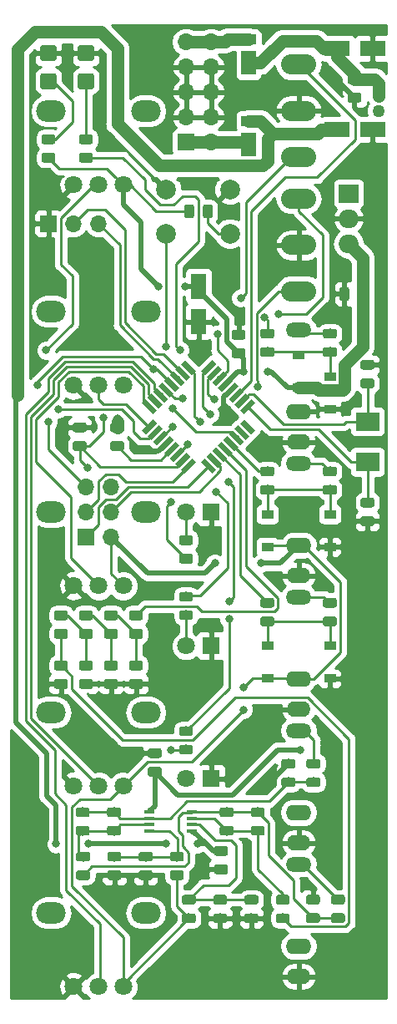
<source format=gbr>
G04 #@! TF.GenerationSoftware,KiCad,Pcbnew,(5.0.0)*
G04 #@! TF.CreationDate,2018-08-19T12:52:33+08:00*
G04 #@! TF.ProjectId,Envelope,456E76656C6F70652E6B696361645F70,rev?*
G04 #@! TF.SameCoordinates,Original*
G04 #@! TF.FileFunction,Copper,L2,Bot,Signal*
G04 #@! TF.FilePolarity,Positive*
%FSLAX46Y46*%
G04 Gerber Fmt 4.6, Leading zero omitted, Abs format (unit mm)*
G04 Created by KiCad (PCBNEW (5.0.0)) date 08/19/18 12:52:33*
%MOMM*%
%LPD*%
G01*
G04 APERTURE LIST*
G04 #@! TA.AperFunction,ComponentPad*
%ADD10R,1.700000X1.700000*%
G04 #@! TD*
G04 #@! TA.AperFunction,ComponentPad*
%ADD11O,1.700000X1.700000*%
G04 #@! TD*
G04 #@! TA.AperFunction,SMDPad,CuDef*
%ADD12R,2.400000X1.900000*%
G04 #@! TD*
G04 #@! TA.AperFunction,ComponentPad*
%ADD13C,2.000000*%
G04 #@! TD*
G04 #@! TA.AperFunction,Conductor*
%ADD14C,0.100000*%
G04 #@! TD*
G04 #@! TA.AperFunction,SMDPad,CuDef*
%ADD15C,0.975000*%
G04 #@! TD*
G04 #@! TA.AperFunction,SMDPad,CuDef*
%ADD16C,1.600000*%
G04 #@! TD*
G04 #@! TA.AperFunction,ComponentPad*
%ADD17R,1.800000X1.800000*%
G04 #@! TD*
G04 #@! TA.AperFunction,ComponentPad*
%ADD18C,1.800000*%
G04 #@! TD*
G04 #@! TA.AperFunction,ComponentPad*
%ADD19O,3.556000X2.032000*%
G04 #@! TD*
G04 #@! TA.AperFunction,SMDPad,CuDef*
%ADD20R,1.600000X2.600000*%
G04 #@! TD*
G04 #@! TA.AperFunction,SMDPad,CuDef*
%ADD21R,2.600000X1.600000*%
G04 #@! TD*
G04 #@! TA.AperFunction,SMDPad,CuDef*
%ADD22R,1.500000X1.050000*%
G04 #@! TD*
G04 #@! TA.AperFunction,SMDPad,CuDef*
%ADD23R,1.500000X2.400000*%
G04 #@! TD*
G04 #@! TA.AperFunction,SMDPad,CuDef*
%ADD24R,1.200000X0.900000*%
G04 #@! TD*
G04 #@! TA.AperFunction,WasherPad*
%ADD25O,3.000000X2.200000*%
G04 #@! TD*
G04 #@! TA.AperFunction,ComponentPad*
%ADD26R,2.000000X1.905000*%
G04 #@! TD*
G04 #@! TA.AperFunction,ComponentPad*
%ADD27O,2.000000X1.905000*%
G04 #@! TD*
G04 #@! TA.AperFunction,ComponentPad*
%ADD28O,2.600000X1.600000*%
G04 #@! TD*
G04 #@! TA.AperFunction,ComponentPad*
%ADD29O,2.400000X1.600000*%
G04 #@! TD*
G04 #@! TA.AperFunction,ComponentPad*
%ADD30O,2.600000X1.500000*%
G04 #@! TD*
G04 #@! TA.AperFunction,SMDPad,CuDef*
%ADD31C,0.550000*%
G04 #@! TD*
G04 #@! TA.AperFunction,SMDPad,CuDef*
%ADD32R,1.100000X0.400000*%
G04 #@! TD*
G04 #@! TA.AperFunction,ViaPad*
%ADD33C,0.800000*%
G04 #@! TD*
G04 #@! TA.AperFunction,ViaPad*
%ADD34C,1.270000*%
G04 #@! TD*
G04 #@! TA.AperFunction,Conductor*
%ADD35C,1.270000*%
G04 #@! TD*
G04 #@! TA.AperFunction,Conductor*
%ADD36C,0.508000*%
G04 #@! TD*
G04 #@! TA.AperFunction,Conductor*
%ADD37C,0.254000*%
G04 #@! TD*
G04 APERTURE END LIST*
D10*
G04 #@! TO.P,J3,1*
G04 #@! TO.N,GND*
X112014000Y-68834000D03*
D11*
G04 #@! TO.P,J3,2*
G04 #@! TO.N,/MCU328/TXD/PD1*
X114554000Y-68834000D03*
G04 #@! TO.P,J3,3*
G04 #@! TO.N,/MCU328/RXD/PD0*
X117094000Y-68834000D03*
G04 #@! TD*
D12*
G04 #@! TO.P,Y1,2*
G04 #@! TO.N,Net-(C20-Pad2)*
X144399000Y-92982000D03*
G04 #@! TO.P,Y1,1*
G04 #@! TO.N,Net-(C19-Pad2)*
X144399000Y-88882000D03*
G04 #@! TD*
D13*
G04 #@! TO.P,SW3,2*
G04 #@! TO.N,GND*
X130429000Y-65350000D03*
G04 #@! TO.P,SW3,1*
G04 #@! TO.N,Net-(J2-Pad5)*
X130429000Y-69850000D03*
G04 #@! TO.P,SW3,2*
G04 #@! TO.N,GND*
X123929000Y-65350000D03*
G04 #@! TO.P,SW3,1*
G04 #@! TO.N,Net-(J2-Pad5)*
X123929000Y-69850000D03*
G04 #@! TD*
D14*
G04 #@! TO.N,GND*
G04 #@! TO.C,C19*
G36*
X144879142Y-82650174D02*
X144902803Y-82653684D01*
X144926007Y-82659496D01*
X144948529Y-82667554D01*
X144970153Y-82677782D01*
X144990670Y-82690079D01*
X145009883Y-82704329D01*
X145027607Y-82720393D01*
X145043671Y-82738117D01*
X145057921Y-82757330D01*
X145070218Y-82777847D01*
X145080446Y-82799471D01*
X145088504Y-82821993D01*
X145094316Y-82845197D01*
X145097826Y-82868858D01*
X145099000Y-82892750D01*
X145099000Y-83380250D01*
X145097826Y-83404142D01*
X145094316Y-83427803D01*
X145088504Y-83451007D01*
X145080446Y-83473529D01*
X145070218Y-83495153D01*
X145057921Y-83515670D01*
X145043671Y-83534883D01*
X145027607Y-83552607D01*
X145009883Y-83568671D01*
X144990670Y-83582921D01*
X144970153Y-83595218D01*
X144948529Y-83605446D01*
X144926007Y-83613504D01*
X144902803Y-83619316D01*
X144879142Y-83622826D01*
X144855250Y-83624000D01*
X143942750Y-83624000D01*
X143918858Y-83622826D01*
X143895197Y-83619316D01*
X143871993Y-83613504D01*
X143849471Y-83605446D01*
X143827847Y-83595218D01*
X143807330Y-83582921D01*
X143788117Y-83568671D01*
X143770393Y-83552607D01*
X143754329Y-83534883D01*
X143740079Y-83515670D01*
X143727782Y-83495153D01*
X143717554Y-83473529D01*
X143709496Y-83451007D01*
X143703684Y-83427803D01*
X143700174Y-83404142D01*
X143699000Y-83380250D01*
X143699000Y-82892750D01*
X143700174Y-82868858D01*
X143703684Y-82845197D01*
X143709496Y-82821993D01*
X143717554Y-82799471D01*
X143727782Y-82777847D01*
X143740079Y-82757330D01*
X143754329Y-82738117D01*
X143770393Y-82720393D01*
X143788117Y-82704329D01*
X143807330Y-82690079D01*
X143827847Y-82677782D01*
X143849471Y-82667554D01*
X143871993Y-82659496D01*
X143895197Y-82653684D01*
X143918858Y-82650174D01*
X143942750Y-82649000D01*
X144855250Y-82649000D01*
X144879142Y-82650174D01*
X144879142Y-82650174D01*
G37*
D15*
G04 #@! TD*
G04 #@! TO.P,C19,1*
G04 #@! TO.N,GND*
X144399000Y-83136500D03*
D14*
G04 #@! TO.N,Net-(C19-Pad2)*
G04 #@! TO.C,C19*
G36*
X144879142Y-84525174D02*
X144902803Y-84528684D01*
X144926007Y-84534496D01*
X144948529Y-84542554D01*
X144970153Y-84552782D01*
X144990670Y-84565079D01*
X145009883Y-84579329D01*
X145027607Y-84595393D01*
X145043671Y-84613117D01*
X145057921Y-84632330D01*
X145070218Y-84652847D01*
X145080446Y-84674471D01*
X145088504Y-84696993D01*
X145094316Y-84720197D01*
X145097826Y-84743858D01*
X145099000Y-84767750D01*
X145099000Y-85255250D01*
X145097826Y-85279142D01*
X145094316Y-85302803D01*
X145088504Y-85326007D01*
X145080446Y-85348529D01*
X145070218Y-85370153D01*
X145057921Y-85390670D01*
X145043671Y-85409883D01*
X145027607Y-85427607D01*
X145009883Y-85443671D01*
X144990670Y-85457921D01*
X144970153Y-85470218D01*
X144948529Y-85480446D01*
X144926007Y-85488504D01*
X144902803Y-85494316D01*
X144879142Y-85497826D01*
X144855250Y-85499000D01*
X143942750Y-85499000D01*
X143918858Y-85497826D01*
X143895197Y-85494316D01*
X143871993Y-85488504D01*
X143849471Y-85480446D01*
X143827847Y-85470218D01*
X143807330Y-85457921D01*
X143788117Y-85443671D01*
X143770393Y-85427607D01*
X143754329Y-85409883D01*
X143740079Y-85390670D01*
X143727782Y-85370153D01*
X143717554Y-85348529D01*
X143709496Y-85326007D01*
X143703684Y-85302803D01*
X143700174Y-85279142D01*
X143699000Y-85255250D01*
X143699000Y-84767750D01*
X143700174Y-84743858D01*
X143703684Y-84720197D01*
X143709496Y-84696993D01*
X143717554Y-84674471D01*
X143727782Y-84652847D01*
X143740079Y-84632330D01*
X143754329Y-84613117D01*
X143770393Y-84595393D01*
X143788117Y-84579329D01*
X143807330Y-84565079D01*
X143827847Y-84552782D01*
X143849471Y-84542554D01*
X143871993Y-84534496D01*
X143895197Y-84528684D01*
X143918858Y-84525174D01*
X143942750Y-84524000D01*
X144855250Y-84524000D01*
X144879142Y-84525174D01*
X144879142Y-84525174D01*
G37*
D15*
G04 #@! TD*
G04 #@! TO.P,C19,2*
G04 #@! TO.N,Net-(C19-Pad2)*
X144399000Y-85011500D03*
D14*
G04 #@! TO.N,+5V*
G04 #@! TO.C,C18*
G36*
X115669142Y-90875174D02*
X115692803Y-90878684D01*
X115716007Y-90884496D01*
X115738529Y-90892554D01*
X115760153Y-90902782D01*
X115780670Y-90915079D01*
X115799883Y-90929329D01*
X115817607Y-90945393D01*
X115833671Y-90963117D01*
X115847921Y-90982330D01*
X115860218Y-91002847D01*
X115870446Y-91024471D01*
X115878504Y-91046993D01*
X115884316Y-91070197D01*
X115887826Y-91093858D01*
X115889000Y-91117750D01*
X115889000Y-91605250D01*
X115887826Y-91629142D01*
X115884316Y-91652803D01*
X115878504Y-91676007D01*
X115870446Y-91698529D01*
X115860218Y-91720153D01*
X115847921Y-91740670D01*
X115833671Y-91759883D01*
X115817607Y-91777607D01*
X115799883Y-91793671D01*
X115780670Y-91807921D01*
X115760153Y-91820218D01*
X115738529Y-91830446D01*
X115716007Y-91838504D01*
X115692803Y-91844316D01*
X115669142Y-91847826D01*
X115645250Y-91849000D01*
X114732750Y-91849000D01*
X114708858Y-91847826D01*
X114685197Y-91844316D01*
X114661993Y-91838504D01*
X114639471Y-91830446D01*
X114617847Y-91820218D01*
X114597330Y-91807921D01*
X114578117Y-91793671D01*
X114560393Y-91777607D01*
X114544329Y-91759883D01*
X114530079Y-91740670D01*
X114517782Y-91720153D01*
X114507554Y-91698529D01*
X114499496Y-91676007D01*
X114493684Y-91652803D01*
X114490174Y-91629142D01*
X114489000Y-91605250D01*
X114489000Y-91117750D01*
X114490174Y-91093858D01*
X114493684Y-91070197D01*
X114499496Y-91046993D01*
X114507554Y-91024471D01*
X114517782Y-91002847D01*
X114530079Y-90982330D01*
X114544329Y-90963117D01*
X114560393Y-90945393D01*
X114578117Y-90929329D01*
X114597330Y-90915079D01*
X114617847Y-90902782D01*
X114639471Y-90892554D01*
X114661993Y-90884496D01*
X114685197Y-90878684D01*
X114708858Y-90875174D01*
X114732750Y-90874000D01*
X115645250Y-90874000D01*
X115669142Y-90875174D01*
X115669142Y-90875174D01*
G37*
D15*
G04 #@! TD*
G04 #@! TO.P,C18,2*
G04 #@! TO.N,+5V*
X115189000Y-91361500D03*
D14*
G04 #@! TO.N,GND*
G04 #@! TO.C,C18*
G36*
X115669142Y-89000174D02*
X115692803Y-89003684D01*
X115716007Y-89009496D01*
X115738529Y-89017554D01*
X115760153Y-89027782D01*
X115780670Y-89040079D01*
X115799883Y-89054329D01*
X115817607Y-89070393D01*
X115833671Y-89088117D01*
X115847921Y-89107330D01*
X115860218Y-89127847D01*
X115870446Y-89149471D01*
X115878504Y-89171993D01*
X115884316Y-89195197D01*
X115887826Y-89218858D01*
X115889000Y-89242750D01*
X115889000Y-89730250D01*
X115887826Y-89754142D01*
X115884316Y-89777803D01*
X115878504Y-89801007D01*
X115870446Y-89823529D01*
X115860218Y-89845153D01*
X115847921Y-89865670D01*
X115833671Y-89884883D01*
X115817607Y-89902607D01*
X115799883Y-89918671D01*
X115780670Y-89932921D01*
X115760153Y-89945218D01*
X115738529Y-89955446D01*
X115716007Y-89963504D01*
X115692803Y-89969316D01*
X115669142Y-89972826D01*
X115645250Y-89974000D01*
X114732750Y-89974000D01*
X114708858Y-89972826D01*
X114685197Y-89969316D01*
X114661993Y-89963504D01*
X114639471Y-89955446D01*
X114617847Y-89945218D01*
X114597330Y-89932921D01*
X114578117Y-89918671D01*
X114560393Y-89902607D01*
X114544329Y-89884883D01*
X114530079Y-89865670D01*
X114517782Y-89845153D01*
X114507554Y-89823529D01*
X114499496Y-89801007D01*
X114493684Y-89777803D01*
X114490174Y-89754142D01*
X114489000Y-89730250D01*
X114489000Y-89242750D01*
X114490174Y-89218858D01*
X114493684Y-89195197D01*
X114499496Y-89171993D01*
X114507554Y-89149471D01*
X114517782Y-89127847D01*
X114530079Y-89107330D01*
X114544329Y-89088117D01*
X114560393Y-89070393D01*
X114578117Y-89054329D01*
X114597330Y-89040079D01*
X114617847Y-89027782D01*
X114639471Y-89017554D01*
X114661993Y-89009496D01*
X114685197Y-89003684D01*
X114708858Y-89000174D01*
X114732750Y-88999000D01*
X115645250Y-88999000D01*
X115669142Y-89000174D01*
X115669142Y-89000174D01*
G37*
D15*
G04 #@! TD*
G04 #@! TO.P,C18,1*
G04 #@! TO.N,GND*
X115189000Y-89486500D03*
D14*
G04 #@! TO.N,+5V*
G04 #@! TO.C,C17*
G36*
X131798142Y-81477174D02*
X131821803Y-81480684D01*
X131845007Y-81486496D01*
X131867529Y-81494554D01*
X131889153Y-81504782D01*
X131909670Y-81517079D01*
X131928883Y-81531329D01*
X131946607Y-81547393D01*
X131962671Y-81565117D01*
X131976921Y-81584330D01*
X131989218Y-81604847D01*
X131999446Y-81626471D01*
X132007504Y-81648993D01*
X132013316Y-81672197D01*
X132016826Y-81695858D01*
X132018000Y-81719750D01*
X132018000Y-82207250D01*
X132016826Y-82231142D01*
X132013316Y-82254803D01*
X132007504Y-82278007D01*
X131999446Y-82300529D01*
X131989218Y-82322153D01*
X131976921Y-82342670D01*
X131962671Y-82361883D01*
X131946607Y-82379607D01*
X131928883Y-82395671D01*
X131909670Y-82409921D01*
X131889153Y-82422218D01*
X131867529Y-82432446D01*
X131845007Y-82440504D01*
X131821803Y-82446316D01*
X131798142Y-82449826D01*
X131774250Y-82451000D01*
X130861750Y-82451000D01*
X130837858Y-82449826D01*
X130814197Y-82446316D01*
X130790993Y-82440504D01*
X130768471Y-82432446D01*
X130746847Y-82422218D01*
X130726330Y-82409921D01*
X130707117Y-82395671D01*
X130689393Y-82379607D01*
X130673329Y-82361883D01*
X130659079Y-82342670D01*
X130646782Y-82322153D01*
X130636554Y-82300529D01*
X130628496Y-82278007D01*
X130622684Y-82254803D01*
X130619174Y-82231142D01*
X130618000Y-82207250D01*
X130618000Y-81719750D01*
X130619174Y-81695858D01*
X130622684Y-81672197D01*
X130628496Y-81648993D01*
X130636554Y-81626471D01*
X130646782Y-81604847D01*
X130659079Y-81584330D01*
X130673329Y-81565117D01*
X130689393Y-81547393D01*
X130707117Y-81531329D01*
X130726330Y-81517079D01*
X130746847Y-81504782D01*
X130768471Y-81494554D01*
X130790993Y-81486496D01*
X130814197Y-81480684D01*
X130837858Y-81477174D01*
X130861750Y-81476000D01*
X131774250Y-81476000D01*
X131798142Y-81477174D01*
X131798142Y-81477174D01*
G37*
D15*
G04 #@! TD*
G04 #@! TO.P,C17,1*
G04 #@! TO.N,+5V*
X131318000Y-81963500D03*
D14*
G04 #@! TO.N,GND*
G04 #@! TO.C,C17*
G36*
X131798142Y-79602174D02*
X131821803Y-79605684D01*
X131845007Y-79611496D01*
X131867529Y-79619554D01*
X131889153Y-79629782D01*
X131909670Y-79642079D01*
X131928883Y-79656329D01*
X131946607Y-79672393D01*
X131962671Y-79690117D01*
X131976921Y-79709330D01*
X131989218Y-79729847D01*
X131999446Y-79751471D01*
X132007504Y-79773993D01*
X132013316Y-79797197D01*
X132016826Y-79820858D01*
X132018000Y-79844750D01*
X132018000Y-80332250D01*
X132016826Y-80356142D01*
X132013316Y-80379803D01*
X132007504Y-80403007D01*
X131999446Y-80425529D01*
X131989218Y-80447153D01*
X131976921Y-80467670D01*
X131962671Y-80486883D01*
X131946607Y-80504607D01*
X131928883Y-80520671D01*
X131909670Y-80534921D01*
X131889153Y-80547218D01*
X131867529Y-80557446D01*
X131845007Y-80565504D01*
X131821803Y-80571316D01*
X131798142Y-80574826D01*
X131774250Y-80576000D01*
X130861750Y-80576000D01*
X130837858Y-80574826D01*
X130814197Y-80571316D01*
X130790993Y-80565504D01*
X130768471Y-80557446D01*
X130746847Y-80547218D01*
X130726330Y-80534921D01*
X130707117Y-80520671D01*
X130689393Y-80504607D01*
X130673329Y-80486883D01*
X130659079Y-80467670D01*
X130646782Y-80447153D01*
X130636554Y-80425529D01*
X130628496Y-80403007D01*
X130622684Y-80379803D01*
X130619174Y-80356142D01*
X130618000Y-80332250D01*
X130618000Y-79844750D01*
X130619174Y-79820858D01*
X130622684Y-79797197D01*
X130628496Y-79773993D01*
X130636554Y-79751471D01*
X130646782Y-79729847D01*
X130659079Y-79709330D01*
X130673329Y-79690117D01*
X130689393Y-79672393D01*
X130707117Y-79656329D01*
X130726330Y-79642079D01*
X130746847Y-79629782D01*
X130768471Y-79619554D01*
X130790993Y-79611496D01*
X130814197Y-79605684D01*
X130837858Y-79602174D01*
X130861750Y-79601000D01*
X131774250Y-79601000D01*
X131798142Y-79602174D01*
X131798142Y-79602174D01*
G37*
D15*
G04 #@! TD*
G04 #@! TO.P,C17,2*
G04 #@! TO.N,GND*
X131318000Y-80088500D03*
D14*
G04 #@! TO.N,Net-(C16-Pad2)*
G04 #@! TO.C,C16*
G36*
X119479142Y-90875174D02*
X119502803Y-90878684D01*
X119526007Y-90884496D01*
X119548529Y-90892554D01*
X119570153Y-90902782D01*
X119590670Y-90915079D01*
X119609883Y-90929329D01*
X119627607Y-90945393D01*
X119643671Y-90963117D01*
X119657921Y-90982330D01*
X119670218Y-91002847D01*
X119680446Y-91024471D01*
X119688504Y-91046993D01*
X119694316Y-91070197D01*
X119697826Y-91093858D01*
X119699000Y-91117750D01*
X119699000Y-91605250D01*
X119697826Y-91629142D01*
X119694316Y-91652803D01*
X119688504Y-91676007D01*
X119680446Y-91698529D01*
X119670218Y-91720153D01*
X119657921Y-91740670D01*
X119643671Y-91759883D01*
X119627607Y-91777607D01*
X119609883Y-91793671D01*
X119590670Y-91807921D01*
X119570153Y-91820218D01*
X119548529Y-91830446D01*
X119526007Y-91838504D01*
X119502803Y-91844316D01*
X119479142Y-91847826D01*
X119455250Y-91849000D01*
X118542750Y-91849000D01*
X118518858Y-91847826D01*
X118495197Y-91844316D01*
X118471993Y-91838504D01*
X118449471Y-91830446D01*
X118427847Y-91820218D01*
X118407330Y-91807921D01*
X118388117Y-91793671D01*
X118370393Y-91777607D01*
X118354329Y-91759883D01*
X118340079Y-91740670D01*
X118327782Y-91720153D01*
X118317554Y-91698529D01*
X118309496Y-91676007D01*
X118303684Y-91652803D01*
X118300174Y-91629142D01*
X118299000Y-91605250D01*
X118299000Y-91117750D01*
X118300174Y-91093858D01*
X118303684Y-91070197D01*
X118309496Y-91046993D01*
X118317554Y-91024471D01*
X118327782Y-91002847D01*
X118340079Y-90982330D01*
X118354329Y-90963117D01*
X118370393Y-90945393D01*
X118388117Y-90929329D01*
X118407330Y-90915079D01*
X118427847Y-90902782D01*
X118449471Y-90892554D01*
X118471993Y-90884496D01*
X118495197Y-90878684D01*
X118518858Y-90875174D01*
X118542750Y-90874000D01*
X119455250Y-90874000D01*
X119479142Y-90875174D01*
X119479142Y-90875174D01*
G37*
D15*
G04 #@! TD*
G04 #@! TO.P,C16,2*
G04 #@! TO.N,Net-(C16-Pad2)*
X118999000Y-91361500D03*
D14*
G04 #@! TO.N,GND*
G04 #@! TO.C,C16*
G36*
X119479142Y-89000174D02*
X119502803Y-89003684D01*
X119526007Y-89009496D01*
X119548529Y-89017554D01*
X119570153Y-89027782D01*
X119590670Y-89040079D01*
X119609883Y-89054329D01*
X119627607Y-89070393D01*
X119643671Y-89088117D01*
X119657921Y-89107330D01*
X119670218Y-89127847D01*
X119680446Y-89149471D01*
X119688504Y-89171993D01*
X119694316Y-89195197D01*
X119697826Y-89218858D01*
X119699000Y-89242750D01*
X119699000Y-89730250D01*
X119697826Y-89754142D01*
X119694316Y-89777803D01*
X119688504Y-89801007D01*
X119680446Y-89823529D01*
X119670218Y-89845153D01*
X119657921Y-89865670D01*
X119643671Y-89884883D01*
X119627607Y-89902607D01*
X119609883Y-89918671D01*
X119590670Y-89932921D01*
X119570153Y-89945218D01*
X119548529Y-89955446D01*
X119526007Y-89963504D01*
X119502803Y-89969316D01*
X119479142Y-89972826D01*
X119455250Y-89974000D01*
X118542750Y-89974000D01*
X118518858Y-89972826D01*
X118495197Y-89969316D01*
X118471993Y-89963504D01*
X118449471Y-89955446D01*
X118427847Y-89945218D01*
X118407330Y-89932921D01*
X118388117Y-89918671D01*
X118370393Y-89902607D01*
X118354329Y-89884883D01*
X118340079Y-89865670D01*
X118327782Y-89845153D01*
X118317554Y-89823529D01*
X118309496Y-89801007D01*
X118303684Y-89777803D01*
X118300174Y-89754142D01*
X118299000Y-89730250D01*
X118299000Y-89242750D01*
X118300174Y-89218858D01*
X118303684Y-89195197D01*
X118309496Y-89171993D01*
X118317554Y-89149471D01*
X118327782Y-89127847D01*
X118340079Y-89107330D01*
X118354329Y-89088117D01*
X118370393Y-89070393D01*
X118388117Y-89054329D01*
X118407330Y-89040079D01*
X118427847Y-89027782D01*
X118449471Y-89017554D01*
X118471993Y-89009496D01*
X118495197Y-89003684D01*
X118518858Y-89000174D01*
X118542750Y-88999000D01*
X119455250Y-88999000D01*
X119479142Y-89000174D01*
X119479142Y-89000174D01*
G37*
D15*
G04 #@! TD*
G04 #@! TO.P,C16,1*
G04 #@! TO.N,GND*
X118999000Y-89486500D03*
D14*
G04 #@! TO.N,GND*
G04 #@! TO.C,C20*
G36*
X144879142Y-98495174D02*
X144902803Y-98498684D01*
X144926007Y-98504496D01*
X144948529Y-98512554D01*
X144970153Y-98522782D01*
X144990670Y-98535079D01*
X145009883Y-98549329D01*
X145027607Y-98565393D01*
X145043671Y-98583117D01*
X145057921Y-98602330D01*
X145070218Y-98622847D01*
X145080446Y-98644471D01*
X145088504Y-98666993D01*
X145094316Y-98690197D01*
X145097826Y-98713858D01*
X145099000Y-98737750D01*
X145099000Y-99225250D01*
X145097826Y-99249142D01*
X145094316Y-99272803D01*
X145088504Y-99296007D01*
X145080446Y-99318529D01*
X145070218Y-99340153D01*
X145057921Y-99360670D01*
X145043671Y-99379883D01*
X145027607Y-99397607D01*
X145009883Y-99413671D01*
X144990670Y-99427921D01*
X144970153Y-99440218D01*
X144948529Y-99450446D01*
X144926007Y-99458504D01*
X144902803Y-99464316D01*
X144879142Y-99467826D01*
X144855250Y-99469000D01*
X143942750Y-99469000D01*
X143918858Y-99467826D01*
X143895197Y-99464316D01*
X143871993Y-99458504D01*
X143849471Y-99450446D01*
X143827847Y-99440218D01*
X143807330Y-99427921D01*
X143788117Y-99413671D01*
X143770393Y-99397607D01*
X143754329Y-99379883D01*
X143740079Y-99360670D01*
X143727782Y-99340153D01*
X143717554Y-99318529D01*
X143709496Y-99296007D01*
X143703684Y-99272803D01*
X143700174Y-99249142D01*
X143699000Y-99225250D01*
X143699000Y-98737750D01*
X143700174Y-98713858D01*
X143703684Y-98690197D01*
X143709496Y-98666993D01*
X143717554Y-98644471D01*
X143727782Y-98622847D01*
X143740079Y-98602330D01*
X143754329Y-98583117D01*
X143770393Y-98565393D01*
X143788117Y-98549329D01*
X143807330Y-98535079D01*
X143827847Y-98522782D01*
X143849471Y-98512554D01*
X143871993Y-98504496D01*
X143895197Y-98498684D01*
X143918858Y-98495174D01*
X143942750Y-98494000D01*
X144855250Y-98494000D01*
X144879142Y-98495174D01*
X144879142Y-98495174D01*
G37*
D15*
G04 #@! TD*
G04 #@! TO.P,C20,1*
G04 #@! TO.N,GND*
X144399000Y-98981500D03*
D14*
G04 #@! TO.N,Net-(C20-Pad2)*
G04 #@! TO.C,C20*
G36*
X144879142Y-96620174D02*
X144902803Y-96623684D01*
X144926007Y-96629496D01*
X144948529Y-96637554D01*
X144970153Y-96647782D01*
X144990670Y-96660079D01*
X145009883Y-96674329D01*
X145027607Y-96690393D01*
X145043671Y-96708117D01*
X145057921Y-96727330D01*
X145070218Y-96747847D01*
X145080446Y-96769471D01*
X145088504Y-96791993D01*
X145094316Y-96815197D01*
X145097826Y-96838858D01*
X145099000Y-96862750D01*
X145099000Y-97350250D01*
X145097826Y-97374142D01*
X145094316Y-97397803D01*
X145088504Y-97421007D01*
X145080446Y-97443529D01*
X145070218Y-97465153D01*
X145057921Y-97485670D01*
X145043671Y-97504883D01*
X145027607Y-97522607D01*
X145009883Y-97538671D01*
X144990670Y-97552921D01*
X144970153Y-97565218D01*
X144948529Y-97575446D01*
X144926007Y-97583504D01*
X144902803Y-97589316D01*
X144879142Y-97592826D01*
X144855250Y-97594000D01*
X143942750Y-97594000D01*
X143918858Y-97592826D01*
X143895197Y-97589316D01*
X143871993Y-97583504D01*
X143849471Y-97575446D01*
X143827847Y-97565218D01*
X143807330Y-97552921D01*
X143788117Y-97538671D01*
X143770393Y-97522607D01*
X143754329Y-97504883D01*
X143740079Y-97485670D01*
X143727782Y-97465153D01*
X143717554Y-97443529D01*
X143709496Y-97421007D01*
X143703684Y-97397803D01*
X143700174Y-97374142D01*
X143699000Y-97350250D01*
X143699000Y-96862750D01*
X143700174Y-96838858D01*
X143703684Y-96815197D01*
X143709496Y-96791993D01*
X143717554Y-96769471D01*
X143727782Y-96747847D01*
X143740079Y-96727330D01*
X143754329Y-96708117D01*
X143770393Y-96690393D01*
X143788117Y-96674329D01*
X143807330Y-96660079D01*
X143827847Y-96647782D01*
X143849471Y-96637554D01*
X143871993Y-96629496D01*
X143895197Y-96623684D01*
X143918858Y-96620174D01*
X143942750Y-96619000D01*
X144855250Y-96619000D01*
X144879142Y-96620174D01*
X144879142Y-96620174D01*
G37*
D15*
G04 #@! TD*
G04 #@! TO.P,C20,2*
G04 #@! TO.N,Net-(C20-Pad2)*
X144399000Y-97106500D03*
D10*
G04 #@! TO.P,J2,1*
G04 #@! TO.N,Net-(J2-Pad1)*
X115824000Y-100584000D03*
D11*
G04 #@! TO.P,J2,2*
G04 #@! TO.N,+5V*
X118364000Y-100584000D03*
G04 #@! TO.P,J2,3*
G04 #@! TO.N,Net-(J2-Pad3)*
X115824000Y-98044000D03*
G04 #@! TO.P,J2,4*
G04 #@! TO.N,Net-(J2-Pad4)*
X118364000Y-98044000D03*
G04 #@! TO.P,J2,5*
G04 #@! TO.N,Net-(J2-Pad5)*
X115824000Y-95504000D03*
G04 #@! TO.P,J2,6*
G04 #@! TO.N,GND*
X118364000Y-95504000D03*
G04 #@! TD*
D14*
G04 #@! TO.N,GND*
G04 #@! TO.C,D13*
G36*
X116423504Y-50735204D02*
X116447773Y-50738804D01*
X116471571Y-50744765D01*
X116494671Y-50753030D01*
X116516849Y-50763520D01*
X116537893Y-50776133D01*
X116557598Y-50790747D01*
X116575777Y-50807223D01*
X116592253Y-50825402D01*
X116606867Y-50845107D01*
X116619480Y-50866151D01*
X116629970Y-50888329D01*
X116638235Y-50911429D01*
X116644196Y-50935227D01*
X116647796Y-50959496D01*
X116649000Y-50984000D01*
X116649000Y-52084000D01*
X116647796Y-52108504D01*
X116644196Y-52132773D01*
X116638235Y-52156571D01*
X116629970Y-52179671D01*
X116619480Y-52201849D01*
X116606867Y-52222893D01*
X116592253Y-52242598D01*
X116575777Y-52260777D01*
X116557598Y-52277253D01*
X116537893Y-52291867D01*
X116516849Y-52304480D01*
X116494671Y-52314970D01*
X116471571Y-52323235D01*
X116447773Y-52329196D01*
X116423504Y-52332796D01*
X116399000Y-52334000D01*
X115249000Y-52334000D01*
X115224496Y-52332796D01*
X115200227Y-52329196D01*
X115176429Y-52323235D01*
X115153329Y-52314970D01*
X115131151Y-52304480D01*
X115110107Y-52291867D01*
X115090402Y-52277253D01*
X115072223Y-52260777D01*
X115055747Y-52242598D01*
X115041133Y-52222893D01*
X115028520Y-52201849D01*
X115018030Y-52179671D01*
X115009765Y-52156571D01*
X115003804Y-52132773D01*
X115000204Y-52108504D01*
X114999000Y-52084000D01*
X114999000Y-50984000D01*
X115000204Y-50959496D01*
X115003804Y-50935227D01*
X115009765Y-50911429D01*
X115018030Y-50888329D01*
X115028520Y-50866151D01*
X115041133Y-50845107D01*
X115055747Y-50825402D01*
X115072223Y-50807223D01*
X115090402Y-50790747D01*
X115110107Y-50776133D01*
X115131151Y-50763520D01*
X115153329Y-50753030D01*
X115176429Y-50744765D01*
X115200227Y-50738804D01*
X115224496Y-50735204D01*
X115249000Y-50734000D01*
X116399000Y-50734000D01*
X116423504Y-50735204D01*
X116423504Y-50735204D01*
G37*
D16*
G04 #@! TD*
G04 #@! TO.P,D13,1*
G04 #@! TO.N,GND*
X115824000Y-51534000D03*
D14*
G04 #@! TO.N,Net-(D13-Pad2)*
G04 #@! TO.C,D13*
G36*
X116423504Y-53585204D02*
X116447773Y-53588804D01*
X116471571Y-53594765D01*
X116494671Y-53603030D01*
X116516849Y-53613520D01*
X116537893Y-53626133D01*
X116557598Y-53640747D01*
X116575777Y-53657223D01*
X116592253Y-53675402D01*
X116606867Y-53695107D01*
X116619480Y-53716151D01*
X116629970Y-53738329D01*
X116638235Y-53761429D01*
X116644196Y-53785227D01*
X116647796Y-53809496D01*
X116649000Y-53834000D01*
X116649000Y-54934000D01*
X116647796Y-54958504D01*
X116644196Y-54982773D01*
X116638235Y-55006571D01*
X116629970Y-55029671D01*
X116619480Y-55051849D01*
X116606867Y-55072893D01*
X116592253Y-55092598D01*
X116575777Y-55110777D01*
X116557598Y-55127253D01*
X116537893Y-55141867D01*
X116516849Y-55154480D01*
X116494671Y-55164970D01*
X116471571Y-55173235D01*
X116447773Y-55179196D01*
X116423504Y-55182796D01*
X116399000Y-55184000D01*
X115249000Y-55184000D01*
X115224496Y-55182796D01*
X115200227Y-55179196D01*
X115176429Y-55173235D01*
X115153329Y-55164970D01*
X115131151Y-55154480D01*
X115110107Y-55141867D01*
X115090402Y-55127253D01*
X115072223Y-55110777D01*
X115055747Y-55092598D01*
X115041133Y-55072893D01*
X115028520Y-55051849D01*
X115018030Y-55029671D01*
X115009765Y-55006571D01*
X115003804Y-54982773D01*
X115000204Y-54958504D01*
X114999000Y-54934000D01*
X114999000Y-53834000D01*
X115000204Y-53809496D01*
X115003804Y-53785227D01*
X115009765Y-53761429D01*
X115018030Y-53738329D01*
X115028520Y-53716151D01*
X115041133Y-53695107D01*
X115055747Y-53675402D01*
X115072223Y-53657223D01*
X115090402Y-53640747D01*
X115110107Y-53626133D01*
X115131151Y-53613520D01*
X115153329Y-53603030D01*
X115176429Y-53594765D01*
X115200227Y-53588804D01*
X115224496Y-53585204D01*
X115249000Y-53584000D01*
X116399000Y-53584000D01*
X116423504Y-53585204D01*
X116423504Y-53585204D01*
G37*
D16*
G04 #@! TD*
G04 #@! TO.P,D13,2*
G04 #@! TO.N,Net-(D13-Pad2)*
X115824000Y-54384000D03*
D17*
G04 #@! TO.P,D11,1*
G04 #@! TO.N,GND*
X128524000Y-111633000D03*
D18*
G04 #@! TO.P,D11,2*
G04 #@! TO.N,Net-(D11-Pad2)*
X125984000Y-111633000D03*
G04 #@! TD*
G04 #@! TO.P,D12,2*
G04 #@! TO.N,Net-(D12-Pad2)*
X125984000Y-98044000D03*
D17*
G04 #@! TO.P,D12,1*
G04 #@! TO.N,GND*
X128524000Y-98044000D03*
G04 #@! TD*
G04 #@! TO.P,D10,1*
G04 #@! TO.N,GND*
X128524000Y-125095000D03*
D18*
G04 #@! TO.P,D10,2*
G04 #@! TO.N,Net-(D10-Pad2)*
X125984000Y-125095000D03*
G04 #@! TD*
D19*
G04 #@! TO.P,SW1,1*
G04 #@! TO.N,/MCU328/PE0*
X137414000Y-62104000D03*
G04 #@! TO.P,SW1,2*
G04 #@! TO.N,GND*
X137414000Y-57404000D03*
G04 #@! TO.P,SW1,3*
G04 #@! TO.N,/MCU328/PE1*
X137414000Y-52704000D03*
G04 #@! TD*
G04 #@! TO.P,SW2,3*
G04 #@! TO.N,/MCU328/PE3*
X137414000Y-66294000D03*
G04 #@! TO.P,SW2,2*
G04 #@! TO.N,GND*
X137414000Y-70994000D03*
G04 #@! TO.P,SW2,1*
G04 #@! TO.N,/MCU328/PE2*
X137414000Y-75694000D03*
G04 #@! TD*
D14*
G04 #@! TO.N,+5V*
G04 #@! TO.C,R27*
G36*
X126584142Y-66865174D02*
X126607803Y-66868684D01*
X126631007Y-66874496D01*
X126653529Y-66882554D01*
X126675153Y-66892782D01*
X126695670Y-66905079D01*
X126714883Y-66919329D01*
X126732607Y-66935393D01*
X126748671Y-66953117D01*
X126762921Y-66972330D01*
X126775218Y-66992847D01*
X126785446Y-67014471D01*
X126793504Y-67036993D01*
X126799316Y-67060197D01*
X126802826Y-67083858D01*
X126804000Y-67107750D01*
X126804000Y-68020250D01*
X126802826Y-68044142D01*
X126799316Y-68067803D01*
X126793504Y-68091007D01*
X126785446Y-68113529D01*
X126775218Y-68135153D01*
X126762921Y-68155670D01*
X126748671Y-68174883D01*
X126732607Y-68192607D01*
X126714883Y-68208671D01*
X126695670Y-68222921D01*
X126675153Y-68235218D01*
X126653529Y-68245446D01*
X126631007Y-68253504D01*
X126607803Y-68259316D01*
X126584142Y-68262826D01*
X126560250Y-68264000D01*
X126072750Y-68264000D01*
X126048858Y-68262826D01*
X126025197Y-68259316D01*
X126001993Y-68253504D01*
X125979471Y-68245446D01*
X125957847Y-68235218D01*
X125937330Y-68222921D01*
X125918117Y-68208671D01*
X125900393Y-68192607D01*
X125884329Y-68174883D01*
X125870079Y-68155670D01*
X125857782Y-68135153D01*
X125847554Y-68113529D01*
X125839496Y-68091007D01*
X125833684Y-68067803D01*
X125830174Y-68044142D01*
X125829000Y-68020250D01*
X125829000Y-67107750D01*
X125830174Y-67083858D01*
X125833684Y-67060197D01*
X125839496Y-67036993D01*
X125847554Y-67014471D01*
X125857782Y-66992847D01*
X125870079Y-66972330D01*
X125884329Y-66953117D01*
X125900393Y-66935393D01*
X125918117Y-66919329D01*
X125937330Y-66905079D01*
X125957847Y-66892782D01*
X125979471Y-66882554D01*
X126001993Y-66874496D01*
X126025197Y-66868684D01*
X126048858Y-66865174D01*
X126072750Y-66864000D01*
X126560250Y-66864000D01*
X126584142Y-66865174D01*
X126584142Y-66865174D01*
G37*
D15*
G04 #@! TD*
G04 #@! TO.P,R27,1*
G04 #@! TO.N,+5V*
X126316500Y-67564000D03*
D14*
G04 #@! TO.N,Net-(J2-Pad5)*
G04 #@! TO.C,R27*
G36*
X128459142Y-66865174D02*
X128482803Y-66868684D01*
X128506007Y-66874496D01*
X128528529Y-66882554D01*
X128550153Y-66892782D01*
X128570670Y-66905079D01*
X128589883Y-66919329D01*
X128607607Y-66935393D01*
X128623671Y-66953117D01*
X128637921Y-66972330D01*
X128650218Y-66992847D01*
X128660446Y-67014471D01*
X128668504Y-67036993D01*
X128674316Y-67060197D01*
X128677826Y-67083858D01*
X128679000Y-67107750D01*
X128679000Y-68020250D01*
X128677826Y-68044142D01*
X128674316Y-68067803D01*
X128668504Y-68091007D01*
X128660446Y-68113529D01*
X128650218Y-68135153D01*
X128637921Y-68155670D01*
X128623671Y-68174883D01*
X128607607Y-68192607D01*
X128589883Y-68208671D01*
X128570670Y-68222921D01*
X128550153Y-68235218D01*
X128528529Y-68245446D01*
X128506007Y-68253504D01*
X128482803Y-68259316D01*
X128459142Y-68262826D01*
X128435250Y-68264000D01*
X127947750Y-68264000D01*
X127923858Y-68262826D01*
X127900197Y-68259316D01*
X127876993Y-68253504D01*
X127854471Y-68245446D01*
X127832847Y-68235218D01*
X127812330Y-68222921D01*
X127793117Y-68208671D01*
X127775393Y-68192607D01*
X127759329Y-68174883D01*
X127745079Y-68155670D01*
X127732782Y-68135153D01*
X127722554Y-68113529D01*
X127714496Y-68091007D01*
X127708684Y-68067803D01*
X127705174Y-68044142D01*
X127704000Y-68020250D01*
X127704000Y-67107750D01*
X127705174Y-67083858D01*
X127708684Y-67060197D01*
X127714496Y-67036993D01*
X127722554Y-67014471D01*
X127732782Y-66992847D01*
X127745079Y-66972330D01*
X127759329Y-66953117D01*
X127775393Y-66935393D01*
X127793117Y-66919329D01*
X127812330Y-66905079D01*
X127832847Y-66892782D01*
X127854471Y-66882554D01*
X127876993Y-66874496D01*
X127900197Y-66868684D01*
X127923858Y-66865174D01*
X127947750Y-66864000D01*
X128435250Y-66864000D01*
X128459142Y-66865174D01*
X128459142Y-66865174D01*
G37*
D15*
G04 #@! TD*
G04 #@! TO.P,R27,2*
G04 #@! TO.N,Net-(J2-Pad5)*
X128191500Y-67564000D03*
D14*
G04 #@! TO.N,Net-(D13-Pad2)*
G04 #@! TO.C,R28*
G36*
X116304142Y-59790174D02*
X116327803Y-59793684D01*
X116351007Y-59799496D01*
X116373529Y-59807554D01*
X116395153Y-59817782D01*
X116415670Y-59830079D01*
X116434883Y-59844329D01*
X116452607Y-59860393D01*
X116468671Y-59878117D01*
X116482921Y-59897330D01*
X116495218Y-59917847D01*
X116505446Y-59939471D01*
X116513504Y-59961993D01*
X116519316Y-59985197D01*
X116522826Y-60008858D01*
X116524000Y-60032750D01*
X116524000Y-60520250D01*
X116522826Y-60544142D01*
X116519316Y-60567803D01*
X116513504Y-60591007D01*
X116505446Y-60613529D01*
X116495218Y-60635153D01*
X116482921Y-60655670D01*
X116468671Y-60674883D01*
X116452607Y-60692607D01*
X116434883Y-60708671D01*
X116415670Y-60722921D01*
X116395153Y-60735218D01*
X116373529Y-60745446D01*
X116351007Y-60753504D01*
X116327803Y-60759316D01*
X116304142Y-60762826D01*
X116280250Y-60764000D01*
X115367750Y-60764000D01*
X115343858Y-60762826D01*
X115320197Y-60759316D01*
X115296993Y-60753504D01*
X115274471Y-60745446D01*
X115252847Y-60735218D01*
X115232330Y-60722921D01*
X115213117Y-60708671D01*
X115195393Y-60692607D01*
X115179329Y-60674883D01*
X115165079Y-60655670D01*
X115152782Y-60635153D01*
X115142554Y-60613529D01*
X115134496Y-60591007D01*
X115128684Y-60567803D01*
X115125174Y-60544142D01*
X115124000Y-60520250D01*
X115124000Y-60032750D01*
X115125174Y-60008858D01*
X115128684Y-59985197D01*
X115134496Y-59961993D01*
X115142554Y-59939471D01*
X115152782Y-59917847D01*
X115165079Y-59897330D01*
X115179329Y-59878117D01*
X115195393Y-59860393D01*
X115213117Y-59844329D01*
X115232330Y-59830079D01*
X115252847Y-59817782D01*
X115274471Y-59807554D01*
X115296993Y-59799496D01*
X115320197Y-59793684D01*
X115343858Y-59790174D01*
X115367750Y-59789000D01*
X116280250Y-59789000D01*
X116304142Y-59790174D01*
X116304142Y-59790174D01*
G37*
D15*
G04 #@! TD*
G04 #@! TO.P,R28,2*
G04 #@! TO.N,Net-(D13-Pad2)*
X115824000Y-60276500D03*
D14*
G04 #@! TO.N,/MCU328/PD7*
G04 #@! TO.C,R28*
G36*
X116304142Y-61665174D02*
X116327803Y-61668684D01*
X116351007Y-61674496D01*
X116373529Y-61682554D01*
X116395153Y-61692782D01*
X116415670Y-61705079D01*
X116434883Y-61719329D01*
X116452607Y-61735393D01*
X116468671Y-61753117D01*
X116482921Y-61772330D01*
X116495218Y-61792847D01*
X116505446Y-61814471D01*
X116513504Y-61836993D01*
X116519316Y-61860197D01*
X116522826Y-61883858D01*
X116524000Y-61907750D01*
X116524000Y-62395250D01*
X116522826Y-62419142D01*
X116519316Y-62442803D01*
X116513504Y-62466007D01*
X116505446Y-62488529D01*
X116495218Y-62510153D01*
X116482921Y-62530670D01*
X116468671Y-62549883D01*
X116452607Y-62567607D01*
X116434883Y-62583671D01*
X116415670Y-62597921D01*
X116395153Y-62610218D01*
X116373529Y-62620446D01*
X116351007Y-62628504D01*
X116327803Y-62634316D01*
X116304142Y-62637826D01*
X116280250Y-62639000D01*
X115367750Y-62639000D01*
X115343858Y-62637826D01*
X115320197Y-62634316D01*
X115296993Y-62628504D01*
X115274471Y-62620446D01*
X115252847Y-62610218D01*
X115232330Y-62597921D01*
X115213117Y-62583671D01*
X115195393Y-62567607D01*
X115179329Y-62549883D01*
X115165079Y-62530670D01*
X115152782Y-62510153D01*
X115142554Y-62488529D01*
X115134496Y-62466007D01*
X115128684Y-62442803D01*
X115125174Y-62419142D01*
X115124000Y-62395250D01*
X115124000Y-61907750D01*
X115125174Y-61883858D01*
X115128684Y-61860197D01*
X115134496Y-61836993D01*
X115142554Y-61814471D01*
X115152782Y-61792847D01*
X115165079Y-61772330D01*
X115179329Y-61753117D01*
X115195393Y-61735393D01*
X115213117Y-61719329D01*
X115232330Y-61705079D01*
X115252847Y-61692782D01*
X115274471Y-61682554D01*
X115296993Y-61674496D01*
X115320197Y-61668684D01*
X115343858Y-61665174D01*
X115367750Y-61664000D01*
X116280250Y-61664000D01*
X116304142Y-61665174D01*
X116304142Y-61665174D01*
G37*
D15*
G04 #@! TD*
G04 #@! TO.P,R28,1*
G04 #@! TO.N,/MCU328/PD7*
X115824000Y-62151500D03*
D14*
G04 #@! TO.N,/MCU328/PD2*
G04 #@! TO.C,R26*
G36*
X126464142Y-102305174D02*
X126487803Y-102308684D01*
X126511007Y-102314496D01*
X126533529Y-102322554D01*
X126555153Y-102332782D01*
X126575670Y-102345079D01*
X126594883Y-102359329D01*
X126612607Y-102375393D01*
X126628671Y-102393117D01*
X126642921Y-102412330D01*
X126655218Y-102432847D01*
X126665446Y-102454471D01*
X126673504Y-102476993D01*
X126679316Y-102500197D01*
X126682826Y-102523858D01*
X126684000Y-102547750D01*
X126684000Y-103035250D01*
X126682826Y-103059142D01*
X126679316Y-103082803D01*
X126673504Y-103106007D01*
X126665446Y-103128529D01*
X126655218Y-103150153D01*
X126642921Y-103170670D01*
X126628671Y-103189883D01*
X126612607Y-103207607D01*
X126594883Y-103223671D01*
X126575670Y-103237921D01*
X126555153Y-103250218D01*
X126533529Y-103260446D01*
X126511007Y-103268504D01*
X126487803Y-103274316D01*
X126464142Y-103277826D01*
X126440250Y-103279000D01*
X125527750Y-103279000D01*
X125503858Y-103277826D01*
X125480197Y-103274316D01*
X125456993Y-103268504D01*
X125434471Y-103260446D01*
X125412847Y-103250218D01*
X125392330Y-103237921D01*
X125373117Y-103223671D01*
X125355393Y-103207607D01*
X125339329Y-103189883D01*
X125325079Y-103170670D01*
X125312782Y-103150153D01*
X125302554Y-103128529D01*
X125294496Y-103106007D01*
X125288684Y-103082803D01*
X125285174Y-103059142D01*
X125284000Y-103035250D01*
X125284000Y-102547750D01*
X125285174Y-102523858D01*
X125288684Y-102500197D01*
X125294496Y-102476993D01*
X125302554Y-102454471D01*
X125312782Y-102432847D01*
X125325079Y-102412330D01*
X125339329Y-102393117D01*
X125355393Y-102375393D01*
X125373117Y-102359329D01*
X125392330Y-102345079D01*
X125412847Y-102332782D01*
X125434471Y-102322554D01*
X125456993Y-102314496D01*
X125480197Y-102308684D01*
X125503858Y-102305174D01*
X125527750Y-102304000D01*
X126440250Y-102304000D01*
X126464142Y-102305174D01*
X126464142Y-102305174D01*
G37*
D15*
G04 #@! TD*
G04 #@! TO.P,R26,1*
G04 #@! TO.N,/MCU328/PD2*
X125984000Y-102791500D03*
D14*
G04 #@! TO.N,Net-(D12-Pad2)*
G04 #@! TO.C,R26*
G36*
X126464142Y-100430174D02*
X126487803Y-100433684D01*
X126511007Y-100439496D01*
X126533529Y-100447554D01*
X126555153Y-100457782D01*
X126575670Y-100470079D01*
X126594883Y-100484329D01*
X126612607Y-100500393D01*
X126628671Y-100518117D01*
X126642921Y-100537330D01*
X126655218Y-100557847D01*
X126665446Y-100579471D01*
X126673504Y-100601993D01*
X126679316Y-100625197D01*
X126682826Y-100648858D01*
X126684000Y-100672750D01*
X126684000Y-101160250D01*
X126682826Y-101184142D01*
X126679316Y-101207803D01*
X126673504Y-101231007D01*
X126665446Y-101253529D01*
X126655218Y-101275153D01*
X126642921Y-101295670D01*
X126628671Y-101314883D01*
X126612607Y-101332607D01*
X126594883Y-101348671D01*
X126575670Y-101362921D01*
X126555153Y-101375218D01*
X126533529Y-101385446D01*
X126511007Y-101393504D01*
X126487803Y-101399316D01*
X126464142Y-101402826D01*
X126440250Y-101404000D01*
X125527750Y-101404000D01*
X125503858Y-101402826D01*
X125480197Y-101399316D01*
X125456993Y-101393504D01*
X125434471Y-101385446D01*
X125412847Y-101375218D01*
X125392330Y-101362921D01*
X125373117Y-101348671D01*
X125355393Y-101332607D01*
X125339329Y-101314883D01*
X125325079Y-101295670D01*
X125312782Y-101275153D01*
X125302554Y-101253529D01*
X125294496Y-101231007D01*
X125288684Y-101207803D01*
X125285174Y-101184142D01*
X125284000Y-101160250D01*
X125284000Y-100672750D01*
X125285174Y-100648858D01*
X125288684Y-100625197D01*
X125294496Y-100601993D01*
X125302554Y-100579471D01*
X125312782Y-100557847D01*
X125325079Y-100537330D01*
X125339329Y-100518117D01*
X125355393Y-100500393D01*
X125373117Y-100484329D01*
X125392330Y-100470079D01*
X125412847Y-100457782D01*
X125434471Y-100447554D01*
X125456993Y-100439496D01*
X125480197Y-100433684D01*
X125503858Y-100430174D01*
X125527750Y-100429000D01*
X126440250Y-100429000D01*
X126464142Y-100430174D01*
X126464142Y-100430174D01*
G37*
D15*
G04 #@! TD*
G04 #@! TO.P,R26,2*
G04 #@! TO.N,Net-(D12-Pad2)*
X125984000Y-100916500D03*
D14*
G04 #@! TO.N,Net-(D11-Pad2)*
G04 #@! TO.C,R25*
G36*
X126464142Y-108020174D02*
X126487803Y-108023684D01*
X126511007Y-108029496D01*
X126533529Y-108037554D01*
X126555153Y-108047782D01*
X126575670Y-108060079D01*
X126594883Y-108074329D01*
X126612607Y-108090393D01*
X126628671Y-108108117D01*
X126642921Y-108127330D01*
X126655218Y-108147847D01*
X126665446Y-108169471D01*
X126673504Y-108191993D01*
X126679316Y-108215197D01*
X126682826Y-108238858D01*
X126684000Y-108262750D01*
X126684000Y-108750250D01*
X126682826Y-108774142D01*
X126679316Y-108797803D01*
X126673504Y-108821007D01*
X126665446Y-108843529D01*
X126655218Y-108865153D01*
X126642921Y-108885670D01*
X126628671Y-108904883D01*
X126612607Y-108922607D01*
X126594883Y-108938671D01*
X126575670Y-108952921D01*
X126555153Y-108965218D01*
X126533529Y-108975446D01*
X126511007Y-108983504D01*
X126487803Y-108989316D01*
X126464142Y-108992826D01*
X126440250Y-108994000D01*
X125527750Y-108994000D01*
X125503858Y-108992826D01*
X125480197Y-108989316D01*
X125456993Y-108983504D01*
X125434471Y-108975446D01*
X125412847Y-108965218D01*
X125392330Y-108952921D01*
X125373117Y-108938671D01*
X125355393Y-108922607D01*
X125339329Y-108904883D01*
X125325079Y-108885670D01*
X125312782Y-108865153D01*
X125302554Y-108843529D01*
X125294496Y-108821007D01*
X125288684Y-108797803D01*
X125285174Y-108774142D01*
X125284000Y-108750250D01*
X125284000Y-108262750D01*
X125285174Y-108238858D01*
X125288684Y-108215197D01*
X125294496Y-108191993D01*
X125302554Y-108169471D01*
X125312782Y-108147847D01*
X125325079Y-108127330D01*
X125339329Y-108108117D01*
X125355393Y-108090393D01*
X125373117Y-108074329D01*
X125392330Y-108060079D01*
X125412847Y-108047782D01*
X125434471Y-108037554D01*
X125456993Y-108029496D01*
X125480197Y-108023684D01*
X125503858Y-108020174D01*
X125527750Y-108019000D01*
X126440250Y-108019000D01*
X126464142Y-108020174D01*
X126464142Y-108020174D01*
G37*
D15*
G04 #@! TD*
G04 #@! TO.P,R25,2*
G04 #@! TO.N,Net-(D11-Pad2)*
X125984000Y-108506500D03*
D14*
G04 #@! TO.N,/MCU328/PD3*
G04 #@! TO.C,R25*
G36*
X126464142Y-106145174D02*
X126487803Y-106148684D01*
X126511007Y-106154496D01*
X126533529Y-106162554D01*
X126555153Y-106172782D01*
X126575670Y-106185079D01*
X126594883Y-106199329D01*
X126612607Y-106215393D01*
X126628671Y-106233117D01*
X126642921Y-106252330D01*
X126655218Y-106272847D01*
X126665446Y-106294471D01*
X126673504Y-106316993D01*
X126679316Y-106340197D01*
X126682826Y-106363858D01*
X126684000Y-106387750D01*
X126684000Y-106875250D01*
X126682826Y-106899142D01*
X126679316Y-106922803D01*
X126673504Y-106946007D01*
X126665446Y-106968529D01*
X126655218Y-106990153D01*
X126642921Y-107010670D01*
X126628671Y-107029883D01*
X126612607Y-107047607D01*
X126594883Y-107063671D01*
X126575670Y-107077921D01*
X126555153Y-107090218D01*
X126533529Y-107100446D01*
X126511007Y-107108504D01*
X126487803Y-107114316D01*
X126464142Y-107117826D01*
X126440250Y-107119000D01*
X125527750Y-107119000D01*
X125503858Y-107117826D01*
X125480197Y-107114316D01*
X125456993Y-107108504D01*
X125434471Y-107100446D01*
X125412847Y-107090218D01*
X125392330Y-107077921D01*
X125373117Y-107063671D01*
X125355393Y-107047607D01*
X125339329Y-107029883D01*
X125325079Y-107010670D01*
X125312782Y-106990153D01*
X125302554Y-106968529D01*
X125294496Y-106946007D01*
X125288684Y-106922803D01*
X125285174Y-106899142D01*
X125284000Y-106875250D01*
X125284000Y-106387750D01*
X125285174Y-106363858D01*
X125288684Y-106340197D01*
X125294496Y-106316993D01*
X125302554Y-106294471D01*
X125312782Y-106272847D01*
X125325079Y-106252330D01*
X125339329Y-106233117D01*
X125355393Y-106215393D01*
X125373117Y-106199329D01*
X125392330Y-106185079D01*
X125412847Y-106172782D01*
X125434471Y-106162554D01*
X125456993Y-106154496D01*
X125480197Y-106148684D01*
X125503858Y-106145174D01*
X125527750Y-106144000D01*
X126440250Y-106144000D01*
X126464142Y-106145174D01*
X126464142Y-106145174D01*
G37*
D15*
G04 #@! TD*
G04 #@! TO.P,R25,1*
G04 #@! TO.N,/MCU328/PD3*
X125984000Y-106631500D03*
D14*
G04 #@! TO.N,/MCU328/PD4*
G04 #@! TO.C,R24*
G36*
X126464142Y-119782674D02*
X126487803Y-119786184D01*
X126511007Y-119791996D01*
X126533529Y-119800054D01*
X126555153Y-119810282D01*
X126575670Y-119822579D01*
X126594883Y-119836829D01*
X126612607Y-119852893D01*
X126628671Y-119870617D01*
X126642921Y-119889830D01*
X126655218Y-119910347D01*
X126665446Y-119931971D01*
X126673504Y-119954493D01*
X126679316Y-119977697D01*
X126682826Y-120001358D01*
X126684000Y-120025250D01*
X126684000Y-120512750D01*
X126682826Y-120536642D01*
X126679316Y-120560303D01*
X126673504Y-120583507D01*
X126665446Y-120606029D01*
X126655218Y-120627653D01*
X126642921Y-120648170D01*
X126628671Y-120667383D01*
X126612607Y-120685107D01*
X126594883Y-120701171D01*
X126575670Y-120715421D01*
X126555153Y-120727718D01*
X126533529Y-120737946D01*
X126511007Y-120746004D01*
X126487803Y-120751816D01*
X126464142Y-120755326D01*
X126440250Y-120756500D01*
X125527750Y-120756500D01*
X125503858Y-120755326D01*
X125480197Y-120751816D01*
X125456993Y-120746004D01*
X125434471Y-120737946D01*
X125412847Y-120727718D01*
X125392330Y-120715421D01*
X125373117Y-120701171D01*
X125355393Y-120685107D01*
X125339329Y-120667383D01*
X125325079Y-120648170D01*
X125312782Y-120627653D01*
X125302554Y-120606029D01*
X125294496Y-120583507D01*
X125288684Y-120560303D01*
X125285174Y-120536642D01*
X125284000Y-120512750D01*
X125284000Y-120025250D01*
X125285174Y-120001358D01*
X125288684Y-119977697D01*
X125294496Y-119954493D01*
X125302554Y-119931971D01*
X125312782Y-119910347D01*
X125325079Y-119889830D01*
X125339329Y-119870617D01*
X125355393Y-119852893D01*
X125373117Y-119836829D01*
X125392330Y-119822579D01*
X125412847Y-119810282D01*
X125434471Y-119800054D01*
X125456993Y-119791996D01*
X125480197Y-119786184D01*
X125503858Y-119782674D01*
X125527750Y-119781500D01*
X126440250Y-119781500D01*
X126464142Y-119782674D01*
X126464142Y-119782674D01*
G37*
D15*
G04 #@! TD*
G04 #@! TO.P,R24,1*
G04 #@! TO.N,/MCU328/PD4*
X125984000Y-120269000D03*
D14*
G04 #@! TO.N,Net-(D10-Pad2)*
G04 #@! TO.C,R24*
G36*
X126464142Y-121657674D02*
X126487803Y-121661184D01*
X126511007Y-121666996D01*
X126533529Y-121675054D01*
X126555153Y-121685282D01*
X126575670Y-121697579D01*
X126594883Y-121711829D01*
X126612607Y-121727893D01*
X126628671Y-121745617D01*
X126642921Y-121764830D01*
X126655218Y-121785347D01*
X126665446Y-121806971D01*
X126673504Y-121829493D01*
X126679316Y-121852697D01*
X126682826Y-121876358D01*
X126684000Y-121900250D01*
X126684000Y-122387750D01*
X126682826Y-122411642D01*
X126679316Y-122435303D01*
X126673504Y-122458507D01*
X126665446Y-122481029D01*
X126655218Y-122502653D01*
X126642921Y-122523170D01*
X126628671Y-122542383D01*
X126612607Y-122560107D01*
X126594883Y-122576171D01*
X126575670Y-122590421D01*
X126555153Y-122602718D01*
X126533529Y-122612946D01*
X126511007Y-122621004D01*
X126487803Y-122626816D01*
X126464142Y-122630326D01*
X126440250Y-122631500D01*
X125527750Y-122631500D01*
X125503858Y-122630326D01*
X125480197Y-122626816D01*
X125456993Y-122621004D01*
X125434471Y-122612946D01*
X125412847Y-122602718D01*
X125392330Y-122590421D01*
X125373117Y-122576171D01*
X125355393Y-122560107D01*
X125339329Y-122542383D01*
X125325079Y-122523170D01*
X125312782Y-122502653D01*
X125302554Y-122481029D01*
X125294496Y-122458507D01*
X125288684Y-122435303D01*
X125285174Y-122411642D01*
X125284000Y-122387750D01*
X125284000Y-121900250D01*
X125285174Y-121876358D01*
X125288684Y-121852697D01*
X125294496Y-121829493D01*
X125302554Y-121806971D01*
X125312782Y-121785347D01*
X125325079Y-121764830D01*
X125339329Y-121745617D01*
X125355393Y-121727893D01*
X125373117Y-121711829D01*
X125392330Y-121697579D01*
X125412847Y-121685282D01*
X125434471Y-121675054D01*
X125456993Y-121666996D01*
X125480197Y-121661184D01*
X125503858Y-121657674D01*
X125527750Y-121656500D01*
X126440250Y-121656500D01*
X126464142Y-121657674D01*
X126464142Y-121657674D01*
G37*
D15*
G04 #@! TD*
G04 #@! TO.P,R24,2*
G04 #@! TO.N,Net-(D10-Pad2)*
X125984000Y-122144000D03*
D14*
G04 #@! TO.N,+5V*
G04 #@! TO.C,R23*
G36*
X112494142Y-61665174D02*
X112517803Y-61668684D01*
X112541007Y-61674496D01*
X112563529Y-61682554D01*
X112585153Y-61692782D01*
X112605670Y-61705079D01*
X112624883Y-61719329D01*
X112642607Y-61735393D01*
X112658671Y-61753117D01*
X112672921Y-61772330D01*
X112685218Y-61792847D01*
X112695446Y-61814471D01*
X112703504Y-61836993D01*
X112709316Y-61860197D01*
X112712826Y-61883858D01*
X112714000Y-61907750D01*
X112714000Y-62395250D01*
X112712826Y-62419142D01*
X112709316Y-62442803D01*
X112703504Y-62466007D01*
X112695446Y-62488529D01*
X112685218Y-62510153D01*
X112672921Y-62530670D01*
X112658671Y-62549883D01*
X112642607Y-62567607D01*
X112624883Y-62583671D01*
X112605670Y-62597921D01*
X112585153Y-62610218D01*
X112563529Y-62620446D01*
X112541007Y-62628504D01*
X112517803Y-62634316D01*
X112494142Y-62637826D01*
X112470250Y-62639000D01*
X111557750Y-62639000D01*
X111533858Y-62637826D01*
X111510197Y-62634316D01*
X111486993Y-62628504D01*
X111464471Y-62620446D01*
X111442847Y-62610218D01*
X111422330Y-62597921D01*
X111403117Y-62583671D01*
X111385393Y-62567607D01*
X111369329Y-62549883D01*
X111355079Y-62530670D01*
X111342782Y-62510153D01*
X111332554Y-62488529D01*
X111324496Y-62466007D01*
X111318684Y-62442803D01*
X111315174Y-62419142D01*
X111314000Y-62395250D01*
X111314000Y-61907750D01*
X111315174Y-61883858D01*
X111318684Y-61860197D01*
X111324496Y-61836993D01*
X111332554Y-61814471D01*
X111342782Y-61792847D01*
X111355079Y-61772330D01*
X111369329Y-61753117D01*
X111385393Y-61735393D01*
X111403117Y-61719329D01*
X111422330Y-61705079D01*
X111442847Y-61692782D01*
X111464471Y-61682554D01*
X111486993Y-61674496D01*
X111510197Y-61668684D01*
X111533858Y-61665174D01*
X111557750Y-61664000D01*
X112470250Y-61664000D01*
X112494142Y-61665174D01*
X112494142Y-61665174D01*
G37*
D15*
G04 #@! TD*
G04 #@! TO.P,R23,1*
G04 #@! TO.N,+5V*
X112014000Y-62151500D03*
D14*
G04 #@! TO.N,Net-(D9-Pad2)*
G04 #@! TO.C,R23*
G36*
X112494142Y-59790174D02*
X112517803Y-59793684D01*
X112541007Y-59799496D01*
X112563529Y-59807554D01*
X112585153Y-59817782D01*
X112605670Y-59830079D01*
X112624883Y-59844329D01*
X112642607Y-59860393D01*
X112658671Y-59878117D01*
X112672921Y-59897330D01*
X112685218Y-59917847D01*
X112695446Y-59939471D01*
X112703504Y-59961993D01*
X112709316Y-59985197D01*
X112712826Y-60008858D01*
X112714000Y-60032750D01*
X112714000Y-60520250D01*
X112712826Y-60544142D01*
X112709316Y-60567803D01*
X112703504Y-60591007D01*
X112695446Y-60613529D01*
X112685218Y-60635153D01*
X112672921Y-60655670D01*
X112658671Y-60674883D01*
X112642607Y-60692607D01*
X112624883Y-60708671D01*
X112605670Y-60722921D01*
X112585153Y-60735218D01*
X112563529Y-60745446D01*
X112541007Y-60753504D01*
X112517803Y-60759316D01*
X112494142Y-60762826D01*
X112470250Y-60764000D01*
X111557750Y-60764000D01*
X111533858Y-60762826D01*
X111510197Y-60759316D01*
X111486993Y-60753504D01*
X111464471Y-60745446D01*
X111442847Y-60735218D01*
X111422330Y-60722921D01*
X111403117Y-60708671D01*
X111385393Y-60692607D01*
X111369329Y-60674883D01*
X111355079Y-60655670D01*
X111342782Y-60635153D01*
X111332554Y-60613529D01*
X111324496Y-60591007D01*
X111318684Y-60567803D01*
X111315174Y-60544142D01*
X111314000Y-60520250D01*
X111314000Y-60032750D01*
X111315174Y-60008858D01*
X111318684Y-59985197D01*
X111324496Y-59961993D01*
X111332554Y-59939471D01*
X111342782Y-59917847D01*
X111355079Y-59897330D01*
X111369329Y-59878117D01*
X111385393Y-59860393D01*
X111403117Y-59844329D01*
X111422330Y-59830079D01*
X111442847Y-59817782D01*
X111464471Y-59807554D01*
X111486993Y-59799496D01*
X111510197Y-59793684D01*
X111533858Y-59790174D01*
X111557750Y-59789000D01*
X112470250Y-59789000D01*
X112494142Y-59790174D01*
X112494142Y-59790174D01*
G37*
D15*
G04 #@! TD*
G04 #@! TO.P,R23,2*
G04 #@! TO.N,Net-(D9-Pad2)*
X112014000Y-60276500D03*
D14*
G04 #@! TO.N,Net-(C8-Pad1)*
G04 #@! TO.C,R22*
G36*
X139394892Y-124955952D02*
X139418553Y-124959462D01*
X139441757Y-124965274D01*
X139464279Y-124973332D01*
X139485903Y-124983560D01*
X139506420Y-124995857D01*
X139525633Y-125010107D01*
X139543357Y-125026171D01*
X139559421Y-125043895D01*
X139573671Y-125063108D01*
X139585968Y-125083625D01*
X139596196Y-125105249D01*
X139604254Y-125127771D01*
X139610066Y-125150975D01*
X139613576Y-125174636D01*
X139614750Y-125198528D01*
X139614750Y-125686028D01*
X139613576Y-125709920D01*
X139610066Y-125733581D01*
X139604254Y-125756785D01*
X139596196Y-125779307D01*
X139585968Y-125800931D01*
X139573671Y-125821448D01*
X139559421Y-125840661D01*
X139543357Y-125858385D01*
X139525633Y-125874449D01*
X139506420Y-125888699D01*
X139485903Y-125900996D01*
X139464279Y-125911224D01*
X139441757Y-125919282D01*
X139418553Y-125925094D01*
X139394892Y-125928604D01*
X139371000Y-125929778D01*
X138458500Y-125929778D01*
X138434608Y-125928604D01*
X138410947Y-125925094D01*
X138387743Y-125919282D01*
X138365221Y-125911224D01*
X138343597Y-125900996D01*
X138323080Y-125888699D01*
X138303867Y-125874449D01*
X138286143Y-125858385D01*
X138270079Y-125840661D01*
X138255829Y-125821448D01*
X138243532Y-125800931D01*
X138233304Y-125779307D01*
X138225246Y-125756785D01*
X138219434Y-125733581D01*
X138215924Y-125709920D01*
X138214750Y-125686028D01*
X138214750Y-125198528D01*
X138215924Y-125174636D01*
X138219434Y-125150975D01*
X138225246Y-125127771D01*
X138233304Y-125105249D01*
X138243532Y-125083625D01*
X138255829Y-125063108D01*
X138270079Y-125043895D01*
X138286143Y-125026171D01*
X138303867Y-125010107D01*
X138323080Y-124995857D01*
X138343597Y-124983560D01*
X138365221Y-124973332D01*
X138387743Y-124965274D01*
X138410947Y-124959462D01*
X138434608Y-124955952D01*
X138458500Y-124954778D01*
X139371000Y-124954778D01*
X139394892Y-124955952D01*
X139394892Y-124955952D01*
G37*
D15*
G04 #@! TD*
G04 #@! TO.P,R22,2*
G04 #@! TO.N,Net-(C8-Pad1)*
X138914750Y-125442278D03*
D14*
G04 #@! TO.N,Net-(J-Out1-PadT)*
G04 #@! TO.C,R22*
G36*
X139394892Y-123080952D02*
X139418553Y-123084462D01*
X139441757Y-123090274D01*
X139464279Y-123098332D01*
X139485903Y-123108560D01*
X139506420Y-123120857D01*
X139525633Y-123135107D01*
X139543357Y-123151171D01*
X139559421Y-123168895D01*
X139573671Y-123188108D01*
X139585968Y-123208625D01*
X139596196Y-123230249D01*
X139604254Y-123252771D01*
X139610066Y-123275975D01*
X139613576Y-123299636D01*
X139614750Y-123323528D01*
X139614750Y-123811028D01*
X139613576Y-123834920D01*
X139610066Y-123858581D01*
X139604254Y-123881785D01*
X139596196Y-123904307D01*
X139585968Y-123925931D01*
X139573671Y-123946448D01*
X139559421Y-123965661D01*
X139543357Y-123983385D01*
X139525633Y-123999449D01*
X139506420Y-124013699D01*
X139485903Y-124025996D01*
X139464279Y-124036224D01*
X139441757Y-124044282D01*
X139418553Y-124050094D01*
X139394892Y-124053604D01*
X139371000Y-124054778D01*
X138458500Y-124054778D01*
X138434608Y-124053604D01*
X138410947Y-124050094D01*
X138387743Y-124044282D01*
X138365221Y-124036224D01*
X138343597Y-124025996D01*
X138323080Y-124013699D01*
X138303867Y-123999449D01*
X138286143Y-123983385D01*
X138270079Y-123965661D01*
X138255829Y-123946448D01*
X138243532Y-123925931D01*
X138233304Y-123904307D01*
X138225246Y-123881785D01*
X138219434Y-123858581D01*
X138215924Y-123834920D01*
X138214750Y-123811028D01*
X138214750Y-123323528D01*
X138215924Y-123299636D01*
X138219434Y-123275975D01*
X138225246Y-123252771D01*
X138233304Y-123230249D01*
X138243532Y-123208625D01*
X138255829Y-123188108D01*
X138270079Y-123168895D01*
X138286143Y-123151171D01*
X138303867Y-123135107D01*
X138323080Y-123120857D01*
X138343597Y-123108560D01*
X138365221Y-123098332D01*
X138387743Y-123090274D01*
X138410947Y-123084462D01*
X138434608Y-123080952D01*
X138458500Y-123079778D01*
X139371000Y-123079778D01*
X139394892Y-123080952D01*
X139394892Y-123080952D01*
G37*
D15*
G04 #@! TD*
G04 #@! TO.P,R22,1*
G04 #@! TO.N,Net-(J-Out1-PadT)*
X138914750Y-123567278D03*
D14*
G04 #@! TO.N,Net-(C8-Pad1)*
G04 #@! TO.C,R21*
G36*
X136854892Y-124955952D02*
X136878553Y-124959462D01*
X136901757Y-124965274D01*
X136924279Y-124973332D01*
X136945903Y-124983560D01*
X136966420Y-124995857D01*
X136985633Y-125010107D01*
X137003357Y-125026171D01*
X137019421Y-125043895D01*
X137033671Y-125063108D01*
X137045968Y-125083625D01*
X137056196Y-125105249D01*
X137064254Y-125127771D01*
X137070066Y-125150975D01*
X137073576Y-125174636D01*
X137074750Y-125198528D01*
X137074750Y-125686028D01*
X137073576Y-125709920D01*
X137070066Y-125733581D01*
X137064254Y-125756785D01*
X137056196Y-125779307D01*
X137045968Y-125800931D01*
X137033671Y-125821448D01*
X137019421Y-125840661D01*
X137003357Y-125858385D01*
X136985633Y-125874449D01*
X136966420Y-125888699D01*
X136945903Y-125900996D01*
X136924279Y-125911224D01*
X136901757Y-125919282D01*
X136878553Y-125925094D01*
X136854892Y-125928604D01*
X136831000Y-125929778D01*
X135918500Y-125929778D01*
X135894608Y-125928604D01*
X135870947Y-125925094D01*
X135847743Y-125919282D01*
X135825221Y-125911224D01*
X135803597Y-125900996D01*
X135783080Y-125888699D01*
X135763867Y-125874449D01*
X135746143Y-125858385D01*
X135730079Y-125840661D01*
X135715829Y-125821448D01*
X135703532Y-125800931D01*
X135693304Y-125779307D01*
X135685246Y-125756785D01*
X135679434Y-125733581D01*
X135675924Y-125709920D01*
X135674750Y-125686028D01*
X135674750Y-125198528D01*
X135675924Y-125174636D01*
X135679434Y-125150975D01*
X135685246Y-125127771D01*
X135693304Y-125105249D01*
X135703532Y-125083625D01*
X135715829Y-125063108D01*
X135730079Y-125043895D01*
X135746143Y-125026171D01*
X135763867Y-125010107D01*
X135783080Y-124995857D01*
X135803597Y-124983560D01*
X135825221Y-124973332D01*
X135847743Y-124965274D01*
X135870947Y-124959462D01*
X135894608Y-124955952D01*
X135918500Y-124954778D01*
X136831000Y-124954778D01*
X136854892Y-124955952D01*
X136854892Y-124955952D01*
G37*
D15*
G04 #@! TD*
G04 #@! TO.P,R21,1*
G04 #@! TO.N,Net-(C8-Pad1)*
X136374750Y-125442278D03*
D14*
G04 #@! TO.N,GND*
G04 #@! TO.C,R21*
G36*
X136854892Y-123080952D02*
X136878553Y-123084462D01*
X136901757Y-123090274D01*
X136924279Y-123098332D01*
X136945903Y-123108560D01*
X136966420Y-123120857D01*
X136985633Y-123135107D01*
X137003357Y-123151171D01*
X137019421Y-123168895D01*
X137033671Y-123188108D01*
X137045968Y-123208625D01*
X137056196Y-123230249D01*
X137064254Y-123252771D01*
X137070066Y-123275975D01*
X137073576Y-123299636D01*
X137074750Y-123323528D01*
X137074750Y-123811028D01*
X137073576Y-123834920D01*
X137070066Y-123858581D01*
X137064254Y-123881785D01*
X137056196Y-123904307D01*
X137045968Y-123925931D01*
X137033671Y-123946448D01*
X137019421Y-123965661D01*
X137003357Y-123983385D01*
X136985633Y-123999449D01*
X136966420Y-124013699D01*
X136945903Y-124025996D01*
X136924279Y-124036224D01*
X136901757Y-124044282D01*
X136878553Y-124050094D01*
X136854892Y-124053604D01*
X136831000Y-124054778D01*
X135918500Y-124054778D01*
X135894608Y-124053604D01*
X135870947Y-124050094D01*
X135847743Y-124044282D01*
X135825221Y-124036224D01*
X135803597Y-124025996D01*
X135783080Y-124013699D01*
X135763867Y-123999449D01*
X135746143Y-123983385D01*
X135730079Y-123965661D01*
X135715829Y-123946448D01*
X135703532Y-123925931D01*
X135693304Y-123904307D01*
X135685246Y-123881785D01*
X135679434Y-123858581D01*
X135675924Y-123834920D01*
X135674750Y-123811028D01*
X135674750Y-123323528D01*
X135675924Y-123299636D01*
X135679434Y-123275975D01*
X135685246Y-123252771D01*
X135693304Y-123230249D01*
X135703532Y-123208625D01*
X135715829Y-123188108D01*
X135730079Y-123168895D01*
X135746143Y-123151171D01*
X135763867Y-123135107D01*
X135783080Y-123120857D01*
X135803597Y-123108560D01*
X135825221Y-123098332D01*
X135847743Y-123090274D01*
X135870947Y-123084462D01*
X135894608Y-123080952D01*
X135918500Y-123079778D01*
X136831000Y-123079778D01*
X136854892Y-123080952D01*
X136854892Y-123080952D01*
G37*
D15*
G04 #@! TD*
G04 #@! TO.P,R21,2*
G04 #@! TO.N,GND*
X136374750Y-123567278D03*
D14*
G04 #@! TO.N,Net-(C8-Pad2)*
G04 #@! TO.C,R20*
G36*
X119154142Y-129877174D02*
X119177803Y-129880684D01*
X119201007Y-129886496D01*
X119223529Y-129894554D01*
X119245153Y-129904782D01*
X119265670Y-129917079D01*
X119284883Y-129931329D01*
X119302607Y-129947393D01*
X119318671Y-129965117D01*
X119332921Y-129984330D01*
X119345218Y-130004847D01*
X119355446Y-130026471D01*
X119363504Y-130048993D01*
X119369316Y-130072197D01*
X119372826Y-130095858D01*
X119374000Y-130119750D01*
X119374000Y-130607250D01*
X119372826Y-130631142D01*
X119369316Y-130654803D01*
X119363504Y-130678007D01*
X119355446Y-130700529D01*
X119345218Y-130722153D01*
X119332921Y-130742670D01*
X119318671Y-130761883D01*
X119302607Y-130779607D01*
X119284883Y-130795671D01*
X119265670Y-130809921D01*
X119245153Y-130822218D01*
X119223529Y-130832446D01*
X119201007Y-130840504D01*
X119177803Y-130846316D01*
X119154142Y-130849826D01*
X119130250Y-130851000D01*
X118217750Y-130851000D01*
X118193858Y-130849826D01*
X118170197Y-130846316D01*
X118146993Y-130840504D01*
X118124471Y-130832446D01*
X118102847Y-130822218D01*
X118082330Y-130809921D01*
X118063117Y-130795671D01*
X118045393Y-130779607D01*
X118029329Y-130761883D01*
X118015079Y-130742670D01*
X118002782Y-130722153D01*
X117992554Y-130700529D01*
X117984496Y-130678007D01*
X117978684Y-130654803D01*
X117975174Y-130631142D01*
X117974000Y-130607250D01*
X117974000Y-130119750D01*
X117975174Y-130095858D01*
X117978684Y-130072197D01*
X117984496Y-130048993D01*
X117992554Y-130026471D01*
X118002782Y-130004847D01*
X118015079Y-129984330D01*
X118029329Y-129965117D01*
X118045393Y-129947393D01*
X118063117Y-129931329D01*
X118082330Y-129917079D01*
X118102847Y-129904782D01*
X118124471Y-129894554D01*
X118146993Y-129886496D01*
X118170197Y-129880684D01*
X118193858Y-129877174D01*
X118217750Y-129876000D01*
X119130250Y-129876000D01*
X119154142Y-129877174D01*
X119154142Y-129877174D01*
G37*
D15*
G04 #@! TD*
G04 #@! TO.P,R20,2*
G04 #@! TO.N,Net-(C8-Pad2)*
X118674000Y-130363500D03*
D14*
G04 #@! TO.N,Net-(C8-Pad1)*
G04 #@! TO.C,R20*
G36*
X119154142Y-128002174D02*
X119177803Y-128005684D01*
X119201007Y-128011496D01*
X119223529Y-128019554D01*
X119245153Y-128029782D01*
X119265670Y-128042079D01*
X119284883Y-128056329D01*
X119302607Y-128072393D01*
X119318671Y-128090117D01*
X119332921Y-128109330D01*
X119345218Y-128129847D01*
X119355446Y-128151471D01*
X119363504Y-128173993D01*
X119369316Y-128197197D01*
X119372826Y-128220858D01*
X119374000Y-128244750D01*
X119374000Y-128732250D01*
X119372826Y-128756142D01*
X119369316Y-128779803D01*
X119363504Y-128803007D01*
X119355446Y-128825529D01*
X119345218Y-128847153D01*
X119332921Y-128867670D01*
X119318671Y-128886883D01*
X119302607Y-128904607D01*
X119284883Y-128920671D01*
X119265670Y-128934921D01*
X119245153Y-128947218D01*
X119223529Y-128957446D01*
X119201007Y-128965504D01*
X119177803Y-128971316D01*
X119154142Y-128974826D01*
X119130250Y-128976000D01*
X118217750Y-128976000D01*
X118193858Y-128974826D01*
X118170197Y-128971316D01*
X118146993Y-128965504D01*
X118124471Y-128957446D01*
X118102847Y-128947218D01*
X118082330Y-128934921D01*
X118063117Y-128920671D01*
X118045393Y-128904607D01*
X118029329Y-128886883D01*
X118015079Y-128867670D01*
X118002782Y-128847153D01*
X117992554Y-128825529D01*
X117984496Y-128803007D01*
X117978684Y-128779803D01*
X117975174Y-128756142D01*
X117974000Y-128732250D01*
X117974000Y-128244750D01*
X117975174Y-128220858D01*
X117978684Y-128197197D01*
X117984496Y-128173993D01*
X117992554Y-128151471D01*
X118002782Y-128129847D01*
X118015079Y-128109330D01*
X118029329Y-128090117D01*
X118045393Y-128072393D01*
X118063117Y-128056329D01*
X118082330Y-128042079D01*
X118102847Y-128029782D01*
X118124471Y-128019554D01*
X118146993Y-128011496D01*
X118170197Y-128005684D01*
X118193858Y-128002174D01*
X118217750Y-128001000D01*
X119130250Y-128001000D01*
X119154142Y-128002174D01*
X119154142Y-128002174D01*
G37*
D15*
G04 #@! TD*
G04 #@! TO.P,R20,1*
G04 #@! TO.N,Net-(C8-Pad1)*
X118674000Y-128488500D03*
D14*
G04 #@! TO.N,GND*
G04 #@! TO.C,R19*
G36*
X119193142Y-134381174D02*
X119216803Y-134384684D01*
X119240007Y-134390496D01*
X119262529Y-134398554D01*
X119284153Y-134408782D01*
X119304670Y-134421079D01*
X119323883Y-134435329D01*
X119341607Y-134451393D01*
X119357671Y-134469117D01*
X119371921Y-134488330D01*
X119384218Y-134508847D01*
X119394446Y-134530471D01*
X119402504Y-134552993D01*
X119408316Y-134576197D01*
X119411826Y-134599858D01*
X119413000Y-134623750D01*
X119413000Y-135111250D01*
X119411826Y-135135142D01*
X119408316Y-135158803D01*
X119402504Y-135182007D01*
X119394446Y-135204529D01*
X119384218Y-135226153D01*
X119371921Y-135246670D01*
X119357671Y-135265883D01*
X119341607Y-135283607D01*
X119323883Y-135299671D01*
X119304670Y-135313921D01*
X119284153Y-135326218D01*
X119262529Y-135336446D01*
X119240007Y-135344504D01*
X119216803Y-135350316D01*
X119193142Y-135353826D01*
X119169250Y-135355000D01*
X118256750Y-135355000D01*
X118232858Y-135353826D01*
X118209197Y-135350316D01*
X118185993Y-135344504D01*
X118163471Y-135336446D01*
X118141847Y-135326218D01*
X118121330Y-135313921D01*
X118102117Y-135299671D01*
X118084393Y-135283607D01*
X118068329Y-135265883D01*
X118054079Y-135246670D01*
X118041782Y-135226153D01*
X118031554Y-135204529D01*
X118023496Y-135182007D01*
X118017684Y-135158803D01*
X118014174Y-135135142D01*
X118013000Y-135111250D01*
X118013000Y-134623750D01*
X118014174Y-134599858D01*
X118017684Y-134576197D01*
X118023496Y-134552993D01*
X118031554Y-134530471D01*
X118041782Y-134508847D01*
X118054079Y-134488330D01*
X118068329Y-134469117D01*
X118084393Y-134451393D01*
X118102117Y-134435329D01*
X118121330Y-134421079D01*
X118141847Y-134408782D01*
X118163471Y-134398554D01*
X118185993Y-134390496D01*
X118209197Y-134384684D01*
X118232858Y-134381174D01*
X118256750Y-134380000D01*
X119169250Y-134380000D01*
X119193142Y-134381174D01*
X119193142Y-134381174D01*
G37*
D15*
G04 #@! TD*
G04 #@! TO.P,R19,1*
G04 #@! TO.N,GND*
X118713000Y-134867500D03*
D14*
G04 #@! TO.N,Net-(C7-Pad1)*
G04 #@! TO.C,R19*
G36*
X119193142Y-132506174D02*
X119216803Y-132509684D01*
X119240007Y-132515496D01*
X119262529Y-132523554D01*
X119284153Y-132533782D01*
X119304670Y-132546079D01*
X119323883Y-132560329D01*
X119341607Y-132576393D01*
X119357671Y-132594117D01*
X119371921Y-132613330D01*
X119384218Y-132633847D01*
X119394446Y-132655471D01*
X119402504Y-132677993D01*
X119408316Y-132701197D01*
X119411826Y-132724858D01*
X119413000Y-132748750D01*
X119413000Y-133236250D01*
X119411826Y-133260142D01*
X119408316Y-133283803D01*
X119402504Y-133307007D01*
X119394446Y-133329529D01*
X119384218Y-133351153D01*
X119371921Y-133371670D01*
X119357671Y-133390883D01*
X119341607Y-133408607D01*
X119323883Y-133424671D01*
X119304670Y-133438921D01*
X119284153Y-133451218D01*
X119262529Y-133461446D01*
X119240007Y-133469504D01*
X119216803Y-133475316D01*
X119193142Y-133478826D01*
X119169250Y-133480000D01*
X118256750Y-133480000D01*
X118232858Y-133478826D01*
X118209197Y-133475316D01*
X118185993Y-133469504D01*
X118163471Y-133461446D01*
X118141847Y-133451218D01*
X118121330Y-133438921D01*
X118102117Y-133424671D01*
X118084393Y-133408607D01*
X118068329Y-133390883D01*
X118054079Y-133371670D01*
X118041782Y-133351153D01*
X118031554Y-133329529D01*
X118023496Y-133307007D01*
X118017684Y-133283803D01*
X118014174Y-133260142D01*
X118013000Y-133236250D01*
X118013000Y-132748750D01*
X118014174Y-132724858D01*
X118017684Y-132701197D01*
X118023496Y-132677993D01*
X118031554Y-132655471D01*
X118041782Y-132633847D01*
X118054079Y-132613330D01*
X118068329Y-132594117D01*
X118084393Y-132576393D01*
X118102117Y-132560329D01*
X118121330Y-132546079D01*
X118141847Y-132533782D01*
X118163471Y-132523554D01*
X118185993Y-132515496D01*
X118209197Y-132509684D01*
X118232858Y-132506174D01*
X118256750Y-132505000D01*
X119169250Y-132505000D01*
X119193142Y-132506174D01*
X119193142Y-132506174D01*
G37*
D15*
G04 #@! TD*
G04 #@! TO.P,R19,2*
G04 #@! TO.N,Net-(C7-Pad1)*
X118713000Y-132992500D03*
D14*
G04 #@! TO.N,Net-(C6-Pad1)*
G04 #@! TO.C,R18*
G36*
X116018142Y-134381174D02*
X116041803Y-134384684D01*
X116065007Y-134390496D01*
X116087529Y-134398554D01*
X116109153Y-134408782D01*
X116129670Y-134421079D01*
X116148883Y-134435329D01*
X116166607Y-134451393D01*
X116182671Y-134469117D01*
X116196921Y-134488330D01*
X116209218Y-134508847D01*
X116219446Y-134530471D01*
X116227504Y-134552993D01*
X116233316Y-134576197D01*
X116236826Y-134599858D01*
X116238000Y-134623750D01*
X116238000Y-135111250D01*
X116236826Y-135135142D01*
X116233316Y-135158803D01*
X116227504Y-135182007D01*
X116219446Y-135204529D01*
X116209218Y-135226153D01*
X116196921Y-135246670D01*
X116182671Y-135265883D01*
X116166607Y-135283607D01*
X116148883Y-135299671D01*
X116129670Y-135313921D01*
X116109153Y-135326218D01*
X116087529Y-135336446D01*
X116065007Y-135344504D01*
X116041803Y-135350316D01*
X116018142Y-135353826D01*
X115994250Y-135355000D01*
X115081750Y-135355000D01*
X115057858Y-135353826D01*
X115034197Y-135350316D01*
X115010993Y-135344504D01*
X114988471Y-135336446D01*
X114966847Y-135326218D01*
X114946330Y-135313921D01*
X114927117Y-135299671D01*
X114909393Y-135283607D01*
X114893329Y-135265883D01*
X114879079Y-135246670D01*
X114866782Y-135226153D01*
X114856554Y-135204529D01*
X114848496Y-135182007D01*
X114842684Y-135158803D01*
X114839174Y-135135142D01*
X114838000Y-135111250D01*
X114838000Y-134623750D01*
X114839174Y-134599858D01*
X114842684Y-134576197D01*
X114848496Y-134552993D01*
X114856554Y-134530471D01*
X114866782Y-134508847D01*
X114879079Y-134488330D01*
X114893329Y-134469117D01*
X114909393Y-134451393D01*
X114927117Y-134435329D01*
X114946330Y-134421079D01*
X114966847Y-134408782D01*
X114988471Y-134398554D01*
X115010993Y-134390496D01*
X115034197Y-134384684D01*
X115057858Y-134381174D01*
X115081750Y-134380000D01*
X115994250Y-134380000D01*
X116018142Y-134381174D01*
X116018142Y-134381174D01*
G37*
D15*
G04 #@! TD*
G04 #@! TO.P,R18,2*
G04 #@! TO.N,Net-(C6-Pad1)*
X115538000Y-134867500D03*
D14*
G04 #@! TO.N,Net-(C8-Pad2)*
G04 #@! TO.C,R18*
G36*
X116018142Y-132506174D02*
X116041803Y-132509684D01*
X116065007Y-132515496D01*
X116087529Y-132523554D01*
X116109153Y-132533782D01*
X116129670Y-132546079D01*
X116148883Y-132560329D01*
X116166607Y-132576393D01*
X116182671Y-132594117D01*
X116196921Y-132613330D01*
X116209218Y-132633847D01*
X116219446Y-132655471D01*
X116227504Y-132677993D01*
X116233316Y-132701197D01*
X116236826Y-132724858D01*
X116238000Y-132748750D01*
X116238000Y-133236250D01*
X116236826Y-133260142D01*
X116233316Y-133283803D01*
X116227504Y-133307007D01*
X116219446Y-133329529D01*
X116209218Y-133351153D01*
X116196921Y-133371670D01*
X116182671Y-133390883D01*
X116166607Y-133408607D01*
X116148883Y-133424671D01*
X116129670Y-133438921D01*
X116109153Y-133451218D01*
X116087529Y-133461446D01*
X116065007Y-133469504D01*
X116041803Y-133475316D01*
X116018142Y-133478826D01*
X115994250Y-133480000D01*
X115081750Y-133480000D01*
X115057858Y-133478826D01*
X115034197Y-133475316D01*
X115010993Y-133469504D01*
X114988471Y-133461446D01*
X114966847Y-133451218D01*
X114946330Y-133438921D01*
X114927117Y-133424671D01*
X114909393Y-133408607D01*
X114893329Y-133390883D01*
X114879079Y-133371670D01*
X114866782Y-133351153D01*
X114856554Y-133329529D01*
X114848496Y-133307007D01*
X114842684Y-133283803D01*
X114839174Y-133260142D01*
X114838000Y-133236250D01*
X114838000Y-132748750D01*
X114839174Y-132724858D01*
X114842684Y-132701197D01*
X114848496Y-132677993D01*
X114856554Y-132655471D01*
X114866782Y-132633847D01*
X114879079Y-132613330D01*
X114893329Y-132594117D01*
X114909393Y-132576393D01*
X114927117Y-132560329D01*
X114946330Y-132546079D01*
X114966847Y-132533782D01*
X114988471Y-132523554D01*
X115010993Y-132515496D01*
X115034197Y-132509684D01*
X115057858Y-132506174D01*
X115081750Y-132505000D01*
X115994250Y-132505000D01*
X116018142Y-132506174D01*
X116018142Y-132506174D01*
G37*
D15*
G04 #@! TD*
G04 #@! TO.P,R18,1*
G04 #@! TO.N,Net-(C8-Pad2)*
X115538000Y-132992500D03*
D14*
G04 #@! TO.N,Net-(J-Inv1-PadT)*
G04 #@! TO.C,R17*
G36*
X141894142Y-136860174D02*
X141917803Y-136863684D01*
X141941007Y-136869496D01*
X141963529Y-136877554D01*
X141985153Y-136887782D01*
X142005670Y-136900079D01*
X142024883Y-136914329D01*
X142042607Y-136930393D01*
X142058671Y-136948117D01*
X142072921Y-136967330D01*
X142085218Y-136987847D01*
X142095446Y-137009471D01*
X142103504Y-137031993D01*
X142109316Y-137055197D01*
X142112826Y-137078858D01*
X142114000Y-137102750D01*
X142114000Y-137590250D01*
X142112826Y-137614142D01*
X142109316Y-137637803D01*
X142103504Y-137661007D01*
X142095446Y-137683529D01*
X142085218Y-137705153D01*
X142072921Y-137725670D01*
X142058671Y-137744883D01*
X142042607Y-137762607D01*
X142024883Y-137778671D01*
X142005670Y-137792921D01*
X141985153Y-137805218D01*
X141963529Y-137815446D01*
X141941007Y-137823504D01*
X141917803Y-137829316D01*
X141894142Y-137832826D01*
X141870250Y-137834000D01*
X140957750Y-137834000D01*
X140933858Y-137832826D01*
X140910197Y-137829316D01*
X140886993Y-137823504D01*
X140864471Y-137815446D01*
X140842847Y-137805218D01*
X140822330Y-137792921D01*
X140803117Y-137778671D01*
X140785393Y-137762607D01*
X140769329Y-137744883D01*
X140755079Y-137725670D01*
X140742782Y-137705153D01*
X140732554Y-137683529D01*
X140724496Y-137661007D01*
X140718684Y-137637803D01*
X140715174Y-137614142D01*
X140714000Y-137590250D01*
X140714000Y-137102750D01*
X140715174Y-137078858D01*
X140718684Y-137055197D01*
X140724496Y-137031993D01*
X140732554Y-137009471D01*
X140742782Y-136987847D01*
X140755079Y-136967330D01*
X140769329Y-136948117D01*
X140785393Y-136930393D01*
X140803117Y-136914329D01*
X140822330Y-136900079D01*
X140842847Y-136887782D01*
X140864471Y-136877554D01*
X140886993Y-136869496D01*
X140910197Y-136863684D01*
X140933858Y-136860174D01*
X140957750Y-136859000D01*
X141870250Y-136859000D01*
X141894142Y-136860174D01*
X141894142Y-136860174D01*
G37*
D15*
G04 #@! TD*
G04 #@! TO.P,R17,1*
G04 #@! TO.N,Net-(J-Inv1-PadT)*
X141414000Y-137346500D03*
D14*
G04 #@! TO.N,Net-(C6-Pad1)*
G04 #@! TO.C,R17*
G36*
X141894142Y-138735174D02*
X141917803Y-138738684D01*
X141941007Y-138744496D01*
X141963529Y-138752554D01*
X141985153Y-138762782D01*
X142005670Y-138775079D01*
X142024883Y-138789329D01*
X142042607Y-138805393D01*
X142058671Y-138823117D01*
X142072921Y-138842330D01*
X142085218Y-138862847D01*
X142095446Y-138884471D01*
X142103504Y-138906993D01*
X142109316Y-138930197D01*
X142112826Y-138953858D01*
X142114000Y-138977750D01*
X142114000Y-139465250D01*
X142112826Y-139489142D01*
X142109316Y-139512803D01*
X142103504Y-139536007D01*
X142095446Y-139558529D01*
X142085218Y-139580153D01*
X142072921Y-139600670D01*
X142058671Y-139619883D01*
X142042607Y-139637607D01*
X142024883Y-139653671D01*
X142005670Y-139667921D01*
X141985153Y-139680218D01*
X141963529Y-139690446D01*
X141941007Y-139698504D01*
X141917803Y-139704316D01*
X141894142Y-139707826D01*
X141870250Y-139709000D01*
X140957750Y-139709000D01*
X140933858Y-139707826D01*
X140910197Y-139704316D01*
X140886993Y-139698504D01*
X140864471Y-139690446D01*
X140842847Y-139680218D01*
X140822330Y-139667921D01*
X140803117Y-139653671D01*
X140785393Y-139637607D01*
X140769329Y-139619883D01*
X140755079Y-139600670D01*
X140742782Y-139580153D01*
X140732554Y-139558529D01*
X140724496Y-139536007D01*
X140718684Y-139512803D01*
X140715174Y-139489142D01*
X140714000Y-139465250D01*
X140714000Y-138977750D01*
X140715174Y-138953858D01*
X140718684Y-138930197D01*
X140724496Y-138906993D01*
X140732554Y-138884471D01*
X140742782Y-138862847D01*
X140755079Y-138842330D01*
X140769329Y-138823117D01*
X140785393Y-138805393D01*
X140803117Y-138789329D01*
X140822330Y-138775079D01*
X140842847Y-138762782D01*
X140864471Y-138752554D01*
X140886993Y-138744496D01*
X140910197Y-138738684D01*
X140933858Y-138735174D01*
X140957750Y-138734000D01*
X141870250Y-138734000D01*
X141894142Y-138735174D01*
X141894142Y-138735174D01*
G37*
D15*
G04 #@! TD*
G04 #@! TO.P,R17,2*
G04 #@! TO.N,Net-(C6-Pad1)*
X141414000Y-139221500D03*
D14*
G04 #@! TO.N,GND*
G04 #@! TO.C,R16*
G36*
X139354142Y-136860174D02*
X139377803Y-136863684D01*
X139401007Y-136869496D01*
X139423529Y-136877554D01*
X139445153Y-136887782D01*
X139465670Y-136900079D01*
X139484883Y-136914329D01*
X139502607Y-136930393D01*
X139518671Y-136948117D01*
X139532921Y-136967330D01*
X139545218Y-136987847D01*
X139555446Y-137009471D01*
X139563504Y-137031993D01*
X139569316Y-137055197D01*
X139572826Y-137078858D01*
X139574000Y-137102750D01*
X139574000Y-137590250D01*
X139572826Y-137614142D01*
X139569316Y-137637803D01*
X139563504Y-137661007D01*
X139555446Y-137683529D01*
X139545218Y-137705153D01*
X139532921Y-137725670D01*
X139518671Y-137744883D01*
X139502607Y-137762607D01*
X139484883Y-137778671D01*
X139465670Y-137792921D01*
X139445153Y-137805218D01*
X139423529Y-137815446D01*
X139401007Y-137823504D01*
X139377803Y-137829316D01*
X139354142Y-137832826D01*
X139330250Y-137834000D01*
X138417750Y-137834000D01*
X138393858Y-137832826D01*
X138370197Y-137829316D01*
X138346993Y-137823504D01*
X138324471Y-137815446D01*
X138302847Y-137805218D01*
X138282330Y-137792921D01*
X138263117Y-137778671D01*
X138245393Y-137762607D01*
X138229329Y-137744883D01*
X138215079Y-137725670D01*
X138202782Y-137705153D01*
X138192554Y-137683529D01*
X138184496Y-137661007D01*
X138178684Y-137637803D01*
X138175174Y-137614142D01*
X138174000Y-137590250D01*
X138174000Y-137102750D01*
X138175174Y-137078858D01*
X138178684Y-137055197D01*
X138184496Y-137031993D01*
X138192554Y-137009471D01*
X138202782Y-136987847D01*
X138215079Y-136967330D01*
X138229329Y-136948117D01*
X138245393Y-136930393D01*
X138263117Y-136914329D01*
X138282330Y-136900079D01*
X138302847Y-136887782D01*
X138324471Y-136877554D01*
X138346993Y-136869496D01*
X138370197Y-136863684D01*
X138393858Y-136860174D01*
X138417750Y-136859000D01*
X139330250Y-136859000D01*
X139354142Y-136860174D01*
X139354142Y-136860174D01*
G37*
D15*
G04 #@! TD*
G04 #@! TO.P,R16,2*
G04 #@! TO.N,GND*
X138874000Y-137346500D03*
D14*
G04 #@! TO.N,Net-(C6-Pad1)*
G04 #@! TO.C,R16*
G36*
X139354142Y-138735174D02*
X139377803Y-138738684D01*
X139401007Y-138744496D01*
X139423529Y-138752554D01*
X139445153Y-138762782D01*
X139465670Y-138775079D01*
X139484883Y-138789329D01*
X139502607Y-138805393D01*
X139518671Y-138823117D01*
X139532921Y-138842330D01*
X139545218Y-138862847D01*
X139555446Y-138884471D01*
X139563504Y-138906993D01*
X139569316Y-138930197D01*
X139572826Y-138953858D01*
X139574000Y-138977750D01*
X139574000Y-139465250D01*
X139572826Y-139489142D01*
X139569316Y-139512803D01*
X139563504Y-139536007D01*
X139555446Y-139558529D01*
X139545218Y-139580153D01*
X139532921Y-139600670D01*
X139518671Y-139619883D01*
X139502607Y-139637607D01*
X139484883Y-139653671D01*
X139465670Y-139667921D01*
X139445153Y-139680218D01*
X139423529Y-139690446D01*
X139401007Y-139698504D01*
X139377803Y-139704316D01*
X139354142Y-139707826D01*
X139330250Y-139709000D01*
X138417750Y-139709000D01*
X138393858Y-139707826D01*
X138370197Y-139704316D01*
X138346993Y-139698504D01*
X138324471Y-139690446D01*
X138302847Y-139680218D01*
X138282330Y-139667921D01*
X138263117Y-139653671D01*
X138245393Y-139637607D01*
X138229329Y-139619883D01*
X138215079Y-139600670D01*
X138202782Y-139580153D01*
X138192554Y-139558529D01*
X138184496Y-139536007D01*
X138178684Y-139512803D01*
X138175174Y-139489142D01*
X138174000Y-139465250D01*
X138174000Y-138977750D01*
X138175174Y-138953858D01*
X138178684Y-138930197D01*
X138184496Y-138906993D01*
X138192554Y-138884471D01*
X138202782Y-138862847D01*
X138215079Y-138842330D01*
X138229329Y-138823117D01*
X138245393Y-138805393D01*
X138263117Y-138789329D01*
X138282330Y-138775079D01*
X138302847Y-138762782D01*
X138324471Y-138752554D01*
X138346993Y-138744496D01*
X138370197Y-138738684D01*
X138393858Y-138735174D01*
X138417750Y-138734000D01*
X139330250Y-138734000D01*
X139354142Y-138735174D01*
X139354142Y-138735174D01*
G37*
D15*
G04 #@! TD*
G04 #@! TO.P,R16,1*
G04 #@! TO.N,Net-(C6-Pad1)*
X138874000Y-139221500D03*
D14*
G04 #@! TO.N,Net-(C6-Pad1)*
G04 #@! TO.C,R15*
G36*
X130584142Y-128002174D02*
X130607803Y-128005684D01*
X130631007Y-128011496D01*
X130653529Y-128019554D01*
X130675153Y-128029782D01*
X130695670Y-128042079D01*
X130714883Y-128056329D01*
X130732607Y-128072393D01*
X130748671Y-128090117D01*
X130762921Y-128109330D01*
X130775218Y-128129847D01*
X130785446Y-128151471D01*
X130793504Y-128173993D01*
X130799316Y-128197197D01*
X130802826Y-128220858D01*
X130804000Y-128244750D01*
X130804000Y-128732250D01*
X130802826Y-128756142D01*
X130799316Y-128779803D01*
X130793504Y-128803007D01*
X130785446Y-128825529D01*
X130775218Y-128847153D01*
X130762921Y-128867670D01*
X130748671Y-128886883D01*
X130732607Y-128904607D01*
X130714883Y-128920671D01*
X130695670Y-128934921D01*
X130675153Y-128947218D01*
X130653529Y-128957446D01*
X130631007Y-128965504D01*
X130607803Y-128971316D01*
X130584142Y-128974826D01*
X130560250Y-128976000D01*
X129647750Y-128976000D01*
X129623858Y-128974826D01*
X129600197Y-128971316D01*
X129576993Y-128965504D01*
X129554471Y-128957446D01*
X129532847Y-128947218D01*
X129512330Y-128934921D01*
X129493117Y-128920671D01*
X129475393Y-128904607D01*
X129459329Y-128886883D01*
X129445079Y-128867670D01*
X129432782Y-128847153D01*
X129422554Y-128825529D01*
X129414496Y-128803007D01*
X129408684Y-128779803D01*
X129405174Y-128756142D01*
X129404000Y-128732250D01*
X129404000Y-128244750D01*
X129405174Y-128220858D01*
X129408684Y-128197197D01*
X129414496Y-128173993D01*
X129422554Y-128151471D01*
X129432782Y-128129847D01*
X129445079Y-128109330D01*
X129459329Y-128090117D01*
X129475393Y-128072393D01*
X129493117Y-128056329D01*
X129512330Y-128042079D01*
X129532847Y-128029782D01*
X129554471Y-128019554D01*
X129576993Y-128011496D01*
X129600197Y-128005684D01*
X129623858Y-128002174D01*
X129647750Y-128001000D01*
X130560250Y-128001000D01*
X130584142Y-128002174D01*
X130584142Y-128002174D01*
G37*
D15*
G04 #@! TD*
G04 #@! TO.P,R15,1*
G04 #@! TO.N,Net-(C6-Pad1)*
X130104000Y-128488500D03*
D14*
G04 #@! TO.N,Net-(C6-Pad2)*
G04 #@! TO.C,R15*
G36*
X130584142Y-129877174D02*
X130607803Y-129880684D01*
X130631007Y-129886496D01*
X130653529Y-129894554D01*
X130675153Y-129904782D01*
X130695670Y-129917079D01*
X130714883Y-129931329D01*
X130732607Y-129947393D01*
X130748671Y-129965117D01*
X130762921Y-129984330D01*
X130775218Y-130004847D01*
X130785446Y-130026471D01*
X130793504Y-130048993D01*
X130799316Y-130072197D01*
X130802826Y-130095858D01*
X130804000Y-130119750D01*
X130804000Y-130607250D01*
X130802826Y-130631142D01*
X130799316Y-130654803D01*
X130793504Y-130678007D01*
X130785446Y-130700529D01*
X130775218Y-130722153D01*
X130762921Y-130742670D01*
X130748671Y-130761883D01*
X130732607Y-130779607D01*
X130714883Y-130795671D01*
X130695670Y-130809921D01*
X130675153Y-130822218D01*
X130653529Y-130832446D01*
X130631007Y-130840504D01*
X130607803Y-130846316D01*
X130584142Y-130849826D01*
X130560250Y-130851000D01*
X129647750Y-130851000D01*
X129623858Y-130849826D01*
X129600197Y-130846316D01*
X129576993Y-130840504D01*
X129554471Y-130832446D01*
X129532847Y-130822218D01*
X129512330Y-130809921D01*
X129493117Y-130795671D01*
X129475393Y-130779607D01*
X129459329Y-130761883D01*
X129445079Y-130742670D01*
X129432782Y-130722153D01*
X129422554Y-130700529D01*
X129414496Y-130678007D01*
X129408684Y-130654803D01*
X129405174Y-130631142D01*
X129404000Y-130607250D01*
X129404000Y-130119750D01*
X129405174Y-130095858D01*
X129408684Y-130072197D01*
X129414496Y-130048993D01*
X129422554Y-130026471D01*
X129432782Y-130004847D01*
X129445079Y-129984330D01*
X129459329Y-129965117D01*
X129475393Y-129947393D01*
X129493117Y-129931329D01*
X129512330Y-129917079D01*
X129532847Y-129904782D01*
X129554471Y-129894554D01*
X129576993Y-129886496D01*
X129600197Y-129880684D01*
X129623858Y-129877174D01*
X129647750Y-129876000D01*
X130560250Y-129876000D01*
X130584142Y-129877174D01*
X130584142Y-129877174D01*
G37*
D15*
G04 #@! TD*
G04 #@! TO.P,R15,2*
G04 #@! TO.N,Net-(C6-Pad2)*
X130104000Y-130363500D03*
D14*
G04 #@! TO.N,Net-(C5-Pad1)*
G04 #@! TO.C,R14*
G36*
X133104142Y-136875174D02*
X133127803Y-136878684D01*
X133151007Y-136884496D01*
X133173529Y-136892554D01*
X133195153Y-136902782D01*
X133215670Y-136915079D01*
X133234883Y-136929329D01*
X133252607Y-136945393D01*
X133268671Y-136963117D01*
X133282921Y-136982330D01*
X133295218Y-137002847D01*
X133305446Y-137024471D01*
X133313504Y-137046993D01*
X133319316Y-137070197D01*
X133322826Y-137093858D01*
X133324000Y-137117750D01*
X133324000Y-137605250D01*
X133322826Y-137629142D01*
X133319316Y-137652803D01*
X133313504Y-137676007D01*
X133305446Y-137698529D01*
X133295218Y-137720153D01*
X133282921Y-137740670D01*
X133268671Y-137759883D01*
X133252607Y-137777607D01*
X133234883Y-137793671D01*
X133215670Y-137807921D01*
X133195153Y-137820218D01*
X133173529Y-137830446D01*
X133151007Y-137838504D01*
X133127803Y-137844316D01*
X133104142Y-137847826D01*
X133080250Y-137849000D01*
X132167750Y-137849000D01*
X132143858Y-137847826D01*
X132120197Y-137844316D01*
X132096993Y-137838504D01*
X132074471Y-137830446D01*
X132052847Y-137820218D01*
X132032330Y-137807921D01*
X132013117Y-137793671D01*
X131995393Y-137777607D01*
X131979329Y-137759883D01*
X131965079Y-137740670D01*
X131952782Y-137720153D01*
X131942554Y-137698529D01*
X131934496Y-137676007D01*
X131928684Y-137652803D01*
X131925174Y-137629142D01*
X131924000Y-137605250D01*
X131924000Y-137117750D01*
X131925174Y-137093858D01*
X131928684Y-137070197D01*
X131934496Y-137046993D01*
X131942554Y-137024471D01*
X131952782Y-137002847D01*
X131965079Y-136982330D01*
X131979329Y-136963117D01*
X131995393Y-136945393D01*
X132013117Y-136929329D01*
X132032330Y-136915079D01*
X132052847Y-136902782D01*
X132074471Y-136892554D01*
X132096993Y-136884496D01*
X132120197Y-136878684D01*
X132143858Y-136875174D01*
X132167750Y-136874000D01*
X133080250Y-136874000D01*
X133104142Y-136875174D01*
X133104142Y-136875174D01*
G37*
D15*
G04 #@! TD*
G04 #@! TO.P,R14,2*
G04 #@! TO.N,Net-(C5-Pad1)*
X132624000Y-137361500D03*
D14*
G04 #@! TO.N,GND*
G04 #@! TO.C,R14*
G36*
X133104142Y-138750174D02*
X133127803Y-138753684D01*
X133151007Y-138759496D01*
X133173529Y-138767554D01*
X133195153Y-138777782D01*
X133215670Y-138790079D01*
X133234883Y-138804329D01*
X133252607Y-138820393D01*
X133268671Y-138838117D01*
X133282921Y-138857330D01*
X133295218Y-138877847D01*
X133305446Y-138899471D01*
X133313504Y-138921993D01*
X133319316Y-138945197D01*
X133322826Y-138968858D01*
X133324000Y-138992750D01*
X133324000Y-139480250D01*
X133322826Y-139504142D01*
X133319316Y-139527803D01*
X133313504Y-139551007D01*
X133305446Y-139573529D01*
X133295218Y-139595153D01*
X133282921Y-139615670D01*
X133268671Y-139634883D01*
X133252607Y-139652607D01*
X133234883Y-139668671D01*
X133215670Y-139682921D01*
X133195153Y-139695218D01*
X133173529Y-139705446D01*
X133151007Y-139713504D01*
X133127803Y-139719316D01*
X133104142Y-139722826D01*
X133080250Y-139724000D01*
X132167750Y-139724000D01*
X132143858Y-139722826D01*
X132120197Y-139719316D01*
X132096993Y-139713504D01*
X132074471Y-139705446D01*
X132052847Y-139695218D01*
X132032330Y-139682921D01*
X132013117Y-139668671D01*
X131995393Y-139652607D01*
X131979329Y-139634883D01*
X131965079Y-139615670D01*
X131952782Y-139595153D01*
X131942554Y-139573529D01*
X131934496Y-139551007D01*
X131928684Y-139527803D01*
X131925174Y-139504142D01*
X131924000Y-139480250D01*
X131924000Y-138992750D01*
X131925174Y-138968858D01*
X131928684Y-138945197D01*
X131934496Y-138921993D01*
X131942554Y-138899471D01*
X131952782Y-138877847D01*
X131965079Y-138857330D01*
X131979329Y-138838117D01*
X131995393Y-138820393D01*
X132013117Y-138804329D01*
X132032330Y-138790079D01*
X132052847Y-138777782D01*
X132074471Y-138767554D01*
X132096993Y-138759496D01*
X132120197Y-138753684D01*
X132143858Y-138750174D01*
X132167750Y-138749000D01*
X133080250Y-138749000D01*
X133104142Y-138750174D01*
X133104142Y-138750174D01*
G37*
D15*
G04 #@! TD*
G04 #@! TO.P,R14,1*
G04 #@! TO.N,GND*
X132624000Y-139236500D03*
D14*
G04 #@! TO.N,Net-(C6-Pad2)*
G04 #@! TO.C,R13*
G36*
X136279142Y-136875174D02*
X136302803Y-136878684D01*
X136326007Y-136884496D01*
X136348529Y-136892554D01*
X136370153Y-136902782D01*
X136390670Y-136915079D01*
X136409883Y-136929329D01*
X136427607Y-136945393D01*
X136443671Y-136963117D01*
X136457921Y-136982330D01*
X136470218Y-137002847D01*
X136480446Y-137024471D01*
X136488504Y-137046993D01*
X136494316Y-137070197D01*
X136497826Y-137093858D01*
X136499000Y-137117750D01*
X136499000Y-137605250D01*
X136497826Y-137629142D01*
X136494316Y-137652803D01*
X136488504Y-137676007D01*
X136480446Y-137698529D01*
X136470218Y-137720153D01*
X136457921Y-137740670D01*
X136443671Y-137759883D01*
X136427607Y-137777607D01*
X136409883Y-137793671D01*
X136390670Y-137807921D01*
X136370153Y-137820218D01*
X136348529Y-137830446D01*
X136326007Y-137838504D01*
X136302803Y-137844316D01*
X136279142Y-137847826D01*
X136255250Y-137849000D01*
X135342750Y-137849000D01*
X135318858Y-137847826D01*
X135295197Y-137844316D01*
X135271993Y-137838504D01*
X135249471Y-137830446D01*
X135227847Y-137820218D01*
X135207330Y-137807921D01*
X135188117Y-137793671D01*
X135170393Y-137777607D01*
X135154329Y-137759883D01*
X135140079Y-137740670D01*
X135127782Y-137720153D01*
X135117554Y-137698529D01*
X135109496Y-137676007D01*
X135103684Y-137652803D01*
X135100174Y-137629142D01*
X135099000Y-137605250D01*
X135099000Y-137117750D01*
X135100174Y-137093858D01*
X135103684Y-137070197D01*
X135109496Y-137046993D01*
X135117554Y-137024471D01*
X135127782Y-137002847D01*
X135140079Y-136982330D01*
X135154329Y-136963117D01*
X135170393Y-136945393D01*
X135188117Y-136929329D01*
X135207330Y-136915079D01*
X135227847Y-136902782D01*
X135249471Y-136892554D01*
X135271993Y-136884496D01*
X135295197Y-136878684D01*
X135318858Y-136875174D01*
X135342750Y-136874000D01*
X136255250Y-136874000D01*
X136279142Y-136875174D01*
X136279142Y-136875174D01*
G37*
D15*
G04 #@! TD*
G04 #@! TO.P,R13,1*
G04 #@! TO.N,Net-(C6-Pad2)*
X135799000Y-137361500D03*
D14*
G04 #@! TO.N,Net-(C4-Pad1)*
G04 #@! TO.C,R13*
G36*
X136279142Y-138750174D02*
X136302803Y-138753684D01*
X136326007Y-138759496D01*
X136348529Y-138767554D01*
X136370153Y-138777782D01*
X136390670Y-138790079D01*
X136409883Y-138804329D01*
X136427607Y-138820393D01*
X136443671Y-138838117D01*
X136457921Y-138857330D01*
X136470218Y-138877847D01*
X136480446Y-138899471D01*
X136488504Y-138921993D01*
X136494316Y-138945197D01*
X136497826Y-138968858D01*
X136499000Y-138992750D01*
X136499000Y-139480250D01*
X136497826Y-139504142D01*
X136494316Y-139527803D01*
X136488504Y-139551007D01*
X136480446Y-139573529D01*
X136470218Y-139595153D01*
X136457921Y-139615670D01*
X136443671Y-139634883D01*
X136427607Y-139652607D01*
X136409883Y-139668671D01*
X136390670Y-139682921D01*
X136370153Y-139695218D01*
X136348529Y-139705446D01*
X136326007Y-139713504D01*
X136302803Y-139719316D01*
X136279142Y-139722826D01*
X136255250Y-139724000D01*
X135342750Y-139724000D01*
X135318858Y-139722826D01*
X135295197Y-139719316D01*
X135271993Y-139713504D01*
X135249471Y-139705446D01*
X135227847Y-139695218D01*
X135207330Y-139682921D01*
X135188117Y-139668671D01*
X135170393Y-139652607D01*
X135154329Y-139634883D01*
X135140079Y-139615670D01*
X135127782Y-139595153D01*
X135117554Y-139573529D01*
X135109496Y-139551007D01*
X135103684Y-139527803D01*
X135100174Y-139504142D01*
X135099000Y-139480250D01*
X135099000Y-138992750D01*
X135100174Y-138968858D01*
X135103684Y-138945197D01*
X135109496Y-138921993D01*
X135117554Y-138899471D01*
X135127782Y-138877847D01*
X135140079Y-138857330D01*
X135154329Y-138838117D01*
X135170393Y-138820393D01*
X135188117Y-138804329D01*
X135207330Y-138790079D01*
X135227847Y-138777782D01*
X135249471Y-138767554D01*
X135271993Y-138759496D01*
X135295197Y-138753684D01*
X135318858Y-138750174D01*
X135342750Y-138749000D01*
X136255250Y-138749000D01*
X136279142Y-138750174D01*
X136279142Y-138750174D01*
G37*
D15*
G04 #@! TD*
G04 #@! TO.P,R13,2*
G04 #@! TO.N,Net-(C4-Pad1)*
X135799000Y-139236500D03*
D14*
G04 #@! TO.N,+5V*
G04 #@! TO.C,R11*
G36*
X125543142Y-134381174D02*
X125566803Y-134384684D01*
X125590007Y-134390496D01*
X125612529Y-134398554D01*
X125634153Y-134408782D01*
X125654670Y-134421079D01*
X125673883Y-134435329D01*
X125691607Y-134451393D01*
X125707671Y-134469117D01*
X125721921Y-134488330D01*
X125734218Y-134508847D01*
X125744446Y-134530471D01*
X125752504Y-134552993D01*
X125758316Y-134576197D01*
X125761826Y-134599858D01*
X125763000Y-134623750D01*
X125763000Y-135111250D01*
X125761826Y-135135142D01*
X125758316Y-135158803D01*
X125752504Y-135182007D01*
X125744446Y-135204529D01*
X125734218Y-135226153D01*
X125721921Y-135246670D01*
X125707671Y-135265883D01*
X125691607Y-135283607D01*
X125673883Y-135299671D01*
X125654670Y-135313921D01*
X125634153Y-135326218D01*
X125612529Y-135336446D01*
X125590007Y-135344504D01*
X125566803Y-135350316D01*
X125543142Y-135353826D01*
X125519250Y-135355000D01*
X124606750Y-135355000D01*
X124582858Y-135353826D01*
X124559197Y-135350316D01*
X124535993Y-135344504D01*
X124513471Y-135336446D01*
X124491847Y-135326218D01*
X124471330Y-135313921D01*
X124452117Y-135299671D01*
X124434393Y-135283607D01*
X124418329Y-135265883D01*
X124404079Y-135246670D01*
X124391782Y-135226153D01*
X124381554Y-135204529D01*
X124373496Y-135182007D01*
X124367684Y-135158803D01*
X124364174Y-135135142D01*
X124363000Y-135111250D01*
X124363000Y-134623750D01*
X124364174Y-134599858D01*
X124367684Y-134576197D01*
X124373496Y-134552993D01*
X124381554Y-134530471D01*
X124391782Y-134508847D01*
X124404079Y-134488330D01*
X124418329Y-134469117D01*
X124434393Y-134451393D01*
X124452117Y-134435329D01*
X124471330Y-134421079D01*
X124491847Y-134408782D01*
X124513471Y-134398554D01*
X124535993Y-134390496D01*
X124559197Y-134384684D01*
X124582858Y-134381174D01*
X124606750Y-134380000D01*
X125519250Y-134380000D01*
X125543142Y-134381174D01*
X125543142Y-134381174D01*
G37*
D15*
G04 #@! TD*
G04 #@! TO.P,R11,2*
G04 #@! TO.N,+5V*
X125063000Y-134867500D03*
D14*
G04 #@! TO.N,Net-(C7-Pad1)*
G04 #@! TO.C,R11*
G36*
X125543142Y-132506174D02*
X125566803Y-132509684D01*
X125590007Y-132515496D01*
X125612529Y-132523554D01*
X125634153Y-132533782D01*
X125654670Y-132546079D01*
X125673883Y-132560329D01*
X125691607Y-132576393D01*
X125707671Y-132594117D01*
X125721921Y-132613330D01*
X125734218Y-132633847D01*
X125744446Y-132655471D01*
X125752504Y-132677993D01*
X125758316Y-132701197D01*
X125761826Y-132724858D01*
X125763000Y-132748750D01*
X125763000Y-133236250D01*
X125761826Y-133260142D01*
X125758316Y-133283803D01*
X125752504Y-133307007D01*
X125744446Y-133329529D01*
X125734218Y-133351153D01*
X125721921Y-133371670D01*
X125707671Y-133390883D01*
X125691607Y-133408607D01*
X125673883Y-133424671D01*
X125654670Y-133438921D01*
X125634153Y-133451218D01*
X125612529Y-133461446D01*
X125590007Y-133469504D01*
X125566803Y-133475316D01*
X125543142Y-133478826D01*
X125519250Y-133480000D01*
X124606750Y-133480000D01*
X124582858Y-133478826D01*
X124559197Y-133475316D01*
X124535993Y-133469504D01*
X124513471Y-133461446D01*
X124491847Y-133451218D01*
X124471330Y-133438921D01*
X124452117Y-133424671D01*
X124434393Y-133408607D01*
X124418329Y-133390883D01*
X124404079Y-133371670D01*
X124391782Y-133351153D01*
X124381554Y-133329529D01*
X124373496Y-133307007D01*
X124367684Y-133283803D01*
X124364174Y-133260142D01*
X124363000Y-133236250D01*
X124363000Y-132748750D01*
X124364174Y-132724858D01*
X124367684Y-132701197D01*
X124373496Y-132677993D01*
X124381554Y-132655471D01*
X124391782Y-132633847D01*
X124404079Y-132613330D01*
X124418329Y-132594117D01*
X124434393Y-132576393D01*
X124452117Y-132560329D01*
X124471330Y-132546079D01*
X124491847Y-132533782D01*
X124513471Y-132523554D01*
X124535993Y-132515496D01*
X124559197Y-132509684D01*
X124582858Y-132506174D01*
X124606750Y-132505000D01*
X125519250Y-132505000D01*
X125543142Y-132506174D01*
X125543142Y-132506174D01*
G37*
D15*
G04 #@! TD*
G04 #@! TO.P,R11,1*
G04 #@! TO.N,Net-(C7-Pad1)*
X125063000Y-132992500D03*
D14*
G04 #@! TO.N,Net-(C4-Pad1)*
G04 #@! TO.C,R10*
G36*
X113764142Y-109925174D02*
X113787803Y-109928684D01*
X113811007Y-109934496D01*
X113833529Y-109942554D01*
X113855153Y-109952782D01*
X113875670Y-109965079D01*
X113894883Y-109979329D01*
X113912607Y-109995393D01*
X113928671Y-110013117D01*
X113942921Y-110032330D01*
X113955218Y-110052847D01*
X113965446Y-110074471D01*
X113973504Y-110096993D01*
X113979316Y-110120197D01*
X113982826Y-110143858D01*
X113984000Y-110167750D01*
X113984000Y-110655250D01*
X113982826Y-110679142D01*
X113979316Y-110702803D01*
X113973504Y-110726007D01*
X113965446Y-110748529D01*
X113955218Y-110770153D01*
X113942921Y-110790670D01*
X113928671Y-110809883D01*
X113912607Y-110827607D01*
X113894883Y-110843671D01*
X113875670Y-110857921D01*
X113855153Y-110870218D01*
X113833529Y-110880446D01*
X113811007Y-110888504D01*
X113787803Y-110894316D01*
X113764142Y-110897826D01*
X113740250Y-110899000D01*
X112827750Y-110899000D01*
X112803858Y-110897826D01*
X112780197Y-110894316D01*
X112756993Y-110888504D01*
X112734471Y-110880446D01*
X112712847Y-110870218D01*
X112692330Y-110857921D01*
X112673117Y-110843671D01*
X112655393Y-110827607D01*
X112639329Y-110809883D01*
X112625079Y-110790670D01*
X112612782Y-110770153D01*
X112602554Y-110748529D01*
X112594496Y-110726007D01*
X112588684Y-110702803D01*
X112585174Y-110679142D01*
X112584000Y-110655250D01*
X112584000Y-110167750D01*
X112585174Y-110143858D01*
X112588684Y-110120197D01*
X112594496Y-110096993D01*
X112602554Y-110074471D01*
X112612782Y-110052847D01*
X112625079Y-110032330D01*
X112639329Y-110013117D01*
X112655393Y-109995393D01*
X112673117Y-109979329D01*
X112692330Y-109965079D01*
X112712847Y-109952782D01*
X112734471Y-109942554D01*
X112756993Y-109934496D01*
X112780197Y-109928684D01*
X112803858Y-109925174D01*
X112827750Y-109924000D01*
X113740250Y-109924000D01*
X113764142Y-109925174D01*
X113764142Y-109925174D01*
G37*
D15*
G04 #@! TD*
G04 #@! TO.P,R10,1*
G04 #@! TO.N,Net-(C4-Pad1)*
X113284000Y-110411500D03*
D14*
G04 #@! TO.N,Net-(C3-Pad1)*
G04 #@! TO.C,R10*
G36*
X113764142Y-108050174D02*
X113787803Y-108053684D01*
X113811007Y-108059496D01*
X113833529Y-108067554D01*
X113855153Y-108077782D01*
X113875670Y-108090079D01*
X113894883Y-108104329D01*
X113912607Y-108120393D01*
X113928671Y-108138117D01*
X113942921Y-108157330D01*
X113955218Y-108177847D01*
X113965446Y-108199471D01*
X113973504Y-108221993D01*
X113979316Y-108245197D01*
X113982826Y-108268858D01*
X113984000Y-108292750D01*
X113984000Y-108780250D01*
X113982826Y-108804142D01*
X113979316Y-108827803D01*
X113973504Y-108851007D01*
X113965446Y-108873529D01*
X113955218Y-108895153D01*
X113942921Y-108915670D01*
X113928671Y-108934883D01*
X113912607Y-108952607D01*
X113894883Y-108968671D01*
X113875670Y-108982921D01*
X113855153Y-108995218D01*
X113833529Y-109005446D01*
X113811007Y-109013504D01*
X113787803Y-109019316D01*
X113764142Y-109022826D01*
X113740250Y-109024000D01*
X112827750Y-109024000D01*
X112803858Y-109022826D01*
X112780197Y-109019316D01*
X112756993Y-109013504D01*
X112734471Y-109005446D01*
X112712847Y-108995218D01*
X112692330Y-108982921D01*
X112673117Y-108968671D01*
X112655393Y-108952607D01*
X112639329Y-108934883D01*
X112625079Y-108915670D01*
X112612782Y-108895153D01*
X112602554Y-108873529D01*
X112594496Y-108851007D01*
X112588684Y-108827803D01*
X112585174Y-108804142D01*
X112584000Y-108780250D01*
X112584000Y-108292750D01*
X112585174Y-108268858D01*
X112588684Y-108245197D01*
X112594496Y-108221993D01*
X112602554Y-108199471D01*
X112612782Y-108177847D01*
X112625079Y-108157330D01*
X112639329Y-108138117D01*
X112655393Y-108120393D01*
X112673117Y-108104329D01*
X112692330Y-108090079D01*
X112712847Y-108077782D01*
X112734471Y-108067554D01*
X112756993Y-108059496D01*
X112780197Y-108053684D01*
X112803858Y-108050174D01*
X112827750Y-108049000D01*
X113740250Y-108049000D01*
X113764142Y-108050174D01*
X113764142Y-108050174D01*
G37*
D15*
G04 #@! TD*
G04 #@! TO.P,R10,2*
G04 #@! TO.N,Net-(C3-Pad1)*
X113284000Y-108536500D03*
D14*
G04 #@! TO.N,Net-(C2-Pad1)*
G04 #@! TO.C,R9*
G36*
X116304142Y-108050174D02*
X116327803Y-108053684D01*
X116351007Y-108059496D01*
X116373529Y-108067554D01*
X116395153Y-108077782D01*
X116415670Y-108090079D01*
X116434883Y-108104329D01*
X116452607Y-108120393D01*
X116468671Y-108138117D01*
X116482921Y-108157330D01*
X116495218Y-108177847D01*
X116505446Y-108199471D01*
X116513504Y-108221993D01*
X116519316Y-108245197D01*
X116522826Y-108268858D01*
X116524000Y-108292750D01*
X116524000Y-108780250D01*
X116522826Y-108804142D01*
X116519316Y-108827803D01*
X116513504Y-108851007D01*
X116505446Y-108873529D01*
X116495218Y-108895153D01*
X116482921Y-108915670D01*
X116468671Y-108934883D01*
X116452607Y-108952607D01*
X116434883Y-108968671D01*
X116415670Y-108982921D01*
X116395153Y-108995218D01*
X116373529Y-109005446D01*
X116351007Y-109013504D01*
X116327803Y-109019316D01*
X116304142Y-109022826D01*
X116280250Y-109024000D01*
X115367750Y-109024000D01*
X115343858Y-109022826D01*
X115320197Y-109019316D01*
X115296993Y-109013504D01*
X115274471Y-109005446D01*
X115252847Y-108995218D01*
X115232330Y-108982921D01*
X115213117Y-108968671D01*
X115195393Y-108952607D01*
X115179329Y-108934883D01*
X115165079Y-108915670D01*
X115152782Y-108895153D01*
X115142554Y-108873529D01*
X115134496Y-108851007D01*
X115128684Y-108827803D01*
X115125174Y-108804142D01*
X115124000Y-108780250D01*
X115124000Y-108292750D01*
X115125174Y-108268858D01*
X115128684Y-108245197D01*
X115134496Y-108221993D01*
X115142554Y-108199471D01*
X115152782Y-108177847D01*
X115165079Y-108157330D01*
X115179329Y-108138117D01*
X115195393Y-108120393D01*
X115213117Y-108104329D01*
X115232330Y-108090079D01*
X115252847Y-108077782D01*
X115274471Y-108067554D01*
X115296993Y-108059496D01*
X115320197Y-108053684D01*
X115343858Y-108050174D01*
X115367750Y-108049000D01*
X116280250Y-108049000D01*
X116304142Y-108050174D01*
X116304142Y-108050174D01*
G37*
D15*
G04 #@! TD*
G04 #@! TO.P,R9,2*
G04 #@! TO.N,Net-(C2-Pad1)*
X115824000Y-108536500D03*
D14*
G04 #@! TO.N,Net-(C3-Pad1)*
G04 #@! TO.C,R9*
G36*
X116304142Y-109925174D02*
X116327803Y-109928684D01*
X116351007Y-109934496D01*
X116373529Y-109942554D01*
X116395153Y-109952782D01*
X116415670Y-109965079D01*
X116434883Y-109979329D01*
X116452607Y-109995393D01*
X116468671Y-110013117D01*
X116482921Y-110032330D01*
X116495218Y-110052847D01*
X116505446Y-110074471D01*
X116513504Y-110096993D01*
X116519316Y-110120197D01*
X116522826Y-110143858D01*
X116524000Y-110167750D01*
X116524000Y-110655250D01*
X116522826Y-110679142D01*
X116519316Y-110702803D01*
X116513504Y-110726007D01*
X116505446Y-110748529D01*
X116495218Y-110770153D01*
X116482921Y-110790670D01*
X116468671Y-110809883D01*
X116452607Y-110827607D01*
X116434883Y-110843671D01*
X116415670Y-110857921D01*
X116395153Y-110870218D01*
X116373529Y-110880446D01*
X116351007Y-110888504D01*
X116327803Y-110894316D01*
X116304142Y-110897826D01*
X116280250Y-110899000D01*
X115367750Y-110899000D01*
X115343858Y-110897826D01*
X115320197Y-110894316D01*
X115296993Y-110888504D01*
X115274471Y-110880446D01*
X115252847Y-110870218D01*
X115232330Y-110857921D01*
X115213117Y-110843671D01*
X115195393Y-110827607D01*
X115179329Y-110809883D01*
X115165079Y-110790670D01*
X115152782Y-110770153D01*
X115142554Y-110748529D01*
X115134496Y-110726007D01*
X115128684Y-110702803D01*
X115125174Y-110679142D01*
X115124000Y-110655250D01*
X115124000Y-110167750D01*
X115125174Y-110143858D01*
X115128684Y-110120197D01*
X115134496Y-110096993D01*
X115142554Y-110074471D01*
X115152782Y-110052847D01*
X115165079Y-110032330D01*
X115179329Y-110013117D01*
X115195393Y-109995393D01*
X115213117Y-109979329D01*
X115232330Y-109965079D01*
X115252847Y-109952782D01*
X115274471Y-109942554D01*
X115296993Y-109934496D01*
X115320197Y-109928684D01*
X115343858Y-109925174D01*
X115367750Y-109924000D01*
X116280250Y-109924000D01*
X116304142Y-109925174D01*
X116304142Y-109925174D01*
G37*
D15*
G04 #@! TD*
G04 #@! TO.P,R9,1*
G04 #@! TO.N,Net-(C3-Pad1)*
X115824000Y-110411500D03*
D14*
G04 #@! TO.N,Net-(C2-Pad1)*
G04 #@! TO.C,R8*
G36*
X118844142Y-109925174D02*
X118867803Y-109928684D01*
X118891007Y-109934496D01*
X118913529Y-109942554D01*
X118935153Y-109952782D01*
X118955670Y-109965079D01*
X118974883Y-109979329D01*
X118992607Y-109995393D01*
X119008671Y-110013117D01*
X119022921Y-110032330D01*
X119035218Y-110052847D01*
X119045446Y-110074471D01*
X119053504Y-110096993D01*
X119059316Y-110120197D01*
X119062826Y-110143858D01*
X119064000Y-110167750D01*
X119064000Y-110655250D01*
X119062826Y-110679142D01*
X119059316Y-110702803D01*
X119053504Y-110726007D01*
X119045446Y-110748529D01*
X119035218Y-110770153D01*
X119022921Y-110790670D01*
X119008671Y-110809883D01*
X118992607Y-110827607D01*
X118974883Y-110843671D01*
X118955670Y-110857921D01*
X118935153Y-110870218D01*
X118913529Y-110880446D01*
X118891007Y-110888504D01*
X118867803Y-110894316D01*
X118844142Y-110897826D01*
X118820250Y-110899000D01*
X117907750Y-110899000D01*
X117883858Y-110897826D01*
X117860197Y-110894316D01*
X117836993Y-110888504D01*
X117814471Y-110880446D01*
X117792847Y-110870218D01*
X117772330Y-110857921D01*
X117753117Y-110843671D01*
X117735393Y-110827607D01*
X117719329Y-110809883D01*
X117705079Y-110790670D01*
X117692782Y-110770153D01*
X117682554Y-110748529D01*
X117674496Y-110726007D01*
X117668684Y-110702803D01*
X117665174Y-110679142D01*
X117664000Y-110655250D01*
X117664000Y-110167750D01*
X117665174Y-110143858D01*
X117668684Y-110120197D01*
X117674496Y-110096993D01*
X117682554Y-110074471D01*
X117692782Y-110052847D01*
X117705079Y-110032330D01*
X117719329Y-110013117D01*
X117735393Y-109995393D01*
X117753117Y-109979329D01*
X117772330Y-109965079D01*
X117792847Y-109952782D01*
X117814471Y-109942554D01*
X117836993Y-109934496D01*
X117860197Y-109928684D01*
X117883858Y-109925174D01*
X117907750Y-109924000D01*
X118820250Y-109924000D01*
X118844142Y-109925174D01*
X118844142Y-109925174D01*
G37*
D15*
G04 #@! TD*
G04 #@! TO.P,R8,1*
G04 #@! TO.N,Net-(C2-Pad1)*
X118364000Y-110411500D03*
D14*
G04 #@! TO.N,Net-(C1-Pad1)*
G04 #@! TO.C,R8*
G36*
X118844142Y-108050174D02*
X118867803Y-108053684D01*
X118891007Y-108059496D01*
X118913529Y-108067554D01*
X118935153Y-108077782D01*
X118955670Y-108090079D01*
X118974883Y-108104329D01*
X118992607Y-108120393D01*
X119008671Y-108138117D01*
X119022921Y-108157330D01*
X119035218Y-108177847D01*
X119045446Y-108199471D01*
X119053504Y-108221993D01*
X119059316Y-108245197D01*
X119062826Y-108268858D01*
X119064000Y-108292750D01*
X119064000Y-108780250D01*
X119062826Y-108804142D01*
X119059316Y-108827803D01*
X119053504Y-108851007D01*
X119045446Y-108873529D01*
X119035218Y-108895153D01*
X119022921Y-108915670D01*
X119008671Y-108934883D01*
X118992607Y-108952607D01*
X118974883Y-108968671D01*
X118955670Y-108982921D01*
X118935153Y-108995218D01*
X118913529Y-109005446D01*
X118891007Y-109013504D01*
X118867803Y-109019316D01*
X118844142Y-109022826D01*
X118820250Y-109024000D01*
X117907750Y-109024000D01*
X117883858Y-109022826D01*
X117860197Y-109019316D01*
X117836993Y-109013504D01*
X117814471Y-109005446D01*
X117792847Y-108995218D01*
X117772330Y-108982921D01*
X117753117Y-108968671D01*
X117735393Y-108952607D01*
X117719329Y-108934883D01*
X117705079Y-108915670D01*
X117692782Y-108895153D01*
X117682554Y-108873529D01*
X117674496Y-108851007D01*
X117668684Y-108827803D01*
X117665174Y-108804142D01*
X117664000Y-108780250D01*
X117664000Y-108292750D01*
X117665174Y-108268858D01*
X117668684Y-108245197D01*
X117674496Y-108221993D01*
X117682554Y-108199471D01*
X117692782Y-108177847D01*
X117705079Y-108157330D01*
X117719329Y-108138117D01*
X117735393Y-108120393D01*
X117753117Y-108104329D01*
X117772330Y-108090079D01*
X117792847Y-108077782D01*
X117814471Y-108067554D01*
X117836993Y-108059496D01*
X117860197Y-108053684D01*
X117883858Y-108050174D01*
X117907750Y-108049000D01*
X118820250Y-108049000D01*
X118844142Y-108050174D01*
X118844142Y-108050174D01*
G37*
D15*
G04 #@! TD*
G04 #@! TO.P,R8,2*
G04 #@! TO.N,Net-(C1-Pad1)*
X118364000Y-108536500D03*
D14*
G04 #@! TO.N,/MCU328/PB1*
G04 #@! TO.C,R7*
G36*
X121384142Y-108050174D02*
X121407803Y-108053684D01*
X121431007Y-108059496D01*
X121453529Y-108067554D01*
X121475153Y-108077782D01*
X121495670Y-108090079D01*
X121514883Y-108104329D01*
X121532607Y-108120393D01*
X121548671Y-108138117D01*
X121562921Y-108157330D01*
X121575218Y-108177847D01*
X121585446Y-108199471D01*
X121593504Y-108221993D01*
X121599316Y-108245197D01*
X121602826Y-108268858D01*
X121604000Y-108292750D01*
X121604000Y-108780250D01*
X121602826Y-108804142D01*
X121599316Y-108827803D01*
X121593504Y-108851007D01*
X121585446Y-108873529D01*
X121575218Y-108895153D01*
X121562921Y-108915670D01*
X121548671Y-108934883D01*
X121532607Y-108952607D01*
X121514883Y-108968671D01*
X121495670Y-108982921D01*
X121475153Y-108995218D01*
X121453529Y-109005446D01*
X121431007Y-109013504D01*
X121407803Y-109019316D01*
X121384142Y-109022826D01*
X121360250Y-109024000D01*
X120447750Y-109024000D01*
X120423858Y-109022826D01*
X120400197Y-109019316D01*
X120376993Y-109013504D01*
X120354471Y-109005446D01*
X120332847Y-108995218D01*
X120312330Y-108982921D01*
X120293117Y-108968671D01*
X120275393Y-108952607D01*
X120259329Y-108934883D01*
X120245079Y-108915670D01*
X120232782Y-108895153D01*
X120222554Y-108873529D01*
X120214496Y-108851007D01*
X120208684Y-108827803D01*
X120205174Y-108804142D01*
X120204000Y-108780250D01*
X120204000Y-108292750D01*
X120205174Y-108268858D01*
X120208684Y-108245197D01*
X120214496Y-108221993D01*
X120222554Y-108199471D01*
X120232782Y-108177847D01*
X120245079Y-108157330D01*
X120259329Y-108138117D01*
X120275393Y-108120393D01*
X120293117Y-108104329D01*
X120312330Y-108090079D01*
X120332847Y-108077782D01*
X120354471Y-108067554D01*
X120376993Y-108059496D01*
X120400197Y-108053684D01*
X120423858Y-108050174D01*
X120447750Y-108049000D01*
X121360250Y-108049000D01*
X121384142Y-108050174D01*
X121384142Y-108050174D01*
G37*
D15*
G04 #@! TD*
G04 #@! TO.P,R7,2*
G04 #@! TO.N,/MCU328/PB1*
X120904000Y-108536500D03*
D14*
G04 #@! TO.N,Net-(C1-Pad1)*
G04 #@! TO.C,R7*
G36*
X121384142Y-109925174D02*
X121407803Y-109928684D01*
X121431007Y-109934496D01*
X121453529Y-109942554D01*
X121475153Y-109952782D01*
X121495670Y-109965079D01*
X121514883Y-109979329D01*
X121532607Y-109995393D01*
X121548671Y-110013117D01*
X121562921Y-110032330D01*
X121575218Y-110052847D01*
X121585446Y-110074471D01*
X121593504Y-110096993D01*
X121599316Y-110120197D01*
X121602826Y-110143858D01*
X121604000Y-110167750D01*
X121604000Y-110655250D01*
X121602826Y-110679142D01*
X121599316Y-110702803D01*
X121593504Y-110726007D01*
X121585446Y-110748529D01*
X121575218Y-110770153D01*
X121562921Y-110790670D01*
X121548671Y-110809883D01*
X121532607Y-110827607D01*
X121514883Y-110843671D01*
X121495670Y-110857921D01*
X121475153Y-110870218D01*
X121453529Y-110880446D01*
X121431007Y-110888504D01*
X121407803Y-110894316D01*
X121384142Y-110897826D01*
X121360250Y-110899000D01*
X120447750Y-110899000D01*
X120423858Y-110897826D01*
X120400197Y-110894316D01*
X120376993Y-110888504D01*
X120354471Y-110880446D01*
X120332847Y-110870218D01*
X120312330Y-110857921D01*
X120293117Y-110843671D01*
X120275393Y-110827607D01*
X120259329Y-110809883D01*
X120245079Y-110790670D01*
X120232782Y-110770153D01*
X120222554Y-110748529D01*
X120214496Y-110726007D01*
X120208684Y-110702803D01*
X120205174Y-110679142D01*
X120204000Y-110655250D01*
X120204000Y-110167750D01*
X120205174Y-110143858D01*
X120208684Y-110120197D01*
X120214496Y-110096993D01*
X120222554Y-110074471D01*
X120232782Y-110052847D01*
X120245079Y-110032330D01*
X120259329Y-110013117D01*
X120275393Y-109995393D01*
X120293117Y-109979329D01*
X120312330Y-109965079D01*
X120332847Y-109952782D01*
X120354471Y-109942554D01*
X120376993Y-109934496D01*
X120400197Y-109928684D01*
X120423858Y-109925174D01*
X120447750Y-109924000D01*
X121360250Y-109924000D01*
X121384142Y-109925174D01*
X121384142Y-109925174D01*
G37*
D15*
G04 #@! TD*
G04 #@! TO.P,R7,1*
G04 #@! TO.N,Net-(C1-Pad1)*
X120904000Y-110411500D03*
D14*
G04 #@! TO.N,/MCU328/PC5*
G04 #@! TO.C,R6*
G36*
X134719142Y-79475174D02*
X134742803Y-79478684D01*
X134766007Y-79484496D01*
X134788529Y-79492554D01*
X134810153Y-79502782D01*
X134830670Y-79515079D01*
X134849883Y-79529329D01*
X134867607Y-79545393D01*
X134883671Y-79563117D01*
X134897921Y-79582330D01*
X134910218Y-79602847D01*
X134920446Y-79624471D01*
X134928504Y-79646993D01*
X134934316Y-79670197D01*
X134937826Y-79693858D01*
X134939000Y-79717750D01*
X134939000Y-80205250D01*
X134937826Y-80229142D01*
X134934316Y-80252803D01*
X134928504Y-80276007D01*
X134920446Y-80298529D01*
X134910218Y-80320153D01*
X134897921Y-80340670D01*
X134883671Y-80359883D01*
X134867607Y-80377607D01*
X134849883Y-80393671D01*
X134830670Y-80407921D01*
X134810153Y-80420218D01*
X134788529Y-80430446D01*
X134766007Y-80438504D01*
X134742803Y-80444316D01*
X134719142Y-80447826D01*
X134695250Y-80449000D01*
X133782750Y-80449000D01*
X133758858Y-80447826D01*
X133735197Y-80444316D01*
X133711993Y-80438504D01*
X133689471Y-80430446D01*
X133667847Y-80420218D01*
X133647330Y-80407921D01*
X133628117Y-80393671D01*
X133610393Y-80377607D01*
X133594329Y-80359883D01*
X133580079Y-80340670D01*
X133567782Y-80320153D01*
X133557554Y-80298529D01*
X133549496Y-80276007D01*
X133543684Y-80252803D01*
X133540174Y-80229142D01*
X133539000Y-80205250D01*
X133539000Y-79717750D01*
X133540174Y-79693858D01*
X133543684Y-79670197D01*
X133549496Y-79646993D01*
X133557554Y-79624471D01*
X133567782Y-79602847D01*
X133580079Y-79582330D01*
X133594329Y-79563117D01*
X133610393Y-79545393D01*
X133628117Y-79529329D01*
X133647330Y-79515079D01*
X133667847Y-79502782D01*
X133689471Y-79492554D01*
X133711993Y-79484496D01*
X133735197Y-79478684D01*
X133758858Y-79475174D01*
X133782750Y-79474000D01*
X134695250Y-79474000D01*
X134719142Y-79475174D01*
X134719142Y-79475174D01*
G37*
D15*
G04 #@! TD*
G04 #@! TO.P,R6,1*
G04 #@! TO.N,/MCU328/PC5*
X134239000Y-79961500D03*
D14*
G04 #@! TO.N,Net-(D5-Pad2)*
G04 #@! TO.C,R6*
G36*
X134719142Y-81350174D02*
X134742803Y-81353684D01*
X134766007Y-81359496D01*
X134788529Y-81367554D01*
X134810153Y-81377782D01*
X134830670Y-81390079D01*
X134849883Y-81404329D01*
X134867607Y-81420393D01*
X134883671Y-81438117D01*
X134897921Y-81457330D01*
X134910218Y-81477847D01*
X134920446Y-81499471D01*
X134928504Y-81521993D01*
X134934316Y-81545197D01*
X134937826Y-81568858D01*
X134939000Y-81592750D01*
X134939000Y-82080250D01*
X134937826Y-82104142D01*
X134934316Y-82127803D01*
X134928504Y-82151007D01*
X134920446Y-82173529D01*
X134910218Y-82195153D01*
X134897921Y-82215670D01*
X134883671Y-82234883D01*
X134867607Y-82252607D01*
X134849883Y-82268671D01*
X134830670Y-82282921D01*
X134810153Y-82295218D01*
X134788529Y-82305446D01*
X134766007Y-82313504D01*
X134742803Y-82319316D01*
X134719142Y-82322826D01*
X134695250Y-82324000D01*
X133782750Y-82324000D01*
X133758858Y-82322826D01*
X133735197Y-82319316D01*
X133711993Y-82313504D01*
X133689471Y-82305446D01*
X133667847Y-82295218D01*
X133647330Y-82282921D01*
X133628117Y-82268671D01*
X133610393Y-82252607D01*
X133594329Y-82234883D01*
X133580079Y-82215670D01*
X133567782Y-82195153D01*
X133557554Y-82173529D01*
X133549496Y-82151007D01*
X133543684Y-82127803D01*
X133540174Y-82104142D01*
X133539000Y-82080250D01*
X133539000Y-81592750D01*
X133540174Y-81568858D01*
X133543684Y-81545197D01*
X133549496Y-81521993D01*
X133557554Y-81499471D01*
X133567782Y-81477847D01*
X133580079Y-81457330D01*
X133594329Y-81438117D01*
X133610393Y-81420393D01*
X133628117Y-81404329D01*
X133647330Y-81390079D01*
X133667847Y-81377782D01*
X133689471Y-81367554D01*
X133711993Y-81359496D01*
X133735197Y-81353684D01*
X133758858Y-81350174D01*
X133782750Y-81349000D01*
X134695250Y-81349000D01*
X134719142Y-81350174D01*
X134719142Y-81350174D01*
G37*
D15*
G04 #@! TD*
G04 #@! TO.P,R6,2*
G04 #@! TO.N,Net-(D5-Pad2)*
X134239000Y-81836500D03*
D14*
G04 #@! TO.N,Net-(D3-Pad2)*
G04 #@! TO.C,R5*
G36*
X134719142Y-108655174D02*
X134742803Y-108658684D01*
X134766007Y-108664496D01*
X134788529Y-108672554D01*
X134810153Y-108682782D01*
X134830670Y-108695079D01*
X134849883Y-108709329D01*
X134867607Y-108725393D01*
X134883671Y-108743117D01*
X134897921Y-108762330D01*
X134910218Y-108782847D01*
X134920446Y-108804471D01*
X134928504Y-108826993D01*
X134934316Y-108850197D01*
X134937826Y-108873858D01*
X134939000Y-108897750D01*
X134939000Y-109385250D01*
X134937826Y-109409142D01*
X134934316Y-109432803D01*
X134928504Y-109456007D01*
X134920446Y-109478529D01*
X134910218Y-109500153D01*
X134897921Y-109520670D01*
X134883671Y-109539883D01*
X134867607Y-109557607D01*
X134849883Y-109573671D01*
X134830670Y-109587921D01*
X134810153Y-109600218D01*
X134788529Y-109610446D01*
X134766007Y-109618504D01*
X134742803Y-109624316D01*
X134719142Y-109627826D01*
X134695250Y-109629000D01*
X133782750Y-109629000D01*
X133758858Y-109627826D01*
X133735197Y-109624316D01*
X133711993Y-109618504D01*
X133689471Y-109610446D01*
X133667847Y-109600218D01*
X133647330Y-109587921D01*
X133628117Y-109573671D01*
X133610393Y-109557607D01*
X133594329Y-109539883D01*
X133580079Y-109520670D01*
X133567782Y-109500153D01*
X133557554Y-109478529D01*
X133549496Y-109456007D01*
X133543684Y-109432803D01*
X133540174Y-109409142D01*
X133539000Y-109385250D01*
X133539000Y-108897750D01*
X133540174Y-108873858D01*
X133543684Y-108850197D01*
X133549496Y-108826993D01*
X133557554Y-108804471D01*
X133567782Y-108782847D01*
X133580079Y-108762330D01*
X133594329Y-108743117D01*
X133610393Y-108725393D01*
X133628117Y-108709329D01*
X133647330Y-108695079D01*
X133667847Y-108682782D01*
X133689471Y-108672554D01*
X133711993Y-108664496D01*
X133735197Y-108658684D01*
X133758858Y-108655174D01*
X133782750Y-108654000D01*
X134695250Y-108654000D01*
X134719142Y-108655174D01*
X134719142Y-108655174D01*
G37*
D15*
G04 #@! TD*
G04 #@! TO.P,R5,2*
G04 #@! TO.N,Net-(D3-Pad2)*
X134239000Y-109141500D03*
D14*
G04 #@! TO.N,/MCU328/PB2*
G04 #@! TO.C,R5*
G36*
X134719142Y-106780174D02*
X134742803Y-106783684D01*
X134766007Y-106789496D01*
X134788529Y-106797554D01*
X134810153Y-106807782D01*
X134830670Y-106820079D01*
X134849883Y-106834329D01*
X134867607Y-106850393D01*
X134883671Y-106868117D01*
X134897921Y-106887330D01*
X134910218Y-106907847D01*
X134920446Y-106929471D01*
X134928504Y-106951993D01*
X134934316Y-106975197D01*
X134937826Y-106998858D01*
X134939000Y-107022750D01*
X134939000Y-107510250D01*
X134937826Y-107534142D01*
X134934316Y-107557803D01*
X134928504Y-107581007D01*
X134920446Y-107603529D01*
X134910218Y-107625153D01*
X134897921Y-107645670D01*
X134883671Y-107664883D01*
X134867607Y-107682607D01*
X134849883Y-107698671D01*
X134830670Y-107712921D01*
X134810153Y-107725218D01*
X134788529Y-107735446D01*
X134766007Y-107743504D01*
X134742803Y-107749316D01*
X134719142Y-107752826D01*
X134695250Y-107754000D01*
X133782750Y-107754000D01*
X133758858Y-107752826D01*
X133735197Y-107749316D01*
X133711993Y-107743504D01*
X133689471Y-107735446D01*
X133667847Y-107725218D01*
X133647330Y-107712921D01*
X133628117Y-107698671D01*
X133610393Y-107682607D01*
X133594329Y-107664883D01*
X133580079Y-107645670D01*
X133567782Y-107625153D01*
X133557554Y-107603529D01*
X133549496Y-107581007D01*
X133543684Y-107557803D01*
X133540174Y-107534142D01*
X133539000Y-107510250D01*
X133539000Y-107022750D01*
X133540174Y-106998858D01*
X133543684Y-106975197D01*
X133549496Y-106951993D01*
X133557554Y-106929471D01*
X133567782Y-106907847D01*
X133580079Y-106887330D01*
X133594329Y-106868117D01*
X133610393Y-106850393D01*
X133628117Y-106834329D01*
X133647330Y-106820079D01*
X133667847Y-106807782D01*
X133689471Y-106797554D01*
X133711993Y-106789496D01*
X133735197Y-106783684D01*
X133758858Y-106780174D01*
X133782750Y-106779000D01*
X134695250Y-106779000D01*
X134719142Y-106780174D01*
X134719142Y-106780174D01*
G37*
D15*
G04 #@! TD*
G04 #@! TO.P,R5,1*
G04 #@! TO.N,/MCU328/PB2*
X134239000Y-107266500D03*
D14*
G04 #@! TO.N,/MCU328/PB0*
G04 #@! TO.C,R4*
G36*
X134719142Y-93445174D02*
X134742803Y-93448684D01*
X134766007Y-93454496D01*
X134788529Y-93462554D01*
X134810153Y-93472782D01*
X134830670Y-93485079D01*
X134849883Y-93499329D01*
X134867607Y-93515393D01*
X134883671Y-93533117D01*
X134897921Y-93552330D01*
X134910218Y-93572847D01*
X134920446Y-93594471D01*
X134928504Y-93616993D01*
X134934316Y-93640197D01*
X134937826Y-93663858D01*
X134939000Y-93687750D01*
X134939000Y-94175250D01*
X134937826Y-94199142D01*
X134934316Y-94222803D01*
X134928504Y-94246007D01*
X134920446Y-94268529D01*
X134910218Y-94290153D01*
X134897921Y-94310670D01*
X134883671Y-94329883D01*
X134867607Y-94347607D01*
X134849883Y-94363671D01*
X134830670Y-94377921D01*
X134810153Y-94390218D01*
X134788529Y-94400446D01*
X134766007Y-94408504D01*
X134742803Y-94414316D01*
X134719142Y-94417826D01*
X134695250Y-94419000D01*
X133782750Y-94419000D01*
X133758858Y-94417826D01*
X133735197Y-94414316D01*
X133711993Y-94408504D01*
X133689471Y-94400446D01*
X133667847Y-94390218D01*
X133647330Y-94377921D01*
X133628117Y-94363671D01*
X133610393Y-94347607D01*
X133594329Y-94329883D01*
X133580079Y-94310670D01*
X133567782Y-94290153D01*
X133557554Y-94268529D01*
X133549496Y-94246007D01*
X133543684Y-94222803D01*
X133540174Y-94199142D01*
X133539000Y-94175250D01*
X133539000Y-93687750D01*
X133540174Y-93663858D01*
X133543684Y-93640197D01*
X133549496Y-93616993D01*
X133557554Y-93594471D01*
X133567782Y-93572847D01*
X133580079Y-93552330D01*
X133594329Y-93533117D01*
X133610393Y-93515393D01*
X133628117Y-93499329D01*
X133647330Y-93485079D01*
X133667847Y-93472782D01*
X133689471Y-93462554D01*
X133711993Y-93454496D01*
X133735197Y-93448684D01*
X133758858Y-93445174D01*
X133782750Y-93444000D01*
X134695250Y-93444000D01*
X134719142Y-93445174D01*
X134719142Y-93445174D01*
G37*
D15*
G04 #@! TD*
G04 #@! TO.P,R4,1*
G04 #@! TO.N,/MCU328/PB0*
X134239000Y-93931500D03*
D14*
G04 #@! TO.N,Net-(D1-Pad2)*
G04 #@! TO.C,R4*
G36*
X134719142Y-95320174D02*
X134742803Y-95323684D01*
X134766007Y-95329496D01*
X134788529Y-95337554D01*
X134810153Y-95347782D01*
X134830670Y-95360079D01*
X134849883Y-95374329D01*
X134867607Y-95390393D01*
X134883671Y-95408117D01*
X134897921Y-95427330D01*
X134910218Y-95447847D01*
X134920446Y-95469471D01*
X134928504Y-95491993D01*
X134934316Y-95515197D01*
X134937826Y-95538858D01*
X134939000Y-95562750D01*
X134939000Y-96050250D01*
X134937826Y-96074142D01*
X134934316Y-96097803D01*
X134928504Y-96121007D01*
X134920446Y-96143529D01*
X134910218Y-96165153D01*
X134897921Y-96185670D01*
X134883671Y-96204883D01*
X134867607Y-96222607D01*
X134849883Y-96238671D01*
X134830670Y-96252921D01*
X134810153Y-96265218D01*
X134788529Y-96275446D01*
X134766007Y-96283504D01*
X134742803Y-96289316D01*
X134719142Y-96292826D01*
X134695250Y-96294000D01*
X133782750Y-96294000D01*
X133758858Y-96292826D01*
X133735197Y-96289316D01*
X133711993Y-96283504D01*
X133689471Y-96275446D01*
X133667847Y-96265218D01*
X133647330Y-96252921D01*
X133628117Y-96238671D01*
X133610393Y-96222607D01*
X133594329Y-96204883D01*
X133580079Y-96185670D01*
X133567782Y-96165153D01*
X133557554Y-96143529D01*
X133549496Y-96121007D01*
X133543684Y-96097803D01*
X133540174Y-96074142D01*
X133539000Y-96050250D01*
X133539000Y-95562750D01*
X133540174Y-95538858D01*
X133543684Y-95515197D01*
X133549496Y-95491993D01*
X133557554Y-95469471D01*
X133567782Y-95447847D01*
X133580079Y-95427330D01*
X133594329Y-95408117D01*
X133610393Y-95390393D01*
X133628117Y-95374329D01*
X133647330Y-95360079D01*
X133667847Y-95347782D01*
X133689471Y-95337554D01*
X133711993Y-95329496D01*
X133735197Y-95323684D01*
X133758858Y-95320174D01*
X133782750Y-95319000D01*
X134695250Y-95319000D01*
X134719142Y-95320174D01*
X134719142Y-95320174D01*
G37*
D15*
G04 #@! TD*
G04 #@! TO.P,R4,2*
G04 #@! TO.N,Net-(D1-Pad2)*
X134239000Y-95806500D03*
D14*
G04 #@! TO.N,Net-(J-CV1-PadT)*
G04 #@! TO.C,R3*
G36*
X141069142Y-79475174D02*
X141092803Y-79478684D01*
X141116007Y-79484496D01*
X141138529Y-79492554D01*
X141160153Y-79502782D01*
X141180670Y-79515079D01*
X141199883Y-79529329D01*
X141217607Y-79545393D01*
X141233671Y-79563117D01*
X141247921Y-79582330D01*
X141260218Y-79602847D01*
X141270446Y-79624471D01*
X141278504Y-79646993D01*
X141284316Y-79670197D01*
X141287826Y-79693858D01*
X141289000Y-79717750D01*
X141289000Y-80205250D01*
X141287826Y-80229142D01*
X141284316Y-80252803D01*
X141278504Y-80276007D01*
X141270446Y-80298529D01*
X141260218Y-80320153D01*
X141247921Y-80340670D01*
X141233671Y-80359883D01*
X141217607Y-80377607D01*
X141199883Y-80393671D01*
X141180670Y-80407921D01*
X141160153Y-80420218D01*
X141138529Y-80430446D01*
X141116007Y-80438504D01*
X141092803Y-80444316D01*
X141069142Y-80447826D01*
X141045250Y-80449000D01*
X140132750Y-80449000D01*
X140108858Y-80447826D01*
X140085197Y-80444316D01*
X140061993Y-80438504D01*
X140039471Y-80430446D01*
X140017847Y-80420218D01*
X139997330Y-80407921D01*
X139978117Y-80393671D01*
X139960393Y-80377607D01*
X139944329Y-80359883D01*
X139930079Y-80340670D01*
X139917782Y-80320153D01*
X139907554Y-80298529D01*
X139899496Y-80276007D01*
X139893684Y-80252803D01*
X139890174Y-80229142D01*
X139889000Y-80205250D01*
X139889000Y-79717750D01*
X139890174Y-79693858D01*
X139893684Y-79670197D01*
X139899496Y-79646993D01*
X139907554Y-79624471D01*
X139917782Y-79602847D01*
X139930079Y-79582330D01*
X139944329Y-79563117D01*
X139960393Y-79545393D01*
X139978117Y-79529329D01*
X139997330Y-79515079D01*
X140017847Y-79502782D01*
X140039471Y-79492554D01*
X140061993Y-79484496D01*
X140085197Y-79478684D01*
X140108858Y-79475174D01*
X140132750Y-79474000D01*
X141045250Y-79474000D01*
X141069142Y-79475174D01*
X141069142Y-79475174D01*
G37*
D15*
G04 #@! TD*
G04 #@! TO.P,R3,2*
G04 #@! TO.N,Net-(J-CV1-PadT)*
X140589000Y-79961500D03*
D14*
G04 #@! TO.N,Net-(D5-Pad2)*
G04 #@! TO.C,R3*
G36*
X141069142Y-81350174D02*
X141092803Y-81353684D01*
X141116007Y-81359496D01*
X141138529Y-81367554D01*
X141160153Y-81377782D01*
X141180670Y-81390079D01*
X141199883Y-81404329D01*
X141217607Y-81420393D01*
X141233671Y-81438117D01*
X141247921Y-81457330D01*
X141260218Y-81477847D01*
X141270446Y-81499471D01*
X141278504Y-81521993D01*
X141284316Y-81545197D01*
X141287826Y-81568858D01*
X141289000Y-81592750D01*
X141289000Y-82080250D01*
X141287826Y-82104142D01*
X141284316Y-82127803D01*
X141278504Y-82151007D01*
X141270446Y-82173529D01*
X141260218Y-82195153D01*
X141247921Y-82215670D01*
X141233671Y-82234883D01*
X141217607Y-82252607D01*
X141199883Y-82268671D01*
X141180670Y-82282921D01*
X141160153Y-82295218D01*
X141138529Y-82305446D01*
X141116007Y-82313504D01*
X141092803Y-82319316D01*
X141069142Y-82322826D01*
X141045250Y-82324000D01*
X140132750Y-82324000D01*
X140108858Y-82322826D01*
X140085197Y-82319316D01*
X140061993Y-82313504D01*
X140039471Y-82305446D01*
X140017847Y-82295218D01*
X139997330Y-82282921D01*
X139978117Y-82268671D01*
X139960393Y-82252607D01*
X139944329Y-82234883D01*
X139930079Y-82215670D01*
X139917782Y-82195153D01*
X139907554Y-82173529D01*
X139899496Y-82151007D01*
X139893684Y-82127803D01*
X139890174Y-82104142D01*
X139889000Y-82080250D01*
X139889000Y-81592750D01*
X139890174Y-81568858D01*
X139893684Y-81545197D01*
X139899496Y-81521993D01*
X139907554Y-81499471D01*
X139917782Y-81477847D01*
X139930079Y-81457330D01*
X139944329Y-81438117D01*
X139960393Y-81420393D01*
X139978117Y-81404329D01*
X139997330Y-81390079D01*
X140017847Y-81377782D01*
X140039471Y-81367554D01*
X140061993Y-81359496D01*
X140085197Y-81353684D01*
X140108858Y-81350174D01*
X140132750Y-81349000D01*
X141045250Y-81349000D01*
X141069142Y-81350174D01*
X141069142Y-81350174D01*
G37*
D15*
G04 #@! TD*
G04 #@! TO.P,R3,1*
G04 #@! TO.N,Net-(D5-Pad2)*
X140589000Y-81836500D03*
D14*
G04 #@! TO.N,Net-(D3-Pad2)*
G04 #@! TO.C,R2*
G36*
X141069142Y-108655174D02*
X141092803Y-108658684D01*
X141116007Y-108664496D01*
X141138529Y-108672554D01*
X141160153Y-108682782D01*
X141180670Y-108695079D01*
X141199883Y-108709329D01*
X141217607Y-108725393D01*
X141233671Y-108743117D01*
X141247921Y-108762330D01*
X141260218Y-108782847D01*
X141270446Y-108804471D01*
X141278504Y-108826993D01*
X141284316Y-108850197D01*
X141287826Y-108873858D01*
X141289000Y-108897750D01*
X141289000Y-109385250D01*
X141287826Y-109409142D01*
X141284316Y-109432803D01*
X141278504Y-109456007D01*
X141270446Y-109478529D01*
X141260218Y-109500153D01*
X141247921Y-109520670D01*
X141233671Y-109539883D01*
X141217607Y-109557607D01*
X141199883Y-109573671D01*
X141180670Y-109587921D01*
X141160153Y-109600218D01*
X141138529Y-109610446D01*
X141116007Y-109618504D01*
X141092803Y-109624316D01*
X141069142Y-109627826D01*
X141045250Y-109629000D01*
X140132750Y-109629000D01*
X140108858Y-109627826D01*
X140085197Y-109624316D01*
X140061993Y-109618504D01*
X140039471Y-109610446D01*
X140017847Y-109600218D01*
X139997330Y-109587921D01*
X139978117Y-109573671D01*
X139960393Y-109557607D01*
X139944329Y-109539883D01*
X139930079Y-109520670D01*
X139917782Y-109500153D01*
X139907554Y-109478529D01*
X139899496Y-109456007D01*
X139893684Y-109432803D01*
X139890174Y-109409142D01*
X139889000Y-109385250D01*
X139889000Y-108897750D01*
X139890174Y-108873858D01*
X139893684Y-108850197D01*
X139899496Y-108826993D01*
X139907554Y-108804471D01*
X139917782Y-108782847D01*
X139930079Y-108762330D01*
X139944329Y-108743117D01*
X139960393Y-108725393D01*
X139978117Y-108709329D01*
X139997330Y-108695079D01*
X140017847Y-108682782D01*
X140039471Y-108672554D01*
X140061993Y-108664496D01*
X140085197Y-108658684D01*
X140108858Y-108655174D01*
X140132750Y-108654000D01*
X141045250Y-108654000D01*
X141069142Y-108655174D01*
X141069142Y-108655174D01*
G37*
D15*
G04 #@! TD*
G04 #@! TO.P,R2,1*
G04 #@! TO.N,Net-(D3-Pad2)*
X140589000Y-109141500D03*
D14*
G04 #@! TO.N,Net-(J-Trig1-PadT)*
G04 #@! TO.C,R2*
G36*
X141069142Y-106780174D02*
X141092803Y-106783684D01*
X141116007Y-106789496D01*
X141138529Y-106797554D01*
X141160153Y-106807782D01*
X141180670Y-106820079D01*
X141199883Y-106834329D01*
X141217607Y-106850393D01*
X141233671Y-106868117D01*
X141247921Y-106887330D01*
X141260218Y-106907847D01*
X141270446Y-106929471D01*
X141278504Y-106951993D01*
X141284316Y-106975197D01*
X141287826Y-106998858D01*
X141289000Y-107022750D01*
X141289000Y-107510250D01*
X141287826Y-107534142D01*
X141284316Y-107557803D01*
X141278504Y-107581007D01*
X141270446Y-107603529D01*
X141260218Y-107625153D01*
X141247921Y-107645670D01*
X141233671Y-107664883D01*
X141217607Y-107682607D01*
X141199883Y-107698671D01*
X141180670Y-107712921D01*
X141160153Y-107725218D01*
X141138529Y-107735446D01*
X141116007Y-107743504D01*
X141092803Y-107749316D01*
X141069142Y-107752826D01*
X141045250Y-107754000D01*
X140132750Y-107754000D01*
X140108858Y-107752826D01*
X140085197Y-107749316D01*
X140061993Y-107743504D01*
X140039471Y-107735446D01*
X140017847Y-107725218D01*
X139997330Y-107712921D01*
X139978117Y-107698671D01*
X139960393Y-107682607D01*
X139944329Y-107664883D01*
X139930079Y-107645670D01*
X139917782Y-107625153D01*
X139907554Y-107603529D01*
X139899496Y-107581007D01*
X139893684Y-107557803D01*
X139890174Y-107534142D01*
X139889000Y-107510250D01*
X139889000Y-107022750D01*
X139890174Y-106998858D01*
X139893684Y-106975197D01*
X139899496Y-106951993D01*
X139907554Y-106929471D01*
X139917782Y-106907847D01*
X139930079Y-106887330D01*
X139944329Y-106868117D01*
X139960393Y-106850393D01*
X139978117Y-106834329D01*
X139997330Y-106820079D01*
X140017847Y-106807782D01*
X140039471Y-106797554D01*
X140061993Y-106789496D01*
X140085197Y-106783684D01*
X140108858Y-106780174D01*
X140132750Y-106779000D01*
X141045250Y-106779000D01*
X141069142Y-106780174D01*
X141069142Y-106780174D01*
G37*
D15*
G04 #@! TD*
G04 #@! TO.P,R2,2*
G04 #@! TO.N,Net-(J-Trig1-PadT)*
X140589000Y-107266500D03*
D14*
G04 #@! TO.N,Net-(J-Gate1-PadT)*
G04 #@! TO.C,R1*
G36*
X141069142Y-93445174D02*
X141092803Y-93448684D01*
X141116007Y-93454496D01*
X141138529Y-93462554D01*
X141160153Y-93472782D01*
X141180670Y-93485079D01*
X141199883Y-93499329D01*
X141217607Y-93515393D01*
X141233671Y-93533117D01*
X141247921Y-93552330D01*
X141260218Y-93572847D01*
X141270446Y-93594471D01*
X141278504Y-93616993D01*
X141284316Y-93640197D01*
X141287826Y-93663858D01*
X141289000Y-93687750D01*
X141289000Y-94175250D01*
X141287826Y-94199142D01*
X141284316Y-94222803D01*
X141278504Y-94246007D01*
X141270446Y-94268529D01*
X141260218Y-94290153D01*
X141247921Y-94310670D01*
X141233671Y-94329883D01*
X141217607Y-94347607D01*
X141199883Y-94363671D01*
X141180670Y-94377921D01*
X141160153Y-94390218D01*
X141138529Y-94400446D01*
X141116007Y-94408504D01*
X141092803Y-94414316D01*
X141069142Y-94417826D01*
X141045250Y-94419000D01*
X140132750Y-94419000D01*
X140108858Y-94417826D01*
X140085197Y-94414316D01*
X140061993Y-94408504D01*
X140039471Y-94400446D01*
X140017847Y-94390218D01*
X139997330Y-94377921D01*
X139978117Y-94363671D01*
X139960393Y-94347607D01*
X139944329Y-94329883D01*
X139930079Y-94310670D01*
X139917782Y-94290153D01*
X139907554Y-94268529D01*
X139899496Y-94246007D01*
X139893684Y-94222803D01*
X139890174Y-94199142D01*
X139889000Y-94175250D01*
X139889000Y-93687750D01*
X139890174Y-93663858D01*
X139893684Y-93640197D01*
X139899496Y-93616993D01*
X139907554Y-93594471D01*
X139917782Y-93572847D01*
X139930079Y-93552330D01*
X139944329Y-93533117D01*
X139960393Y-93515393D01*
X139978117Y-93499329D01*
X139997330Y-93485079D01*
X140017847Y-93472782D01*
X140039471Y-93462554D01*
X140061993Y-93454496D01*
X140085197Y-93448684D01*
X140108858Y-93445174D01*
X140132750Y-93444000D01*
X141045250Y-93444000D01*
X141069142Y-93445174D01*
X141069142Y-93445174D01*
G37*
D15*
G04 #@! TD*
G04 #@! TO.P,R1,2*
G04 #@! TO.N,Net-(J-Gate1-PadT)*
X140589000Y-93931500D03*
D14*
G04 #@! TO.N,Net-(D1-Pad2)*
G04 #@! TO.C,R1*
G36*
X141069142Y-95320174D02*
X141092803Y-95323684D01*
X141116007Y-95329496D01*
X141138529Y-95337554D01*
X141160153Y-95347782D01*
X141180670Y-95360079D01*
X141199883Y-95374329D01*
X141217607Y-95390393D01*
X141233671Y-95408117D01*
X141247921Y-95427330D01*
X141260218Y-95447847D01*
X141270446Y-95469471D01*
X141278504Y-95491993D01*
X141284316Y-95515197D01*
X141287826Y-95538858D01*
X141289000Y-95562750D01*
X141289000Y-96050250D01*
X141287826Y-96074142D01*
X141284316Y-96097803D01*
X141278504Y-96121007D01*
X141270446Y-96143529D01*
X141260218Y-96165153D01*
X141247921Y-96185670D01*
X141233671Y-96204883D01*
X141217607Y-96222607D01*
X141199883Y-96238671D01*
X141180670Y-96252921D01*
X141160153Y-96265218D01*
X141138529Y-96275446D01*
X141116007Y-96283504D01*
X141092803Y-96289316D01*
X141069142Y-96292826D01*
X141045250Y-96294000D01*
X140132750Y-96294000D01*
X140108858Y-96292826D01*
X140085197Y-96289316D01*
X140061993Y-96283504D01*
X140039471Y-96275446D01*
X140017847Y-96265218D01*
X139997330Y-96252921D01*
X139978117Y-96238671D01*
X139960393Y-96222607D01*
X139944329Y-96204883D01*
X139930079Y-96185670D01*
X139917782Y-96165153D01*
X139907554Y-96143529D01*
X139899496Y-96121007D01*
X139893684Y-96097803D01*
X139890174Y-96074142D01*
X139889000Y-96050250D01*
X139889000Y-95562750D01*
X139890174Y-95538858D01*
X139893684Y-95515197D01*
X139899496Y-95491993D01*
X139907554Y-95469471D01*
X139917782Y-95447847D01*
X139930079Y-95427330D01*
X139944329Y-95408117D01*
X139960393Y-95390393D01*
X139978117Y-95374329D01*
X139997330Y-95360079D01*
X140017847Y-95347782D01*
X140039471Y-95337554D01*
X140061993Y-95329496D01*
X140085197Y-95323684D01*
X140108858Y-95320174D01*
X140132750Y-95319000D01*
X141045250Y-95319000D01*
X141069142Y-95320174D01*
X141069142Y-95320174D01*
G37*
D15*
G04 #@! TD*
G04 #@! TO.P,R1,1*
G04 #@! TO.N,Net-(D1-Pad2)*
X140589000Y-95806500D03*
D14*
G04 #@! TO.N,Net-(C5-Pad1)*
G04 #@! TO.C,R12*
G36*
X126754142Y-136875174D02*
X126777803Y-136878684D01*
X126801007Y-136884496D01*
X126823529Y-136892554D01*
X126845153Y-136902782D01*
X126865670Y-136915079D01*
X126884883Y-136929329D01*
X126902607Y-136945393D01*
X126918671Y-136963117D01*
X126932921Y-136982330D01*
X126945218Y-137002847D01*
X126955446Y-137024471D01*
X126963504Y-137046993D01*
X126969316Y-137070197D01*
X126972826Y-137093858D01*
X126974000Y-137117750D01*
X126974000Y-137605250D01*
X126972826Y-137629142D01*
X126969316Y-137652803D01*
X126963504Y-137676007D01*
X126955446Y-137698529D01*
X126945218Y-137720153D01*
X126932921Y-137740670D01*
X126918671Y-137759883D01*
X126902607Y-137777607D01*
X126884883Y-137793671D01*
X126865670Y-137807921D01*
X126845153Y-137820218D01*
X126823529Y-137830446D01*
X126801007Y-137838504D01*
X126777803Y-137844316D01*
X126754142Y-137847826D01*
X126730250Y-137849000D01*
X125817750Y-137849000D01*
X125793858Y-137847826D01*
X125770197Y-137844316D01*
X125746993Y-137838504D01*
X125724471Y-137830446D01*
X125702847Y-137820218D01*
X125682330Y-137807921D01*
X125663117Y-137793671D01*
X125645393Y-137777607D01*
X125629329Y-137759883D01*
X125615079Y-137740670D01*
X125602782Y-137720153D01*
X125592554Y-137698529D01*
X125584496Y-137676007D01*
X125578684Y-137652803D01*
X125575174Y-137629142D01*
X125574000Y-137605250D01*
X125574000Y-137117750D01*
X125575174Y-137093858D01*
X125578684Y-137070197D01*
X125584496Y-137046993D01*
X125592554Y-137024471D01*
X125602782Y-137002847D01*
X125615079Y-136982330D01*
X125629329Y-136963117D01*
X125645393Y-136945393D01*
X125663117Y-136929329D01*
X125682330Y-136915079D01*
X125702847Y-136902782D01*
X125724471Y-136892554D01*
X125746993Y-136884496D01*
X125770197Y-136878684D01*
X125793858Y-136875174D01*
X125817750Y-136874000D01*
X126730250Y-136874000D01*
X126754142Y-136875174D01*
X126754142Y-136875174D01*
G37*
D15*
G04 #@! TD*
G04 #@! TO.P,R12,1*
G04 #@! TO.N,Net-(C5-Pad1)*
X126274000Y-137361500D03*
D14*
G04 #@! TO.N,+5V*
G04 #@! TO.C,R12*
G36*
X126754142Y-138750174D02*
X126777803Y-138753684D01*
X126801007Y-138759496D01*
X126823529Y-138767554D01*
X126845153Y-138777782D01*
X126865670Y-138790079D01*
X126884883Y-138804329D01*
X126902607Y-138820393D01*
X126918671Y-138838117D01*
X126932921Y-138857330D01*
X126945218Y-138877847D01*
X126955446Y-138899471D01*
X126963504Y-138921993D01*
X126969316Y-138945197D01*
X126972826Y-138968858D01*
X126974000Y-138992750D01*
X126974000Y-139480250D01*
X126972826Y-139504142D01*
X126969316Y-139527803D01*
X126963504Y-139551007D01*
X126955446Y-139573529D01*
X126945218Y-139595153D01*
X126932921Y-139615670D01*
X126918671Y-139634883D01*
X126902607Y-139652607D01*
X126884883Y-139668671D01*
X126865670Y-139682921D01*
X126845153Y-139695218D01*
X126823529Y-139705446D01*
X126801007Y-139713504D01*
X126777803Y-139719316D01*
X126754142Y-139722826D01*
X126730250Y-139724000D01*
X125817750Y-139724000D01*
X125793858Y-139722826D01*
X125770197Y-139719316D01*
X125746993Y-139713504D01*
X125724471Y-139705446D01*
X125702847Y-139695218D01*
X125682330Y-139682921D01*
X125663117Y-139668671D01*
X125645393Y-139652607D01*
X125629329Y-139634883D01*
X125615079Y-139615670D01*
X125602782Y-139595153D01*
X125592554Y-139573529D01*
X125584496Y-139551007D01*
X125578684Y-139527803D01*
X125575174Y-139504142D01*
X125574000Y-139480250D01*
X125574000Y-138992750D01*
X125575174Y-138968858D01*
X125578684Y-138945197D01*
X125584496Y-138921993D01*
X125592554Y-138899471D01*
X125602782Y-138877847D01*
X125615079Y-138857330D01*
X125629329Y-138838117D01*
X125645393Y-138820393D01*
X125663117Y-138804329D01*
X125682330Y-138790079D01*
X125702847Y-138777782D01*
X125724471Y-138767554D01*
X125746993Y-138759496D01*
X125770197Y-138753684D01*
X125793858Y-138750174D01*
X125817750Y-138749000D01*
X126730250Y-138749000D01*
X126754142Y-138750174D01*
X126754142Y-138750174D01*
G37*
D15*
G04 #@! TD*
G04 #@! TO.P,R12,2*
G04 #@! TO.N,+5V*
X126274000Y-139236500D03*
D20*
G04 #@! TO.P,C15,1*
G04 #@! TO.N,+5V*
X127254000Y-75162000D03*
G04 #@! TO.P,C15,2*
G04 #@! TO.N,GND*
X127254000Y-78762000D03*
G04 #@! TD*
D21*
G04 #@! TO.P,C12,2*
G04 #@! TO.N,-12V*
X141329000Y-59309000D03*
G04 #@! TO.P,C12,1*
G04 #@! TO.N,GND*
X144929000Y-59309000D03*
G04 #@! TD*
G04 #@! TO.P,C11,1*
G04 #@! TO.N,+12V*
X141329000Y-51054000D03*
G04 #@! TO.P,C11,2*
G04 #@! TO.N,GND*
X144929000Y-51054000D03*
G04 #@! TD*
D14*
G04 #@! TO.N,GND*
G04 #@! TO.C,C7*
G36*
X122368142Y-134381174D02*
X122391803Y-134384684D01*
X122415007Y-134390496D01*
X122437529Y-134398554D01*
X122459153Y-134408782D01*
X122479670Y-134421079D01*
X122498883Y-134435329D01*
X122516607Y-134451393D01*
X122532671Y-134469117D01*
X122546921Y-134488330D01*
X122559218Y-134508847D01*
X122569446Y-134530471D01*
X122577504Y-134552993D01*
X122583316Y-134576197D01*
X122586826Y-134599858D01*
X122588000Y-134623750D01*
X122588000Y-135111250D01*
X122586826Y-135135142D01*
X122583316Y-135158803D01*
X122577504Y-135182007D01*
X122569446Y-135204529D01*
X122559218Y-135226153D01*
X122546921Y-135246670D01*
X122532671Y-135265883D01*
X122516607Y-135283607D01*
X122498883Y-135299671D01*
X122479670Y-135313921D01*
X122459153Y-135326218D01*
X122437529Y-135336446D01*
X122415007Y-135344504D01*
X122391803Y-135350316D01*
X122368142Y-135353826D01*
X122344250Y-135355000D01*
X121431750Y-135355000D01*
X121407858Y-135353826D01*
X121384197Y-135350316D01*
X121360993Y-135344504D01*
X121338471Y-135336446D01*
X121316847Y-135326218D01*
X121296330Y-135313921D01*
X121277117Y-135299671D01*
X121259393Y-135283607D01*
X121243329Y-135265883D01*
X121229079Y-135246670D01*
X121216782Y-135226153D01*
X121206554Y-135204529D01*
X121198496Y-135182007D01*
X121192684Y-135158803D01*
X121189174Y-135135142D01*
X121188000Y-135111250D01*
X121188000Y-134623750D01*
X121189174Y-134599858D01*
X121192684Y-134576197D01*
X121198496Y-134552993D01*
X121206554Y-134530471D01*
X121216782Y-134508847D01*
X121229079Y-134488330D01*
X121243329Y-134469117D01*
X121259393Y-134451393D01*
X121277117Y-134435329D01*
X121296330Y-134421079D01*
X121316847Y-134408782D01*
X121338471Y-134398554D01*
X121360993Y-134390496D01*
X121384197Y-134384684D01*
X121407858Y-134381174D01*
X121431750Y-134380000D01*
X122344250Y-134380000D01*
X122368142Y-134381174D01*
X122368142Y-134381174D01*
G37*
D15*
G04 #@! TD*
G04 #@! TO.P,C7,2*
G04 #@! TO.N,GND*
X121888000Y-134867500D03*
D14*
G04 #@! TO.N,Net-(C7-Pad1)*
G04 #@! TO.C,C7*
G36*
X122368142Y-132506174D02*
X122391803Y-132509684D01*
X122415007Y-132515496D01*
X122437529Y-132523554D01*
X122459153Y-132533782D01*
X122479670Y-132546079D01*
X122498883Y-132560329D01*
X122516607Y-132576393D01*
X122532671Y-132594117D01*
X122546921Y-132613330D01*
X122559218Y-132633847D01*
X122569446Y-132655471D01*
X122577504Y-132677993D01*
X122583316Y-132701197D01*
X122586826Y-132724858D01*
X122588000Y-132748750D01*
X122588000Y-133236250D01*
X122586826Y-133260142D01*
X122583316Y-133283803D01*
X122577504Y-133307007D01*
X122569446Y-133329529D01*
X122559218Y-133351153D01*
X122546921Y-133371670D01*
X122532671Y-133390883D01*
X122516607Y-133408607D01*
X122498883Y-133424671D01*
X122479670Y-133438921D01*
X122459153Y-133451218D01*
X122437529Y-133461446D01*
X122415007Y-133469504D01*
X122391803Y-133475316D01*
X122368142Y-133478826D01*
X122344250Y-133480000D01*
X121431750Y-133480000D01*
X121407858Y-133478826D01*
X121384197Y-133475316D01*
X121360993Y-133469504D01*
X121338471Y-133461446D01*
X121316847Y-133451218D01*
X121296330Y-133438921D01*
X121277117Y-133424671D01*
X121259393Y-133408607D01*
X121243329Y-133390883D01*
X121229079Y-133371670D01*
X121216782Y-133351153D01*
X121206554Y-133329529D01*
X121198496Y-133307007D01*
X121192684Y-133283803D01*
X121189174Y-133260142D01*
X121188000Y-133236250D01*
X121188000Y-132748750D01*
X121189174Y-132724858D01*
X121192684Y-132701197D01*
X121198496Y-132677993D01*
X121206554Y-132655471D01*
X121216782Y-132633847D01*
X121229079Y-132613330D01*
X121243329Y-132594117D01*
X121259393Y-132576393D01*
X121277117Y-132560329D01*
X121296330Y-132546079D01*
X121316847Y-132533782D01*
X121338471Y-132523554D01*
X121360993Y-132515496D01*
X121384197Y-132509684D01*
X121407858Y-132506174D01*
X121431750Y-132505000D01*
X122344250Y-132505000D01*
X122368142Y-132506174D01*
X122368142Y-132506174D01*
G37*
D15*
G04 #@! TD*
G04 #@! TO.P,C7,1*
G04 #@! TO.N,Net-(C7-Pad1)*
X121888000Y-132992500D03*
D14*
G04 #@! TO.N,+5V*
G04 #@! TO.C,C14*
G36*
X144207142Y-75247174D02*
X144230803Y-75250684D01*
X144254007Y-75256496D01*
X144276529Y-75264554D01*
X144298153Y-75274782D01*
X144318670Y-75287079D01*
X144337883Y-75301329D01*
X144355607Y-75317393D01*
X144371671Y-75335117D01*
X144385921Y-75354330D01*
X144398218Y-75374847D01*
X144408446Y-75396471D01*
X144416504Y-75418993D01*
X144422316Y-75442197D01*
X144425826Y-75465858D01*
X144427000Y-75489750D01*
X144427000Y-76402250D01*
X144425826Y-76426142D01*
X144422316Y-76449803D01*
X144416504Y-76473007D01*
X144408446Y-76495529D01*
X144398218Y-76517153D01*
X144385921Y-76537670D01*
X144371671Y-76556883D01*
X144355607Y-76574607D01*
X144337883Y-76590671D01*
X144318670Y-76604921D01*
X144298153Y-76617218D01*
X144276529Y-76627446D01*
X144254007Y-76635504D01*
X144230803Y-76641316D01*
X144207142Y-76644826D01*
X144183250Y-76646000D01*
X143695750Y-76646000D01*
X143671858Y-76644826D01*
X143648197Y-76641316D01*
X143624993Y-76635504D01*
X143602471Y-76627446D01*
X143580847Y-76617218D01*
X143560330Y-76604921D01*
X143541117Y-76590671D01*
X143523393Y-76574607D01*
X143507329Y-76556883D01*
X143493079Y-76537670D01*
X143480782Y-76517153D01*
X143470554Y-76495529D01*
X143462496Y-76473007D01*
X143456684Y-76449803D01*
X143453174Y-76426142D01*
X143452000Y-76402250D01*
X143452000Y-75489750D01*
X143453174Y-75465858D01*
X143456684Y-75442197D01*
X143462496Y-75418993D01*
X143470554Y-75396471D01*
X143480782Y-75374847D01*
X143493079Y-75354330D01*
X143507329Y-75335117D01*
X143523393Y-75317393D01*
X143541117Y-75301329D01*
X143560330Y-75287079D01*
X143580847Y-75274782D01*
X143602471Y-75264554D01*
X143624993Y-75256496D01*
X143648197Y-75250684D01*
X143671858Y-75247174D01*
X143695750Y-75246000D01*
X144183250Y-75246000D01*
X144207142Y-75247174D01*
X144207142Y-75247174D01*
G37*
D15*
G04 #@! TD*
G04 #@! TO.P,C14,1*
G04 #@! TO.N,+5V*
X143939500Y-75946000D03*
D14*
G04 #@! TO.N,GND*
G04 #@! TO.C,C14*
G36*
X142332142Y-75247174D02*
X142355803Y-75250684D01*
X142379007Y-75256496D01*
X142401529Y-75264554D01*
X142423153Y-75274782D01*
X142443670Y-75287079D01*
X142462883Y-75301329D01*
X142480607Y-75317393D01*
X142496671Y-75335117D01*
X142510921Y-75354330D01*
X142523218Y-75374847D01*
X142533446Y-75396471D01*
X142541504Y-75418993D01*
X142547316Y-75442197D01*
X142550826Y-75465858D01*
X142552000Y-75489750D01*
X142552000Y-76402250D01*
X142550826Y-76426142D01*
X142547316Y-76449803D01*
X142541504Y-76473007D01*
X142533446Y-76495529D01*
X142523218Y-76517153D01*
X142510921Y-76537670D01*
X142496671Y-76556883D01*
X142480607Y-76574607D01*
X142462883Y-76590671D01*
X142443670Y-76604921D01*
X142423153Y-76617218D01*
X142401529Y-76627446D01*
X142379007Y-76635504D01*
X142355803Y-76641316D01*
X142332142Y-76644826D01*
X142308250Y-76646000D01*
X141820750Y-76646000D01*
X141796858Y-76644826D01*
X141773197Y-76641316D01*
X141749993Y-76635504D01*
X141727471Y-76627446D01*
X141705847Y-76617218D01*
X141685330Y-76604921D01*
X141666117Y-76590671D01*
X141648393Y-76574607D01*
X141632329Y-76556883D01*
X141618079Y-76537670D01*
X141605782Y-76517153D01*
X141595554Y-76495529D01*
X141587496Y-76473007D01*
X141581684Y-76449803D01*
X141578174Y-76426142D01*
X141577000Y-76402250D01*
X141577000Y-75489750D01*
X141578174Y-75465858D01*
X141581684Y-75442197D01*
X141587496Y-75418993D01*
X141595554Y-75396471D01*
X141605782Y-75374847D01*
X141618079Y-75354330D01*
X141632329Y-75335117D01*
X141648393Y-75317393D01*
X141666117Y-75301329D01*
X141685330Y-75287079D01*
X141705847Y-75274782D01*
X141727471Y-75264554D01*
X141749993Y-75256496D01*
X141773197Y-75250684D01*
X141796858Y-75247174D01*
X141820750Y-75246000D01*
X142308250Y-75246000D01*
X142332142Y-75247174D01*
X142332142Y-75247174D01*
G37*
D15*
G04 #@! TD*
G04 #@! TO.P,C14,2*
G04 #@! TO.N,GND*
X142064500Y-75946000D03*
D14*
G04 #@! TO.N,GND*
G04 #@! TO.C,C13*
G36*
X143560642Y-55569174D02*
X143584303Y-55572684D01*
X143607507Y-55578496D01*
X143630029Y-55586554D01*
X143651653Y-55596782D01*
X143672170Y-55609079D01*
X143691383Y-55623329D01*
X143709107Y-55639393D01*
X143725171Y-55657117D01*
X143739421Y-55676330D01*
X143751718Y-55696847D01*
X143761946Y-55718471D01*
X143770004Y-55740993D01*
X143775816Y-55764197D01*
X143779326Y-55787858D01*
X143780500Y-55811750D01*
X143780500Y-56299250D01*
X143779326Y-56323142D01*
X143775816Y-56346803D01*
X143770004Y-56370007D01*
X143761946Y-56392529D01*
X143751718Y-56414153D01*
X143739421Y-56434670D01*
X143725171Y-56453883D01*
X143709107Y-56471607D01*
X143691383Y-56487671D01*
X143672170Y-56501921D01*
X143651653Y-56514218D01*
X143630029Y-56524446D01*
X143607507Y-56532504D01*
X143584303Y-56538316D01*
X143560642Y-56541826D01*
X143536750Y-56543000D01*
X142624250Y-56543000D01*
X142600358Y-56541826D01*
X142576697Y-56538316D01*
X142553493Y-56532504D01*
X142530971Y-56524446D01*
X142509347Y-56514218D01*
X142488830Y-56501921D01*
X142469617Y-56487671D01*
X142451893Y-56471607D01*
X142435829Y-56453883D01*
X142421579Y-56434670D01*
X142409282Y-56414153D01*
X142399054Y-56392529D01*
X142390996Y-56370007D01*
X142385184Y-56346803D01*
X142381674Y-56323142D01*
X142380500Y-56299250D01*
X142380500Y-55811750D01*
X142381674Y-55787858D01*
X142385184Y-55764197D01*
X142390996Y-55740993D01*
X142399054Y-55718471D01*
X142409282Y-55696847D01*
X142421579Y-55676330D01*
X142435829Y-55657117D01*
X142451893Y-55639393D01*
X142469617Y-55623329D01*
X142488830Y-55609079D01*
X142509347Y-55596782D01*
X142530971Y-55586554D01*
X142553493Y-55578496D01*
X142576697Y-55572684D01*
X142600358Y-55569174D01*
X142624250Y-55568000D01*
X143536750Y-55568000D01*
X143560642Y-55569174D01*
X143560642Y-55569174D01*
G37*
D15*
G04 #@! TD*
G04 #@! TO.P,C13,2*
G04 #@! TO.N,GND*
X143080500Y-56055500D03*
D14*
G04 #@! TO.N,+12V*
G04 #@! TO.C,C13*
G36*
X143560642Y-53694174D02*
X143584303Y-53697684D01*
X143607507Y-53703496D01*
X143630029Y-53711554D01*
X143651653Y-53721782D01*
X143672170Y-53734079D01*
X143691383Y-53748329D01*
X143709107Y-53764393D01*
X143725171Y-53782117D01*
X143739421Y-53801330D01*
X143751718Y-53821847D01*
X143761946Y-53843471D01*
X143770004Y-53865993D01*
X143775816Y-53889197D01*
X143779326Y-53912858D01*
X143780500Y-53936750D01*
X143780500Y-54424250D01*
X143779326Y-54448142D01*
X143775816Y-54471803D01*
X143770004Y-54495007D01*
X143761946Y-54517529D01*
X143751718Y-54539153D01*
X143739421Y-54559670D01*
X143725171Y-54578883D01*
X143709107Y-54596607D01*
X143691383Y-54612671D01*
X143672170Y-54626921D01*
X143651653Y-54639218D01*
X143630029Y-54649446D01*
X143607507Y-54657504D01*
X143584303Y-54663316D01*
X143560642Y-54666826D01*
X143536750Y-54668000D01*
X142624250Y-54668000D01*
X142600358Y-54666826D01*
X142576697Y-54663316D01*
X142553493Y-54657504D01*
X142530971Y-54649446D01*
X142509347Y-54639218D01*
X142488830Y-54626921D01*
X142469617Y-54612671D01*
X142451893Y-54596607D01*
X142435829Y-54578883D01*
X142421579Y-54559670D01*
X142409282Y-54539153D01*
X142399054Y-54517529D01*
X142390996Y-54495007D01*
X142385184Y-54471803D01*
X142381674Y-54448142D01*
X142380500Y-54424250D01*
X142380500Y-53936750D01*
X142381674Y-53912858D01*
X142385184Y-53889197D01*
X142390996Y-53865993D01*
X142399054Y-53843471D01*
X142409282Y-53821847D01*
X142421579Y-53801330D01*
X142435829Y-53782117D01*
X142451893Y-53764393D01*
X142469617Y-53748329D01*
X142488830Y-53734079D01*
X142509347Y-53721782D01*
X142530971Y-53711554D01*
X142553493Y-53703496D01*
X142576697Y-53697684D01*
X142600358Y-53694174D01*
X142624250Y-53693000D01*
X143536750Y-53693000D01*
X143560642Y-53694174D01*
X143560642Y-53694174D01*
G37*
D15*
G04 #@! TD*
G04 #@! TO.P,C13,1*
G04 #@! TO.N,+12V*
X143080500Y-54180500D03*
D14*
G04 #@! TO.N,GND*
G04 #@! TO.C,C10*
G36*
X130020142Y-133801174D02*
X130043803Y-133804684D01*
X130067007Y-133810496D01*
X130089529Y-133818554D01*
X130111153Y-133828782D01*
X130131670Y-133841079D01*
X130150883Y-133855329D01*
X130168607Y-133871393D01*
X130184671Y-133889117D01*
X130198921Y-133908330D01*
X130211218Y-133928847D01*
X130221446Y-133950471D01*
X130229504Y-133972993D01*
X130235316Y-133996197D01*
X130238826Y-134019858D01*
X130240000Y-134043750D01*
X130240000Y-134531250D01*
X130238826Y-134555142D01*
X130235316Y-134578803D01*
X130229504Y-134602007D01*
X130221446Y-134624529D01*
X130211218Y-134646153D01*
X130198921Y-134666670D01*
X130184671Y-134685883D01*
X130168607Y-134703607D01*
X130150883Y-134719671D01*
X130131670Y-134733921D01*
X130111153Y-134746218D01*
X130089529Y-134756446D01*
X130067007Y-134764504D01*
X130043803Y-134770316D01*
X130020142Y-134773826D01*
X129996250Y-134775000D01*
X129083750Y-134775000D01*
X129059858Y-134773826D01*
X129036197Y-134770316D01*
X129012993Y-134764504D01*
X128990471Y-134756446D01*
X128968847Y-134746218D01*
X128948330Y-134733921D01*
X128929117Y-134719671D01*
X128911393Y-134703607D01*
X128895329Y-134685883D01*
X128881079Y-134666670D01*
X128868782Y-134646153D01*
X128858554Y-134624529D01*
X128850496Y-134602007D01*
X128844684Y-134578803D01*
X128841174Y-134555142D01*
X128840000Y-134531250D01*
X128840000Y-134043750D01*
X128841174Y-134019858D01*
X128844684Y-133996197D01*
X128850496Y-133972993D01*
X128858554Y-133950471D01*
X128868782Y-133928847D01*
X128881079Y-133908330D01*
X128895329Y-133889117D01*
X128911393Y-133871393D01*
X128929117Y-133855329D01*
X128948330Y-133841079D01*
X128968847Y-133828782D01*
X128990471Y-133818554D01*
X129012993Y-133810496D01*
X129036197Y-133804684D01*
X129059858Y-133801174D01*
X129083750Y-133800000D01*
X129996250Y-133800000D01*
X130020142Y-133801174D01*
X130020142Y-133801174D01*
G37*
D15*
G04 #@! TD*
G04 #@! TO.P,C10,1*
G04 #@! TO.N,GND*
X129540000Y-134287500D03*
D14*
G04 #@! TO.N,-12V*
G04 #@! TO.C,C10*
G36*
X130020142Y-131926174D02*
X130043803Y-131929684D01*
X130067007Y-131935496D01*
X130089529Y-131943554D01*
X130111153Y-131953782D01*
X130131670Y-131966079D01*
X130150883Y-131980329D01*
X130168607Y-131996393D01*
X130184671Y-132014117D01*
X130198921Y-132033330D01*
X130211218Y-132053847D01*
X130221446Y-132075471D01*
X130229504Y-132097993D01*
X130235316Y-132121197D01*
X130238826Y-132144858D01*
X130240000Y-132168750D01*
X130240000Y-132656250D01*
X130238826Y-132680142D01*
X130235316Y-132703803D01*
X130229504Y-132727007D01*
X130221446Y-132749529D01*
X130211218Y-132771153D01*
X130198921Y-132791670D01*
X130184671Y-132810883D01*
X130168607Y-132828607D01*
X130150883Y-132844671D01*
X130131670Y-132858921D01*
X130111153Y-132871218D01*
X130089529Y-132881446D01*
X130067007Y-132889504D01*
X130043803Y-132895316D01*
X130020142Y-132898826D01*
X129996250Y-132900000D01*
X129083750Y-132900000D01*
X129059858Y-132898826D01*
X129036197Y-132895316D01*
X129012993Y-132889504D01*
X128990471Y-132881446D01*
X128968847Y-132871218D01*
X128948330Y-132858921D01*
X128929117Y-132844671D01*
X128911393Y-132828607D01*
X128895329Y-132810883D01*
X128881079Y-132791670D01*
X128868782Y-132771153D01*
X128858554Y-132749529D01*
X128850496Y-132727007D01*
X128844684Y-132703803D01*
X128841174Y-132680142D01*
X128840000Y-132656250D01*
X128840000Y-132168750D01*
X128841174Y-132144858D01*
X128844684Y-132121197D01*
X128850496Y-132097993D01*
X128858554Y-132075471D01*
X128868782Y-132053847D01*
X128881079Y-132033330D01*
X128895329Y-132014117D01*
X128911393Y-131996393D01*
X128929117Y-131980329D01*
X128948330Y-131966079D01*
X128968847Y-131953782D01*
X128990471Y-131943554D01*
X129012993Y-131935496D01*
X129036197Y-131929684D01*
X129059858Y-131926174D01*
X129083750Y-131925000D01*
X129996250Y-131925000D01*
X130020142Y-131926174D01*
X130020142Y-131926174D01*
G37*
D15*
G04 #@! TD*
G04 #@! TO.P,C10,2*
G04 #@! TO.N,-12V*
X129540000Y-132412500D03*
D14*
G04 #@! TO.N,GND*
G04 #@! TO.C,C9*
G36*
X123289142Y-122020174D02*
X123312803Y-122023684D01*
X123336007Y-122029496D01*
X123358529Y-122037554D01*
X123380153Y-122047782D01*
X123400670Y-122060079D01*
X123419883Y-122074329D01*
X123437607Y-122090393D01*
X123453671Y-122108117D01*
X123467921Y-122127330D01*
X123480218Y-122147847D01*
X123490446Y-122169471D01*
X123498504Y-122191993D01*
X123504316Y-122215197D01*
X123507826Y-122238858D01*
X123509000Y-122262750D01*
X123509000Y-122750250D01*
X123507826Y-122774142D01*
X123504316Y-122797803D01*
X123498504Y-122821007D01*
X123490446Y-122843529D01*
X123480218Y-122865153D01*
X123467921Y-122885670D01*
X123453671Y-122904883D01*
X123437607Y-122922607D01*
X123419883Y-122938671D01*
X123400670Y-122952921D01*
X123380153Y-122965218D01*
X123358529Y-122975446D01*
X123336007Y-122983504D01*
X123312803Y-122989316D01*
X123289142Y-122992826D01*
X123265250Y-122994000D01*
X122352750Y-122994000D01*
X122328858Y-122992826D01*
X122305197Y-122989316D01*
X122281993Y-122983504D01*
X122259471Y-122975446D01*
X122237847Y-122965218D01*
X122217330Y-122952921D01*
X122198117Y-122938671D01*
X122180393Y-122922607D01*
X122164329Y-122904883D01*
X122150079Y-122885670D01*
X122137782Y-122865153D01*
X122127554Y-122843529D01*
X122119496Y-122821007D01*
X122113684Y-122797803D01*
X122110174Y-122774142D01*
X122109000Y-122750250D01*
X122109000Y-122262750D01*
X122110174Y-122238858D01*
X122113684Y-122215197D01*
X122119496Y-122191993D01*
X122127554Y-122169471D01*
X122137782Y-122147847D01*
X122150079Y-122127330D01*
X122164329Y-122108117D01*
X122180393Y-122090393D01*
X122198117Y-122074329D01*
X122217330Y-122060079D01*
X122237847Y-122047782D01*
X122259471Y-122037554D01*
X122281993Y-122029496D01*
X122305197Y-122023684D01*
X122328858Y-122020174D01*
X122352750Y-122019000D01*
X123265250Y-122019000D01*
X123289142Y-122020174D01*
X123289142Y-122020174D01*
G37*
D15*
G04 #@! TD*
G04 #@! TO.P,C9,2*
G04 #@! TO.N,GND*
X122809000Y-122506500D03*
D14*
G04 #@! TO.N,+12V*
G04 #@! TO.C,C9*
G36*
X123289142Y-123895174D02*
X123312803Y-123898684D01*
X123336007Y-123904496D01*
X123358529Y-123912554D01*
X123380153Y-123922782D01*
X123400670Y-123935079D01*
X123419883Y-123949329D01*
X123437607Y-123965393D01*
X123453671Y-123983117D01*
X123467921Y-124002330D01*
X123480218Y-124022847D01*
X123490446Y-124044471D01*
X123498504Y-124066993D01*
X123504316Y-124090197D01*
X123507826Y-124113858D01*
X123509000Y-124137750D01*
X123509000Y-124625250D01*
X123507826Y-124649142D01*
X123504316Y-124672803D01*
X123498504Y-124696007D01*
X123490446Y-124718529D01*
X123480218Y-124740153D01*
X123467921Y-124760670D01*
X123453671Y-124779883D01*
X123437607Y-124797607D01*
X123419883Y-124813671D01*
X123400670Y-124827921D01*
X123380153Y-124840218D01*
X123358529Y-124850446D01*
X123336007Y-124858504D01*
X123312803Y-124864316D01*
X123289142Y-124867826D01*
X123265250Y-124869000D01*
X122352750Y-124869000D01*
X122328858Y-124867826D01*
X122305197Y-124864316D01*
X122281993Y-124858504D01*
X122259471Y-124850446D01*
X122237847Y-124840218D01*
X122217330Y-124827921D01*
X122198117Y-124813671D01*
X122180393Y-124797607D01*
X122164329Y-124779883D01*
X122150079Y-124760670D01*
X122137782Y-124740153D01*
X122127554Y-124718529D01*
X122119496Y-124696007D01*
X122113684Y-124672803D01*
X122110174Y-124649142D01*
X122109000Y-124625250D01*
X122109000Y-124137750D01*
X122110174Y-124113858D01*
X122113684Y-124090197D01*
X122119496Y-124066993D01*
X122127554Y-124044471D01*
X122137782Y-124022847D01*
X122150079Y-124002330D01*
X122164329Y-123983117D01*
X122180393Y-123965393D01*
X122198117Y-123949329D01*
X122217330Y-123935079D01*
X122237847Y-123922782D01*
X122259471Y-123912554D01*
X122281993Y-123904496D01*
X122305197Y-123898684D01*
X122328858Y-123895174D01*
X122352750Y-123894000D01*
X123265250Y-123894000D01*
X123289142Y-123895174D01*
X123289142Y-123895174D01*
G37*
D15*
G04 #@! TD*
G04 #@! TO.P,C9,1*
G04 #@! TO.N,+12V*
X122809000Y-124381500D03*
D14*
G04 #@! TO.N,Net-(C8-Pad2)*
G04 #@! TO.C,C8*
G36*
X115979142Y-129877174D02*
X116002803Y-129880684D01*
X116026007Y-129886496D01*
X116048529Y-129894554D01*
X116070153Y-129904782D01*
X116090670Y-129917079D01*
X116109883Y-129931329D01*
X116127607Y-129947393D01*
X116143671Y-129965117D01*
X116157921Y-129984330D01*
X116170218Y-130004847D01*
X116180446Y-130026471D01*
X116188504Y-130048993D01*
X116194316Y-130072197D01*
X116197826Y-130095858D01*
X116199000Y-130119750D01*
X116199000Y-130607250D01*
X116197826Y-130631142D01*
X116194316Y-130654803D01*
X116188504Y-130678007D01*
X116180446Y-130700529D01*
X116170218Y-130722153D01*
X116157921Y-130742670D01*
X116143671Y-130761883D01*
X116127607Y-130779607D01*
X116109883Y-130795671D01*
X116090670Y-130809921D01*
X116070153Y-130822218D01*
X116048529Y-130832446D01*
X116026007Y-130840504D01*
X116002803Y-130846316D01*
X115979142Y-130849826D01*
X115955250Y-130851000D01*
X115042750Y-130851000D01*
X115018858Y-130849826D01*
X114995197Y-130846316D01*
X114971993Y-130840504D01*
X114949471Y-130832446D01*
X114927847Y-130822218D01*
X114907330Y-130809921D01*
X114888117Y-130795671D01*
X114870393Y-130779607D01*
X114854329Y-130761883D01*
X114840079Y-130742670D01*
X114827782Y-130722153D01*
X114817554Y-130700529D01*
X114809496Y-130678007D01*
X114803684Y-130654803D01*
X114800174Y-130631142D01*
X114799000Y-130607250D01*
X114799000Y-130119750D01*
X114800174Y-130095858D01*
X114803684Y-130072197D01*
X114809496Y-130048993D01*
X114817554Y-130026471D01*
X114827782Y-130004847D01*
X114840079Y-129984330D01*
X114854329Y-129965117D01*
X114870393Y-129947393D01*
X114888117Y-129931329D01*
X114907330Y-129917079D01*
X114927847Y-129904782D01*
X114949471Y-129894554D01*
X114971993Y-129886496D01*
X114995197Y-129880684D01*
X115018858Y-129877174D01*
X115042750Y-129876000D01*
X115955250Y-129876000D01*
X115979142Y-129877174D01*
X115979142Y-129877174D01*
G37*
D15*
G04 #@! TD*
G04 #@! TO.P,C8,2*
G04 #@! TO.N,Net-(C8-Pad2)*
X115499000Y-130363500D03*
D14*
G04 #@! TO.N,Net-(C8-Pad1)*
G04 #@! TO.C,C8*
G36*
X115979142Y-128002174D02*
X116002803Y-128005684D01*
X116026007Y-128011496D01*
X116048529Y-128019554D01*
X116070153Y-128029782D01*
X116090670Y-128042079D01*
X116109883Y-128056329D01*
X116127607Y-128072393D01*
X116143671Y-128090117D01*
X116157921Y-128109330D01*
X116170218Y-128129847D01*
X116180446Y-128151471D01*
X116188504Y-128173993D01*
X116194316Y-128197197D01*
X116197826Y-128220858D01*
X116199000Y-128244750D01*
X116199000Y-128732250D01*
X116197826Y-128756142D01*
X116194316Y-128779803D01*
X116188504Y-128803007D01*
X116180446Y-128825529D01*
X116170218Y-128847153D01*
X116157921Y-128867670D01*
X116143671Y-128886883D01*
X116127607Y-128904607D01*
X116109883Y-128920671D01*
X116090670Y-128934921D01*
X116070153Y-128947218D01*
X116048529Y-128957446D01*
X116026007Y-128965504D01*
X116002803Y-128971316D01*
X115979142Y-128974826D01*
X115955250Y-128976000D01*
X115042750Y-128976000D01*
X115018858Y-128974826D01*
X114995197Y-128971316D01*
X114971993Y-128965504D01*
X114949471Y-128957446D01*
X114927847Y-128947218D01*
X114907330Y-128934921D01*
X114888117Y-128920671D01*
X114870393Y-128904607D01*
X114854329Y-128886883D01*
X114840079Y-128867670D01*
X114827782Y-128847153D01*
X114817554Y-128825529D01*
X114809496Y-128803007D01*
X114803684Y-128779803D01*
X114800174Y-128756142D01*
X114799000Y-128732250D01*
X114799000Y-128244750D01*
X114800174Y-128220858D01*
X114803684Y-128197197D01*
X114809496Y-128173993D01*
X114817554Y-128151471D01*
X114827782Y-128129847D01*
X114840079Y-128109330D01*
X114854329Y-128090117D01*
X114870393Y-128072393D01*
X114888117Y-128056329D01*
X114907330Y-128042079D01*
X114927847Y-128029782D01*
X114949471Y-128019554D01*
X114971993Y-128011496D01*
X114995197Y-128005684D01*
X115018858Y-128002174D01*
X115042750Y-128001000D01*
X115955250Y-128001000D01*
X115979142Y-128002174D01*
X115979142Y-128002174D01*
G37*
D15*
G04 #@! TD*
G04 #@! TO.P,C8,1*
G04 #@! TO.N,Net-(C8-Pad1)*
X115499000Y-128488500D03*
D14*
G04 #@! TO.N,GND*
G04 #@! TO.C,C5*
G36*
X129929142Y-138750174D02*
X129952803Y-138753684D01*
X129976007Y-138759496D01*
X129998529Y-138767554D01*
X130020153Y-138777782D01*
X130040670Y-138790079D01*
X130059883Y-138804329D01*
X130077607Y-138820393D01*
X130093671Y-138838117D01*
X130107921Y-138857330D01*
X130120218Y-138877847D01*
X130130446Y-138899471D01*
X130138504Y-138921993D01*
X130144316Y-138945197D01*
X130147826Y-138968858D01*
X130149000Y-138992750D01*
X130149000Y-139480250D01*
X130147826Y-139504142D01*
X130144316Y-139527803D01*
X130138504Y-139551007D01*
X130130446Y-139573529D01*
X130120218Y-139595153D01*
X130107921Y-139615670D01*
X130093671Y-139634883D01*
X130077607Y-139652607D01*
X130059883Y-139668671D01*
X130040670Y-139682921D01*
X130020153Y-139695218D01*
X129998529Y-139705446D01*
X129976007Y-139713504D01*
X129952803Y-139719316D01*
X129929142Y-139722826D01*
X129905250Y-139724000D01*
X128992750Y-139724000D01*
X128968858Y-139722826D01*
X128945197Y-139719316D01*
X128921993Y-139713504D01*
X128899471Y-139705446D01*
X128877847Y-139695218D01*
X128857330Y-139682921D01*
X128838117Y-139668671D01*
X128820393Y-139652607D01*
X128804329Y-139634883D01*
X128790079Y-139615670D01*
X128777782Y-139595153D01*
X128767554Y-139573529D01*
X128759496Y-139551007D01*
X128753684Y-139527803D01*
X128750174Y-139504142D01*
X128749000Y-139480250D01*
X128749000Y-138992750D01*
X128750174Y-138968858D01*
X128753684Y-138945197D01*
X128759496Y-138921993D01*
X128767554Y-138899471D01*
X128777782Y-138877847D01*
X128790079Y-138857330D01*
X128804329Y-138838117D01*
X128820393Y-138820393D01*
X128838117Y-138804329D01*
X128857330Y-138790079D01*
X128877847Y-138777782D01*
X128899471Y-138767554D01*
X128921993Y-138759496D01*
X128945197Y-138753684D01*
X128968858Y-138750174D01*
X128992750Y-138749000D01*
X129905250Y-138749000D01*
X129929142Y-138750174D01*
X129929142Y-138750174D01*
G37*
D15*
G04 #@! TD*
G04 #@! TO.P,C5,2*
G04 #@! TO.N,GND*
X129449000Y-139236500D03*
D14*
G04 #@! TO.N,Net-(C5-Pad1)*
G04 #@! TO.C,C5*
G36*
X129929142Y-136875174D02*
X129952803Y-136878684D01*
X129976007Y-136884496D01*
X129998529Y-136892554D01*
X130020153Y-136902782D01*
X130040670Y-136915079D01*
X130059883Y-136929329D01*
X130077607Y-136945393D01*
X130093671Y-136963117D01*
X130107921Y-136982330D01*
X130120218Y-137002847D01*
X130130446Y-137024471D01*
X130138504Y-137046993D01*
X130144316Y-137070197D01*
X130147826Y-137093858D01*
X130149000Y-137117750D01*
X130149000Y-137605250D01*
X130147826Y-137629142D01*
X130144316Y-137652803D01*
X130138504Y-137676007D01*
X130130446Y-137698529D01*
X130120218Y-137720153D01*
X130107921Y-137740670D01*
X130093671Y-137759883D01*
X130077607Y-137777607D01*
X130059883Y-137793671D01*
X130040670Y-137807921D01*
X130020153Y-137820218D01*
X129998529Y-137830446D01*
X129976007Y-137838504D01*
X129952803Y-137844316D01*
X129929142Y-137847826D01*
X129905250Y-137849000D01*
X128992750Y-137849000D01*
X128968858Y-137847826D01*
X128945197Y-137844316D01*
X128921993Y-137838504D01*
X128899471Y-137830446D01*
X128877847Y-137820218D01*
X128857330Y-137807921D01*
X128838117Y-137793671D01*
X128820393Y-137777607D01*
X128804329Y-137759883D01*
X128790079Y-137740670D01*
X128777782Y-137720153D01*
X128767554Y-137698529D01*
X128759496Y-137676007D01*
X128753684Y-137652803D01*
X128750174Y-137629142D01*
X128749000Y-137605250D01*
X128749000Y-137117750D01*
X128750174Y-137093858D01*
X128753684Y-137070197D01*
X128759496Y-137046993D01*
X128767554Y-137024471D01*
X128777782Y-137002847D01*
X128790079Y-136982330D01*
X128804329Y-136963117D01*
X128820393Y-136945393D01*
X128838117Y-136929329D01*
X128857330Y-136915079D01*
X128877847Y-136902782D01*
X128899471Y-136892554D01*
X128921993Y-136884496D01*
X128945197Y-136878684D01*
X128968858Y-136875174D01*
X128992750Y-136874000D01*
X129905250Y-136874000D01*
X129929142Y-136875174D01*
X129929142Y-136875174D01*
G37*
D15*
G04 #@! TD*
G04 #@! TO.P,C5,1*
G04 #@! TO.N,Net-(C5-Pad1)*
X129449000Y-137361500D03*
D14*
G04 #@! TO.N,Net-(C4-Pad1)*
G04 #@! TO.C,C4*
G36*
X113764142Y-113130174D02*
X113787803Y-113133684D01*
X113811007Y-113139496D01*
X113833529Y-113147554D01*
X113855153Y-113157782D01*
X113875670Y-113170079D01*
X113894883Y-113184329D01*
X113912607Y-113200393D01*
X113928671Y-113218117D01*
X113942921Y-113237330D01*
X113955218Y-113257847D01*
X113965446Y-113279471D01*
X113973504Y-113301993D01*
X113979316Y-113325197D01*
X113982826Y-113348858D01*
X113984000Y-113372750D01*
X113984000Y-113860250D01*
X113982826Y-113884142D01*
X113979316Y-113907803D01*
X113973504Y-113931007D01*
X113965446Y-113953529D01*
X113955218Y-113975153D01*
X113942921Y-113995670D01*
X113928671Y-114014883D01*
X113912607Y-114032607D01*
X113894883Y-114048671D01*
X113875670Y-114062921D01*
X113855153Y-114075218D01*
X113833529Y-114085446D01*
X113811007Y-114093504D01*
X113787803Y-114099316D01*
X113764142Y-114102826D01*
X113740250Y-114104000D01*
X112827750Y-114104000D01*
X112803858Y-114102826D01*
X112780197Y-114099316D01*
X112756993Y-114093504D01*
X112734471Y-114085446D01*
X112712847Y-114075218D01*
X112692330Y-114062921D01*
X112673117Y-114048671D01*
X112655393Y-114032607D01*
X112639329Y-114014883D01*
X112625079Y-113995670D01*
X112612782Y-113975153D01*
X112602554Y-113953529D01*
X112594496Y-113931007D01*
X112588684Y-113907803D01*
X112585174Y-113884142D01*
X112584000Y-113860250D01*
X112584000Y-113372750D01*
X112585174Y-113348858D01*
X112588684Y-113325197D01*
X112594496Y-113301993D01*
X112602554Y-113279471D01*
X112612782Y-113257847D01*
X112625079Y-113237330D01*
X112639329Y-113218117D01*
X112655393Y-113200393D01*
X112673117Y-113184329D01*
X112692330Y-113170079D01*
X112712847Y-113157782D01*
X112734471Y-113147554D01*
X112756993Y-113139496D01*
X112780197Y-113133684D01*
X112803858Y-113130174D01*
X112827750Y-113129000D01*
X113740250Y-113129000D01*
X113764142Y-113130174D01*
X113764142Y-113130174D01*
G37*
D15*
G04 #@! TD*
G04 #@! TO.P,C4,1*
G04 #@! TO.N,Net-(C4-Pad1)*
X113284000Y-113616500D03*
D14*
G04 #@! TO.N,GND*
G04 #@! TO.C,C4*
G36*
X113764142Y-115005174D02*
X113787803Y-115008684D01*
X113811007Y-115014496D01*
X113833529Y-115022554D01*
X113855153Y-115032782D01*
X113875670Y-115045079D01*
X113894883Y-115059329D01*
X113912607Y-115075393D01*
X113928671Y-115093117D01*
X113942921Y-115112330D01*
X113955218Y-115132847D01*
X113965446Y-115154471D01*
X113973504Y-115176993D01*
X113979316Y-115200197D01*
X113982826Y-115223858D01*
X113984000Y-115247750D01*
X113984000Y-115735250D01*
X113982826Y-115759142D01*
X113979316Y-115782803D01*
X113973504Y-115806007D01*
X113965446Y-115828529D01*
X113955218Y-115850153D01*
X113942921Y-115870670D01*
X113928671Y-115889883D01*
X113912607Y-115907607D01*
X113894883Y-115923671D01*
X113875670Y-115937921D01*
X113855153Y-115950218D01*
X113833529Y-115960446D01*
X113811007Y-115968504D01*
X113787803Y-115974316D01*
X113764142Y-115977826D01*
X113740250Y-115979000D01*
X112827750Y-115979000D01*
X112803858Y-115977826D01*
X112780197Y-115974316D01*
X112756993Y-115968504D01*
X112734471Y-115960446D01*
X112712847Y-115950218D01*
X112692330Y-115937921D01*
X112673117Y-115923671D01*
X112655393Y-115907607D01*
X112639329Y-115889883D01*
X112625079Y-115870670D01*
X112612782Y-115850153D01*
X112602554Y-115828529D01*
X112594496Y-115806007D01*
X112588684Y-115782803D01*
X112585174Y-115759142D01*
X112584000Y-115735250D01*
X112584000Y-115247750D01*
X112585174Y-115223858D01*
X112588684Y-115200197D01*
X112594496Y-115176993D01*
X112602554Y-115154471D01*
X112612782Y-115132847D01*
X112625079Y-115112330D01*
X112639329Y-115093117D01*
X112655393Y-115075393D01*
X112673117Y-115059329D01*
X112692330Y-115045079D01*
X112712847Y-115032782D01*
X112734471Y-115022554D01*
X112756993Y-115014496D01*
X112780197Y-115008684D01*
X112803858Y-115005174D01*
X112827750Y-115004000D01*
X113740250Y-115004000D01*
X113764142Y-115005174D01*
X113764142Y-115005174D01*
G37*
D15*
G04 #@! TD*
G04 #@! TO.P,C4,2*
G04 #@! TO.N,GND*
X113284000Y-115491500D03*
D14*
G04 #@! TO.N,GND*
G04 #@! TO.C,C3*
G36*
X116304142Y-115005174D02*
X116327803Y-115008684D01*
X116351007Y-115014496D01*
X116373529Y-115022554D01*
X116395153Y-115032782D01*
X116415670Y-115045079D01*
X116434883Y-115059329D01*
X116452607Y-115075393D01*
X116468671Y-115093117D01*
X116482921Y-115112330D01*
X116495218Y-115132847D01*
X116505446Y-115154471D01*
X116513504Y-115176993D01*
X116519316Y-115200197D01*
X116522826Y-115223858D01*
X116524000Y-115247750D01*
X116524000Y-115735250D01*
X116522826Y-115759142D01*
X116519316Y-115782803D01*
X116513504Y-115806007D01*
X116505446Y-115828529D01*
X116495218Y-115850153D01*
X116482921Y-115870670D01*
X116468671Y-115889883D01*
X116452607Y-115907607D01*
X116434883Y-115923671D01*
X116415670Y-115937921D01*
X116395153Y-115950218D01*
X116373529Y-115960446D01*
X116351007Y-115968504D01*
X116327803Y-115974316D01*
X116304142Y-115977826D01*
X116280250Y-115979000D01*
X115367750Y-115979000D01*
X115343858Y-115977826D01*
X115320197Y-115974316D01*
X115296993Y-115968504D01*
X115274471Y-115960446D01*
X115252847Y-115950218D01*
X115232330Y-115937921D01*
X115213117Y-115923671D01*
X115195393Y-115907607D01*
X115179329Y-115889883D01*
X115165079Y-115870670D01*
X115152782Y-115850153D01*
X115142554Y-115828529D01*
X115134496Y-115806007D01*
X115128684Y-115782803D01*
X115125174Y-115759142D01*
X115124000Y-115735250D01*
X115124000Y-115247750D01*
X115125174Y-115223858D01*
X115128684Y-115200197D01*
X115134496Y-115176993D01*
X115142554Y-115154471D01*
X115152782Y-115132847D01*
X115165079Y-115112330D01*
X115179329Y-115093117D01*
X115195393Y-115075393D01*
X115213117Y-115059329D01*
X115232330Y-115045079D01*
X115252847Y-115032782D01*
X115274471Y-115022554D01*
X115296993Y-115014496D01*
X115320197Y-115008684D01*
X115343858Y-115005174D01*
X115367750Y-115004000D01*
X116280250Y-115004000D01*
X116304142Y-115005174D01*
X116304142Y-115005174D01*
G37*
D15*
G04 #@! TD*
G04 #@! TO.P,C3,2*
G04 #@! TO.N,GND*
X115824000Y-115491500D03*
D14*
G04 #@! TO.N,Net-(C3-Pad1)*
G04 #@! TO.C,C3*
G36*
X116304142Y-113130174D02*
X116327803Y-113133684D01*
X116351007Y-113139496D01*
X116373529Y-113147554D01*
X116395153Y-113157782D01*
X116415670Y-113170079D01*
X116434883Y-113184329D01*
X116452607Y-113200393D01*
X116468671Y-113218117D01*
X116482921Y-113237330D01*
X116495218Y-113257847D01*
X116505446Y-113279471D01*
X116513504Y-113301993D01*
X116519316Y-113325197D01*
X116522826Y-113348858D01*
X116524000Y-113372750D01*
X116524000Y-113860250D01*
X116522826Y-113884142D01*
X116519316Y-113907803D01*
X116513504Y-113931007D01*
X116505446Y-113953529D01*
X116495218Y-113975153D01*
X116482921Y-113995670D01*
X116468671Y-114014883D01*
X116452607Y-114032607D01*
X116434883Y-114048671D01*
X116415670Y-114062921D01*
X116395153Y-114075218D01*
X116373529Y-114085446D01*
X116351007Y-114093504D01*
X116327803Y-114099316D01*
X116304142Y-114102826D01*
X116280250Y-114104000D01*
X115367750Y-114104000D01*
X115343858Y-114102826D01*
X115320197Y-114099316D01*
X115296993Y-114093504D01*
X115274471Y-114085446D01*
X115252847Y-114075218D01*
X115232330Y-114062921D01*
X115213117Y-114048671D01*
X115195393Y-114032607D01*
X115179329Y-114014883D01*
X115165079Y-113995670D01*
X115152782Y-113975153D01*
X115142554Y-113953529D01*
X115134496Y-113931007D01*
X115128684Y-113907803D01*
X115125174Y-113884142D01*
X115124000Y-113860250D01*
X115124000Y-113372750D01*
X115125174Y-113348858D01*
X115128684Y-113325197D01*
X115134496Y-113301993D01*
X115142554Y-113279471D01*
X115152782Y-113257847D01*
X115165079Y-113237330D01*
X115179329Y-113218117D01*
X115195393Y-113200393D01*
X115213117Y-113184329D01*
X115232330Y-113170079D01*
X115252847Y-113157782D01*
X115274471Y-113147554D01*
X115296993Y-113139496D01*
X115320197Y-113133684D01*
X115343858Y-113130174D01*
X115367750Y-113129000D01*
X116280250Y-113129000D01*
X116304142Y-113130174D01*
X116304142Y-113130174D01*
G37*
D15*
G04 #@! TD*
G04 #@! TO.P,C3,1*
G04 #@! TO.N,Net-(C3-Pad1)*
X115824000Y-113616500D03*
D14*
G04 #@! TO.N,Net-(C2-Pad1)*
G04 #@! TO.C,C2*
G36*
X118844142Y-113130174D02*
X118867803Y-113133684D01*
X118891007Y-113139496D01*
X118913529Y-113147554D01*
X118935153Y-113157782D01*
X118955670Y-113170079D01*
X118974883Y-113184329D01*
X118992607Y-113200393D01*
X119008671Y-113218117D01*
X119022921Y-113237330D01*
X119035218Y-113257847D01*
X119045446Y-113279471D01*
X119053504Y-113301993D01*
X119059316Y-113325197D01*
X119062826Y-113348858D01*
X119064000Y-113372750D01*
X119064000Y-113860250D01*
X119062826Y-113884142D01*
X119059316Y-113907803D01*
X119053504Y-113931007D01*
X119045446Y-113953529D01*
X119035218Y-113975153D01*
X119022921Y-113995670D01*
X119008671Y-114014883D01*
X118992607Y-114032607D01*
X118974883Y-114048671D01*
X118955670Y-114062921D01*
X118935153Y-114075218D01*
X118913529Y-114085446D01*
X118891007Y-114093504D01*
X118867803Y-114099316D01*
X118844142Y-114102826D01*
X118820250Y-114104000D01*
X117907750Y-114104000D01*
X117883858Y-114102826D01*
X117860197Y-114099316D01*
X117836993Y-114093504D01*
X117814471Y-114085446D01*
X117792847Y-114075218D01*
X117772330Y-114062921D01*
X117753117Y-114048671D01*
X117735393Y-114032607D01*
X117719329Y-114014883D01*
X117705079Y-113995670D01*
X117692782Y-113975153D01*
X117682554Y-113953529D01*
X117674496Y-113931007D01*
X117668684Y-113907803D01*
X117665174Y-113884142D01*
X117664000Y-113860250D01*
X117664000Y-113372750D01*
X117665174Y-113348858D01*
X117668684Y-113325197D01*
X117674496Y-113301993D01*
X117682554Y-113279471D01*
X117692782Y-113257847D01*
X117705079Y-113237330D01*
X117719329Y-113218117D01*
X117735393Y-113200393D01*
X117753117Y-113184329D01*
X117772330Y-113170079D01*
X117792847Y-113157782D01*
X117814471Y-113147554D01*
X117836993Y-113139496D01*
X117860197Y-113133684D01*
X117883858Y-113130174D01*
X117907750Y-113129000D01*
X118820250Y-113129000D01*
X118844142Y-113130174D01*
X118844142Y-113130174D01*
G37*
D15*
G04 #@! TD*
G04 #@! TO.P,C2,1*
G04 #@! TO.N,Net-(C2-Pad1)*
X118364000Y-113616500D03*
D14*
G04 #@! TO.N,GND*
G04 #@! TO.C,C2*
G36*
X118844142Y-115005174D02*
X118867803Y-115008684D01*
X118891007Y-115014496D01*
X118913529Y-115022554D01*
X118935153Y-115032782D01*
X118955670Y-115045079D01*
X118974883Y-115059329D01*
X118992607Y-115075393D01*
X119008671Y-115093117D01*
X119022921Y-115112330D01*
X119035218Y-115132847D01*
X119045446Y-115154471D01*
X119053504Y-115176993D01*
X119059316Y-115200197D01*
X119062826Y-115223858D01*
X119064000Y-115247750D01*
X119064000Y-115735250D01*
X119062826Y-115759142D01*
X119059316Y-115782803D01*
X119053504Y-115806007D01*
X119045446Y-115828529D01*
X119035218Y-115850153D01*
X119022921Y-115870670D01*
X119008671Y-115889883D01*
X118992607Y-115907607D01*
X118974883Y-115923671D01*
X118955670Y-115937921D01*
X118935153Y-115950218D01*
X118913529Y-115960446D01*
X118891007Y-115968504D01*
X118867803Y-115974316D01*
X118844142Y-115977826D01*
X118820250Y-115979000D01*
X117907750Y-115979000D01*
X117883858Y-115977826D01*
X117860197Y-115974316D01*
X117836993Y-115968504D01*
X117814471Y-115960446D01*
X117792847Y-115950218D01*
X117772330Y-115937921D01*
X117753117Y-115923671D01*
X117735393Y-115907607D01*
X117719329Y-115889883D01*
X117705079Y-115870670D01*
X117692782Y-115850153D01*
X117682554Y-115828529D01*
X117674496Y-115806007D01*
X117668684Y-115782803D01*
X117665174Y-115759142D01*
X117664000Y-115735250D01*
X117664000Y-115247750D01*
X117665174Y-115223858D01*
X117668684Y-115200197D01*
X117674496Y-115176993D01*
X117682554Y-115154471D01*
X117692782Y-115132847D01*
X117705079Y-115112330D01*
X117719329Y-115093117D01*
X117735393Y-115075393D01*
X117753117Y-115059329D01*
X117772330Y-115045079D01*
X117792847Y-115032782D01*
X117814471Y-115022554D01*
X117836993Y-115014496D01*
X117860197Y-115008684D01*
X117883858Y-115005174D01*
X117907750Y-115004000D01*
X118820250Y-115004000D01*
X118844142Y-115005174D01*
X118844142Y-115005174D01*
G37*
D15*
G04 #@! TD*
G04 #@! TO.P,C2,2*
G04 #@! TO.N,GND*
X118364000Y-115491500D03*
D14*
G04 #@! TO.N,GND*
G04 #@! TO.C,C1*
G36*
X121384142Y-115005174D02*
X121407803Y-115008684D01*
X121431007Y-115014496D01*
X121453529Y-115022554D01*
X121475153Y-115032782D01*
X121495670Y-115045079D01*
X121514883Y-115059329D01*
X121532607Y-115075393D01*
X121548671Y-115093117D01*
X121562921Y-115112330D01*
X121575218Y-115132847D01*
X121585446Y-115154471D01*
X121593504Y-115176993D01*
X121599316Y-115200197D01*
X121602826Y-115223858D01*
X121604000Y-115247750D01*
X121604000Y-115735250D01*
X121602826Y-115759142D01*
X121599316Y-115782803D01*
X121593504Y-115806007D01*
X121585446Y-115828529D01*
X121575218Y-115850153D01*
X121562921Y-115870670D01*
X121548671Y-115889883D01*
X121532607Y-115907607D01*
X121514883Y-115923671D01*
X121495670Y-115937921D01*
X121475153Y-115950218D01*
X121453529Y-115960446D01*
X121431007Y-115968504D01*
X121407803Y-115974316D01*
X121384142Y-115977826D01*
X121360250Y-115979000D01*
X120447750Y-115979000D01*
X120423858Y-115977826D01*
X120400197Y-115974316D01*
X120376993Y-115968504D01*
X120354471Y-115960446D01*
X120332847Y-115950218D01*
X120312330Y-115937921D01*
X120293117Y-115923671D01*
X120275393Y-115907607D01*
X120259329Y-115889883D01*
X120245079Y-115870670D01*
X120232782Y-115850153D01*
X120222554Y-115828529D01*
X120214496Y-115806007D01*
X120208684Y-115782803D01*
X120205174Y-115759142D01*
X120204000Y-115735250D01*
X120204000Y-115247750D01*
X120205174Y-115223858D01*
X120208684Y-115200197D01*
X120214496Y-115176993D01*
X120222554Y-115154471D01*
X120232782Y-115132847D01*
X120245079Y-115112330D01*
X120259329Y-115093117D01*
X120275393Y-115075393D01*
X120293117Y-115059329D01*
X120312330Y-115045079D01*
X120332847Y-115032782D01*
X120354471Y-115022554D01*
X120376993Y-115014496D01*
X120400197Y-115008684D01*
X120423858Y-115005174D01*
X120447750Y-115004000D01*
X121360250Y-115004000D01*
X121384142Y-115005174D01*
X121384142Y-115005174D01*
G37*
D15*
G04 #@! TD*
G04 #@! TO.P,C1,2*
G04 #@! TO.N,GND*
X120904000Y-115491500D03*
D14*
G04 #@! TO.N,Net-(C1-Pad1)*
G04 #@! TO.C,C1*
G36*
X121384142Y-113130174D02*
X121407803Y-113133684D01*
X121431007Y-113139496D01*
X121453529Y-113147554D01*
X121475153Y-113157782D01*
X121495670Y-113170079D01*
X121514883Y-113184329D01*
X121532607Y-113200393D01*
X121548671Y-113218117D01*
X121562921Y-113237330D01*
X121575218Y-113257847D01*
X121585446Y-113279471D01*
X121593504Y-113301993D01*
X121599316Y-113325197D01*
X121602826Y-113348858D01*
X121604000Y-113372750D01*
X121604000Y-113860250D01*
X121602826Y-113884142D01*
X121599316Y-113907803D01*
X121593504Y-113931007D01*
X121585446Y-113953529D01*
X121575218Y-113975153D01*
X121562921Y-113995670D01*
X121548671Y-114014883D01*
X121532607Y-114032607D01*
X121514883Y-114048671D01*
X121495670Y-114062921D01*
X121475153Y-114075218D01*
X121453529Y-114085446D01*
X121431007Y-114093504D01*
X121407803Y-114099316D01*
X121384142Y-114102826D01*
X121360250Y-114104000D01*
X120447750Y-114104000D01*
X120423858Y-114102826D01*
X120400197Y-114099316D01*
X120376993Y-114093504D01*
X120354471Y-114085446D01*
X120332847Y-114075218D01*
X120312330Y-114062921D01*
X120293117Y-114048671D01*
X120275393Y-114032607D01*
X120259329Y-114014883D01*
X120245079Y-113995670D01*
X120232782Y-113975153D01*
X120222554Y-113953529D01*
X120214496Y-113931007D01*
X120208684Y-113907803D01*
X120205174Y-113884142D01*
X120204000Y-113860250D01*
X120204000Y-113372750D01*
X120205174Y-113348858D01*
X120208684Y-113325197D01*
X120214496Y-113301993D01*
X120222554Y-113279471D01*
X120232782Y-113257847D01*
X120245079Y-113237330D01*
X120259329Y-113218117D01*
X120275393Y-113200393D01*
X120293117Y-113184329D01*
X120312330Y-113170079D01*
X120332847Y-113157782D01*
X120354471Y-113147554D01*
X120376993Y-113139496D01*
X120400197Y-113133684D01*
X120423858Y-113130174D01*
X120447750Y-113129000D01*
X121360250Y-113129000D01*
X121384142Y-113130174D01*
X121384142Y-113130174D01*
G37*
D15*
G04 #@! TD*
G04 #@! TO.P,C1,1*
G04 #@! TO.N,Net-(C1-Pad1)*
X120904000Y-113616500D03*
D14*
G04 #@! TO.N,Net-(C6-Pad1)*
G04 #@! TO.C,C6*
G36*
X133759142Y-128002174D02*
X133782803Y-128005684D01*
X133806007Y-128011496D01*
X133828529Y-128019554D01*
X133850153Y-128029782D01*
X133870670Y-128042079D01*
X133889883Y-128056329D01*
X133907607Y-128072393D01*
X133923671Y-128090117D01*
X133937921Y-128109330D01*
X133950218Y-128129847D01*
X133960446Y-128151471D01*
X133968504Y-128173993D01*
X133974316Y-128197197D01*
X133977826Y-128220858D01*
X133979000Y-128244750D01*
X133979000Y-128732250D01*
X133977826Y-128756142D01*
X133974316Y-128779803D01*
X133968504Y-128803007D01*
X133960446Y-128825529D01*
X133950218Y-128847153D01*
X133937921Y-128867670D01*
X133923671Y-128886883D01*
X133907607Y-128904607D01*
X133889883Y-128920671D01*
X133870670Y-128934921D01*
X133850153Y-128947218D01*
X133828529Y-128957446D01*
X133806007Y-128965504D01*
X133782803Y-128971316D01*
X133759142Y-128974826D01*
X133735250Y-128976000D01*
X132822750Y-128976000D01*
X132798858Y-128974826D01*
X132775197Y-128971316D01*
X132751993Y-128965504D01*
X132729471Y-128957446D01*
X132707847Y-128947218D01*
X132687330Y-128934921D01*
X132668117Y-128920671D01*
X132650393Y-128904607D01*
X132634329Y-128886883D01*
X132620079Y-128867670D01*
X132607782Y-128847153D01*
X132597554Y-128825529D01*
X132589496Y-128803007D01*
X132583684Y-128779803D01*
X132580174Y-128756142D01*
X132579000Y-128732250D01*
X132579000Y-128244750D01*
X132580174Y-128220858D01*
X132583684Y-128197197D01*
X132589496Y-128173993D01*
X132597554Y-128151471D01*
X132607782Y-128129847D01*
X132620079Y-128109330D01*
X132634329Y-128090117D01*
X132650393Y-128072393D01*
X132668117Y-128056329D01*
X132687330Y-128042079D01*
X132707847Y-128029782D01*
X132729471Y-128019554D01*
X132751993Y-128011496D01*
X132775197Y-128005684D01*
X132798858Y-128002174D01*
X132822750Y-128001000D01*
X133735250Y-128001000D01*
X133759142Y-128002174D01*
X133759142Y-128002174D01*
G37*
D15*
G04 #@! TD*
G04 #@! TO.P,C6,1*
G04 #@! TO.N,Net-(C6-Pad1)*
X133279000Y-128488500D03*
D14*
G04 #@! TO.N,Net-(C6-Pad2)*
G04 #@! TO.C,C6*
G36*
X133759142Y-129877174D02*
X133782803Y-129880684D01*
X133806007Y-129886496D01*
X133828529Y-129894554D01*
X133850153Y-129904782D01*
X133870670Y-129917079D01*
X133889883Y-129931329D01*
X133907607Y-129947393D01*
X133923671Y-129965117D01*
X133937921Y-129984330D01*
X133950218Y-130004847D01*
X133960446Y-130026471D01*
X133968504Y-130048993D01*
X133974316Y-130072197D01*
X133977826Y-130095858D01*
X133979000Y-130119750D01*
X133979000Y-130607250D01*
X133977826Y-130631142D01*
X133974316Y-130654803D01*
X133968504Y-130678007D01*
X133960446Y-130700529D01*
X133950218Y-130722153D01*
X133937921Y-130742670D01*
X133923671Y-130761883D01*
X133907607Y-130779607D01*
X133889883Y-130795671D01*
X133870670Y-130809921D01*
X133850153Y-130822218D01*
X133828529Y-130832446D01*
X133806007Y-130840504D01*
X133782803Y-130846316D01*
X133759142Y-130849826D01*
X133735250Y-130851000D01*
X132822750Y-130851000D01*
X132798858Y-130849826D01*
X132775197Y-130846316D01*
X132751993Y-130840504D01*
X132729471Y-130832446D01*
X132707847Y-130822218D01*
X132687330Y-130809921D01*
X132668117Y-130795671D01*
X132650393Y-130779607D01*
X132634329Y-130761883D01*
X132620079Y-130742670D01*
X132607782Y-130722153D01*
X132597554Y-130700529D01*
X132589496Y-130678007D01*
X132583684Y-130654803D01*
X132580174Y-130631142D01*
X132579000Y-130607250D01*
X132579000Y-130119750D01*
X132580174Y-130095858D01*
X132583684Y-130072197D01*
X132589496Y-130048993D01*
X132597554Y-130026471D01*
X132607782Y-130004847D01*
X132620079Y-129984330D01*
X132634329Y-129965117D01*
X132650393Y-129947393D01*
X132668117Y-129931329D01*
X132687330Y-129917079D01*
X132707847Y-129904782D01*
X132729471Y-129894554D01*
X132751993Y-129886496D01*
X132775197Y-129880684D01*
X132798858Y-129877174D01*
X132822750Y-129876000D01*
X133735250Y-129876000D01*
X133759142Y-129877174D01*
X133759142Y-129877174D01*
G37*
D15*
G04 #@! TD*
G04 #@! TO.P,C6,2*
G04 #@! TO.N,Net-(C6-Pad2)*
X133279000Y-130363500D03*
D10*
G04 #@! TO.P,J1,1*
G04 #@! TO.N,Net-(D8-Pad1)*
X125984000Y-60579000D03*
D11*
G04 #@! TO.P,J1,2*
X128524000Y-60579000D03*
G04 #@! TO.P,J1,3*
G04 #@! TO.N,GND*
X125984000Y-58039000D03*
G04 #@! TO.P,J1,4*
X128524000Y-58039000D03*
G04 #@! TO.P,J1,5*
X125984000Y-55499000D03*
G04 #@! TO.P,J1,6*
X128524000Y-55499000D03*
G04 #@! TO.P,J1,7*
X125984000Y-52959000D03*
G04 #@! TO.P,J1,8*
X128524000Y-52959000D03*
G04 #@! TO.P,J1,9*
G04 #@! TO.N,Net-(D7-Pad2)*
X125984000Y-50419000D03*
G04 #@! TO.P,J1,10*
X128524000Y-50419000D03*
G04 #@! TD*
D22*
G04 #@! TO.P,D8,2*
G04 #@! TO.N,-12V*
X132334000Y-58419000D03*
D23*
G04 #@! TO.P,D8,1*
G04 #@! TO.N,Net-(D8-Pad1)*
X132334000Y-60794000D03*
G04 #@! TD*
G04 #@! TO.P,D7,1*
G04 #@! TO.N,+12V*
X132334000Y-52539000D03*
D22*
G04 #@! TO.P,D7,2*
G04 #@! TO.N,Net-(D7-Pad2)*
X132334000Y-50164000D03*
G04 #@! TD*
D24*
G04 #@! TO.P,D6,2*
G04 #@! TO.N,GND*
X140589000Y-87629000D03*
G04 #@! TO.P,D6,1*
G04 #@! TO.N,Net-(D5-Pad2)*
X140589000Y-84329000D03*
G04 #@! TD*
G04 #@! TO.P,D5,1*
G04 #@! TO.N,+5V*
X137414000Y-85470000D03*
G04 #@! TO.P,D5,2*
G04 #@! TO.N,Net-(D5-Pad2)*
X137414000Y-82170000D03*
G04 #@! TD*
G04 #@! TO.P,D4,2*
G04 #@! TO.N,GND*
X140589000Y-114934000D03*
G04 #@! TO.P,D4,1*
G04 #@! TO.N,Net-(D3-Pad2)*
X140589000Y-111634000D03*
G04 #@! TD*
G04 #@! TO.P,D3,1*
G04 #@! TO.N,+5V*
X134239000Y-114934000D03*
G04 #@! TO.P,D3,2*
G04 #@! TO.N,Net-(D3-Pad2)*
X134239000Y-111634000D03*
G04 #@! TD*
G04 #@! TO.P,D1,2*
G04 #@! TO.N,Net-(D1-Pad2)*
X134239000Y-98299000D03*
G04 #@! TO.P,D1,1*
G04 #@! TO.N,+5V*
X134239000Y-101599000D03*
G04 #@! TD*
G04 #@! TO.P,D2,1*
G04 #@! TO.N,Net-(D1-Pad2)*
X140589000Y-98299000D03*
G04 #@! TO.P,D2,2*
G04 #@! TO.N,GND*
X140589000Y-101599000D03*
G04 #@! TD*
D14*
G04 #@! TO.N,Net-(D9-Pad2)*
G04 #@! TO.C,D9*
G36*
X112613504Y-53585204D02*
X112637773Y-53588804D01*
X112661571Y-53594765D01*
X112684671Y-53603030D01*
X112706849Y-53613520D01*
X112727893Y-53626133D01*
X112747598Y-53640747D01*
X112765777Y-53657223D01*
X112782253Y-53675402D01*
X112796867Y-53695107D01*
X112809480Y-53716151D01*
X112819970Y-53738329D01*
X112828235Y-53761429D01*
X112834196Y-53785227D01*
X112837796Y-53809496D01*
X112839000Y-53834000D01*
X112839000Y-54934000D01*
X112837796Y-54958504D01*
X112834196Y-54982773D01*
X112828235Y-55006571D01*
X112819970Y-55029671D01*
X112809480Y-55051849D01*
X112796867Y-55072893D01*
X112782253Y-55092598D01*
X112765777Y-55110777D01*
X112747598Y-55127253D01*
X112727893Y-55141867D01*
X112706849Y-55154480D01*
X112684671Y-55164970D01*
X112661571Y-55173235D01*
X112637773Y-55179196D01*
X112613504Y-55182796D01*
X112589000Y-55184000D01*
X111439000Y-55184000D01*
X111414496Y-55182796D01*
X111390227Y-55179196D01*
X111366429Y-55173235D01*
X111343329Y-55164970D01*
X111321151Y-55154480D01*
X111300107Y-55141867D01*
X111280402Y-55127253D01*
X111262223Y-55110777D01*
X111245747Y-55092598D01*
X111231133Y-55072893D01*
X111218520Y-55051849D01*
X111208030Y-55029671D01*
X111199765Y-55006571D01*
X111193804Y-54982773D01*
X111190204Y-54958504D01*
X111189000Y-54934000D01*
X111189000Y-53834000D01*
X111190204Y-53809496D01*
X111193804Y-53785227D01*
X111199765Y-53761429D01*
X111208030Y-53738329D01*
X111218520Y-53716151D01*
X111231133Y-53695107D01*
X111245747Y-53675402D01*
X111262223Y-53657223D01*
X111280402Y-53640747D01*
X111300107Y-53626133D01*
X111321151Y-53613520D01*
X111343329Y-53603030D01*
X111366429Y-53594765D01*
X111390227Y-53588804D01*
X111414496Y-53585204D01*
X111439000Y-53584000D01*
X112589000Y-53584000D01*
X112613504Y-53585204D01*
X112613504Y-53585204D01*
G37*
D16*
G04 #@! TD*
G04 #@! TO.P,D9,2*
G04 #@! TO.N,Net-(D9-Pad2)*
X112014000Y-54384000D03*
D14*
G04 #@! TO.N,GND*
G04 #@! TO.C,D9*
G36*
X112613504Y-50735204D02*
X112637773Y-50738804D01*
X112661571Y-50744765D01*
X112684671Y-50753030D01*
X112706849Y-50763520D01*
X112727893Y-50776133D01*
X112747598Y-50790747D01*
X112765777Y-50807223D01*
X112782253Y-50825402D01*
X112796867Y-50845107D01*
X112809480Y-50866151D01*
X112819970Y-50888329D01*
X112828235Y-50911429D01*
X112834196Y-50935227D01*
X112837796Y-50959496D01*
X112839000Y-50984000D01*
X112839000Y-52084000D01*
X112837796Y-52108504D01*
X112834196Y-52132773D01*
X112828235Y-52156571D01*
X112819970Y-52179671D01*
X112809480Y-52201849D01*
X112796867Y-52222893D01*
X112782253Y-52242598D01*
X112765777Y-52260777D01*
X112747598Y-52277253D01*
X112727893Y-52291867D01*
X112706849Y-52304480D01*
X112684671Y-52314970D01*
X112661571Y-52323235D01*
X112637773Y-52329196D01*
X112613504Y-52332796D01*
X112589000Y-52334000D01*
X111439000Y-52334000D01*
X111414496Y-52332796D01*
X111390227Y-52329196D01*
X111366429Y-52323235D01*
X111343329Y-52314970D01*
X111321151Y-52304480D01*
X111300107Y-52291867D01*
X111280402Y-52277253D01*
X111262223Y-52260777D01*
X111245747Y-52242598D01*
X111231133Y-52222893D01*
X111218520Y-52201849D01*
X111208030Y-52179671D01*
X111199765Y-52156571D01*
X111193804Y-52132773D01*
X111190204Y-52108504D01*
X111189000Y-52084000D01*
X111189000Y-50984000D01*
X111190204Y-50959496D01*
X111193804Y-50935227D01*
X111199765Y-50911429D01*
X111208030Y-50888329D01*
X111218520Y-50866151D01*
X111231133Y-50845107D01*
X111245747Y-50825402D01*
X111262223Y-50807223D01*
X111280402Y-50790747D01*
X111300107Y-50776133D01*
X111321151Y-50763520D01*
X111343329Y-50753030D01*
X111366429Y-50744765D01*
X111390227Y-50738804D01*
X111414496Y-50735204D01*
X111439000Y-50734000D01*
X112589000Y-50734000D01*
X112613504Y-50735204D01*
X112613504Y-50735204D01*
G37*
D16*
G04 #@! TD*
G04 #@! TO.P,D9,1*
G04 #@! TO.N,GND*
X112014000Y-51534000D03*
D25*
G04 #@! TO.P,RV5,*
G04 #@! TO.N,*
X112294000Y-138684000D03*
D18*
G04 #@! TO.P,RV5,1*
G04 #@! TO.N,+5V*
X119594000Y-146184010D03*
G04 #@! TO.P,RV5,2*
G04 #@! TO.N,/MCU328/PC4*
X117134000Y-146184010D03*
G04 #@! TO.P,RV5,3*
G04 #@! TO.N,GND*
X114594000Y-146184010D03*
D25*
G04 #@! TO.P,RV5,*
G04 #@! TO.N,*
X121894000Y-138684000D03*
G04 #@! TD*
G04 #@! TO.P,RV4,*
G04 #@! TO.N,*
X121894000Y-118364000D03*
D18*
G04 #@! TO.P,RV4,3*
G04 #@! TO.N,GND*
X114594000Y-125864010D03*
G04 #@! TO.P,RV4,2*
G04 #@! TO.N,/MCU328/PC3*
X117134000Y-125864010D03*
G04 #@! TO.P,RV4,1*
G04 #@! TO.N,+5V*
X119594000Y-125864010D03*
D25*
G04 #@! TO.P,RV4,*
G04 #@! TO.N,*
X112294000Y-118364000D03*
G04 #@! TD*
G04 #@! TO.P,RV3,*
G04 #@! TO.N,*
X112294000Y-98044000D03*
D18*
G04 #@! TO.P,RV3,1*
G04 #@! TO.N,+5V*
X119594000Y-105544010D03*
G04 #@! TO.P,RV3,2*
G04 #@! TO.N,/MCU328/PC2*
X117134000Y-105544010D03*
G04 #@! TO.P,RV3,3*
G04 #@! TO.N,GND*
X114594000Y-105544010D03*
D25*
G04 #@! TO.P,RV3,*
G04 #@! TO.N,*
X121894000Y-98044000D03*
G04 #@! TD*
G04 #@! TO.P,RV2,*
G04 #@! TO.N,*
X121894000Y-77724000D03*
D18*
G04 #@! TO.P,RV2,3*
G04 #@! TO.N,GND*
X114594000Y-85224010D03*
G04 #@! TO.P,RV2,2*
G04 #@! TO.N,/MCU328/PC1*
X117134000Y-85224010D03*
G04 #@! TO.P,RV2,1*
G04 #@! TO.N,+5V*
X119594000Y-85224010D03*
D25*
G04 #@! TO.P,RV2,*
G04 #@! TO.N,*
X112294000Y-77724000D03*
G04 #@! TD*
G04 #@! TO.P,RV1,*
G04 #@! TO.N,*
X112294000Y-57404000D03*
D18*
G04 #@! TO.P,RV1,1*
G04 #@! TO.N,+5V*
X119594000Y-64904010D03*
G04 #@! TO.P,RV1,2*
G04 #@! TO.N,/MCU328/PC0*
X117134000Y-64904010D03*
G04 #@! TO.P,RV1,3*
G04 #@! TO.N,GND*
X114594000Y-64904010D03*
D25*
G04 #@! TO.P,RV1,*
G04 #@! TO.N,*
X121894000Y-57404000D03*
G04 #@! TD*
D26*
G04 #@! TO.P,U3,1*
G04 #@! TO.N,+12V*
X142494000Y-65786000D03*
D27*
G04 #@! TO.P,U3,2*
G04 #@! TO.N,GND*
X142494000Y-68326000D03*
G04 #@! TO.P,U3,3*
G04 #@! TO.N,+5V*
X142494000Y-70866000D03*
G04 #@! TD*
D28*
G04 #@! TO.P,J-Trig1,TN*
G04 #@! TO.N,+5V*
X137414000Y-114962200D03*
D29*
G04 #@! TO.P,J-Trig1,S*
G04 #@! TO.N,GND*
X137414000Y-118062200D03*
D30*
G04 #@! TO.P,J-Trig1,T*
G04 #@! TO.N,Net-(J-Trig1-PadT)*
X137414000Y-106662200D03*
G04 #@! TD*
G04 #@! TO.P,J-Out1,T*
G04 #@! TO.N,Net-(J-Out1-PadT)*
X137414000Y-120200400D03*
D29*
G04 #@! TO.P,J-Out1,S*
G04 #@! TO.N,GND*
X137414000Y-131600400D03*
D28*
G04 #@! TO.P,J-Out1,TN*
G04 #@! TO.N,Net-(J-Out1-PadTN)*
X137414000Y-128500400D03*
G04 #@! TD*
G04 #@! TO.P,J-Inv1,TN*
G04 #@! TO.N,Net-(J-Inv1-PadTN)*
X137414000Y-142064000D03*
D29*
G04 #@! TO.P,J-Inv1,S*
G04 #@! TO.N,GND*
X137414000Y-145164000D03*
D30*
G04 #@! TO.P,J-Inv1,T*
G04 #@! TO.N,Net-(J-Inv1-PadT)*
X137414000Y-133764000D03*
G04 #@! TD*
G04 #@! TO.P,J-Gate1,T*
G04 #@! TO.N,Net-(J-Gate1-PadT)*
X137414000Y-93124000D03*
D29*
G04 #@! TO.P,J-Gate1,S*
G04 #@! TO.N,GND*
X137414000Y-104524000D03*
D28*
G04 #@! TO.P,J-Gate1,TN*
G04
... [196823 chars truncated]
</source>
